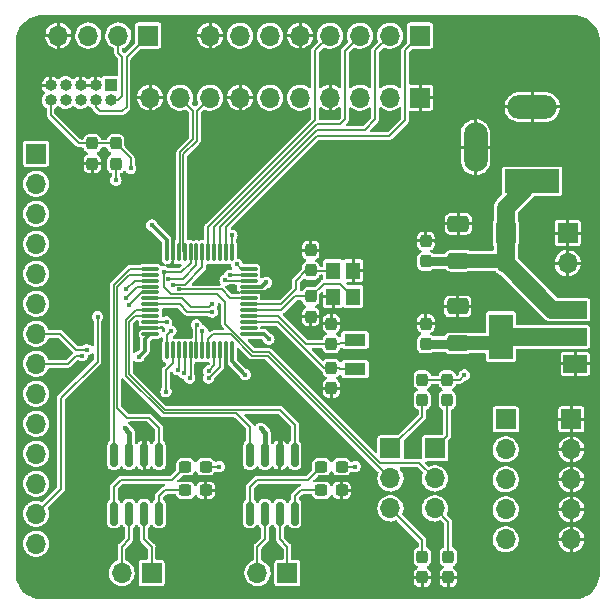
<source format=gtl>
%TF.GenerationSoftware,KiCad,Pcbnew,(5.99.0-12896-g1860893d63)*%
%TF.CreationDate,2021-11-27T00:19:13+08:00*%
%TF.ProjectId,GD32_SPINE,47443332-5f53-4504-994e-452e6b696361,rev?*%
%TF.SameCoordinates,Original*%
%TF.FileFunction,Copper,L1,Top*%
%TF.FilePolarity,Positive*%
%FSLAX46Y46*%
G04 Gerber Fmt 4.6, Leading zero omitted, Abs format (unit mm)*
G04 Created by KiCad (PCBNEW (5.99.0-12896-g1860893d63)) date 2021-11-27 00:19:13*
%MOMM*%
%LPD*%
G01*
G04 APERTURE LIST*
G04 Aperture macros list*
%AMRoundRect*
0 Rectangle with rounded corners*
0 $1 Rounding radius*
0 $2 $3 $4 $5 $6 $7 $8 $9 X,Y pos of 4 corners*
0 Add a 4 corners polygon primitive as box body*
4,1,4,$2,$3,$4,$5,$6,$7,$8,$9,$2,$3,0*
0 Add four circle primitives for the rounded corners*
1,1,$1+$1,$2,$3*
1,1,$1+$1,$4,$5*
1,1,$1+$1,$6,$7*
1,1,$1+$1,$8,$9*
0 Add four rect primitives between the rounded corners*
20,1,$1+$1,$2,$3,$4,$5,0*
20,1,$1+$1,$4,$5,$6,$7,0*
20,1,$1+$1,$6,$7,$8,$9,0*
20,1,$1+$1,$8,$9,$2,$3,0*%
G04 Aperture macros list end*
%TA.AperFunction,ComponentPad*%
%ADD10R,1.700000X1.700000*%
%TD*%
%TA.AperFunction,ComponentPad*%
%ADD11O,1.700000X1.700000*%
%TD*%
%TA.AperFunction,SMDPad,CuDef*%
%ADD12RoundRect,0.237500X-0.237500X0.300000X-0.237500X-0.300000X0.237500X-0.300000X0.237500X0.300000X0*%
%TD*%
%TA.AperFunction,SMDPad,CuDef*%
%ADD13RoundRect,0.237500X0.237500X-0.300000X0.237500X0.300000X-0.237500X0.300000X-0.237500X-0.300000X0*%
%TD*%
%TA.AperFunction,ComponentPad*%
%ADD14R,1.000000X1.000000*%
%TD*%
%TA.AperFunction,ComponentPad*%
%ADD15O,1.000000X1.000000*%
%TD*%
%TA.AperFunction,SMDPad,CuDef*%
%ADD16RoundRect,0.250000X0.650000X-0.412500X0.650000X0.412500X-0.650000X0.412500X-0.650000X-0.412500X0*%
%TD*%
%TA.AperFunction,SMDPad,CuDef*%
%ADD17RoundRect,0.150000X-0.150000X0.825000X-0.150000X-0.825000X0.150000X-0.825000X0.150000X0.825000X0*%
%TD*%
%TA.AperFunction,SMDPad,CuDef*%
%ADD18RoundRect,0.237500X0.300000X0.237500X-0.300000X0.237500X-0.300000X-0.237500X0.300000X-0.237500X0*%
%TD*%
%TA.AperFunction,SMDPad,CuDef*%
%ADD19R,1.200000X1.400000*%
%TD*%
%TA.AperFunction,SMDPad,CuDef*%
%ADD20R,2.000000X1.500000*%
%TD*%
%TA.AperFunction,SMDPad,CuDef*%
%ADD21R,2.000000X3.800000*%
%TD*%
%TA.AperFunction,SMDPad,CuDef*%
%ADD22RoundRect,0.075000X0.662500X0.075000X-0.662500X0.075000X-0.662500X-0.075000X0.662500X-0.075000X0*%
%TD*%
%TA.AperFunction,SMDPad,CuDef*%
%ADD23RoundRect,0.075000X0.075000X0.662500X-0.075000X0.662500X-0.075000X-0.662500X0.075000X-0.662500X0*%
%TD*%
%TA.AperFunction,SMDPad,CuDef*%
%ADD24R,1.800000X1.000000*%
%TD*%
%TA.AperFunction,ComponentPad*%
%ADD25R,4.600000X2.000000*%
%TD*%
%TA.AperFunction,ComponentPad*%
%ADD26O,4.200000X2.000000*%
%TD*%
%TA.AperFunction,ComponentPad*%
%ADD27O,2.000000X4.200000*%
%TD*%
%TA.AperFunction,ViaPad*%
%ADD28C,0.450000*%
%TD*%
%TA.AperFunction,ViaPad*%
%ADD29C,0.500000*%
%TD*%
%TA.AperFunction,Conductor*%
%ADD30C,0.146812*%
%TD*%
%TA.AperFunction,Conductor*%
%ADD31C,0.450000*%
%TD*%
%TA.AperFunction,Conductor*%
%ADD32C,0.300000*%
%TD*%
%TA.AperFunction,Conductor*%
%ADD33C,1.200000*%
%TD*%
%TA.AperFunction,Conductor*%
%ADD34C,0.800000*%
%TD*%
%TA.AperFunction,Conductor*%
%ADD35C,1.500000*%
%TD*%
G04 APERTURE END LIST*
D10*
%TO.P,J9,1,Pin_1*%
%TO.N,+3V3*%
X141750000Y-84500000D03*
D11*
%TO.P,J9,2,Pin_2*%
X141750000Y-87040000D03*
%TO.P,J9,3,Pin_3*%
X141750000Y-89580000D03*
%TO.P,J9,4,Pin_4*%
X141750000Y-92120000D03*
%TO.P,J9,5,Pin_5*%
X141750000Y-94660000D03*
%TD*%
D12*
%TO.P,R5,1*%
%TO.N,+3V3*%
X136800000Y-81137500D03*
%TO.P,R5,2*%
%TO.N,Net-(J5-Pad1)*%
X136800000Y-82862500D03*
%TD*%
D10*
%TO.P,J6,1,Pin_1*%
%TO.N,GND*%
X134500000Y-57250000D03*
D11*
%TO.P,J6,2,Pin_2*%
%TO.N,USART0_TX*%
X131960000Y-57250000D03*
%TO.P,J6,3,Pin_3*%
%TO.N,USART0_RX*%
X129420000Y-57250000D03*
%TO.P,J6,4,Pin_4*%
%TO.N,GND*%
X126880000Y-57250000D03*
%TO.P,J6,5,Pin_5*%
%TO.N,USART1_TX*%
X124340000Y-57250000D03*
%TO.P,J6,6,Pin_6*%
%TO.N,USART1_RX*%
X121800000Y-57250000D03*
%TO.P,J6,7,Pin_7*%
%TO.N,GND*%
X119260000Y-57250000D03*
%TO.P,J6,8,Pin_8*%
%TO.N,USART2_TX*%
X116720000Y-57250000D03*
%TO.P,J6,9,Pin_9*%
%TO.N,USART2_RX*%
X114180000Y-57250000D03*
%TO.P,J6,10,Pin_10*%
%TO.N,GND*%
X111640000Y-57250000D03*
%TD*%
D13*
%TO.P,C1,1*%
%TO.N,GND*%
X125250000Y-75812500D03*
%TO.P,C1,2*%
%TO.N,Net-(C1-Pad2)*%
X125250000Y-74087500D03*
%TD*%
D12*
%TO.P,R3,1*%
%TO.N,+3V3*%
X134700000Y-81137500D03*
%TO.P,R3,2*%
%TO.N,Net-(J4-Pad1)*%
X134700000Y-82862500D03*
%TD*%
D13*
%TO.P,R7,1*%
%TO.N,+3V3*%
X108750000Y-62862500D03*
%TO.P,R7,2*%
%TO.N,NRST*%
X108750000Y-61137500D03*
%TD*%
D10*
%TO.P,J5,1,Pin_1*%
%TO.N,Net-(J5-Pad1)*%
X135750000Y-86960000D03*
D11*
%TO.P,J5,2,Pin_2*%
%TO.N,PB2*%
X135750000Y-89500000D03*
%TO.P,J5,3,Pin_3*%
%TO.N,Net-(J5-Pad3)*%
X135750000Y-92040000D03*
%TD*%
D14*
%TO.P,J13,1,VTref*%
%TO.N,+3V3*%
X108300000Y-56200000D03*
D15*
%TO.P,J13,2,SWDIO/TMS*%
%TO.N,SWDIO*%
X108300000Y-57470000D03*
%TO.P,J13,3,GND*%
%TO.N,GND*%
X107030000Y-56200000D03*
%TO.P,J13,4,SWDCLK/TCK*%
%TO.N,SWCLK*%
X107030000Y-57470000D03*
%TO.P,J13,5,GND*%
%TO.N,GND*%
X105760000Y-56200000D03*
%TO.P,J13,6,SWO/TDO*%
%TO.N,unconnected-(J13-Pad6)*%
X105760000Y-57470000D03*
%TO.P,J13,7,KEY*%
%TO.N,unconnected-(J13-Pad7)*%
X104490000Y-56200000D03*
%TO.P,J13,8,NC/TDI*%
%TO.N,unconnected-(J13-Pad8)*%
X104490000Y-57470000D03*
%TO.P,J13,9,GNDDetect*%
%TO.N,GND*%
X103220000Y-56200000D03*
%TO.P,J13,10,~{RESET}*%
%TO.N,NRST*%
X103220000Y-57470000D03*
%TD*%
D13*
%TO.P,C6,1*%
%TO.N,+12V*%
X135000000Y-71112500D03*
%TO.P,C6,2*%
%TO.N,GND*%
X135000000Y-69387500D03*
%TD*%
D16*
%TO.P,C5,1*%
%TO.N,+12V*%
X137750000Y-71062500D03*
%TO.P,C5,2*%
%TO.N,GND*%
X137750000Y-67937500D03*
%TD*%
D10*
%TO.P,J14,1,Pin_1*%
%TO.N,CAN1_H*%
X111775000Y-97500000D03*
D11*
%TO.P,J14,2,Pin_2*%
%TO.N,CAN1_L*%
X109235000Y-97500000D03*
%TD*%
D13*
%TO.P,R4,1*%
%TO.N,GND*%
X134700000Y-97872500D03*
%TO.P,R4,2*%
%TO.N,Net-(J4-Pad3)*%
X134700000Y-96147500D03*
%TD*%
D12*
%TO.P,C9,1*%
%TO.N,NRST*%
X106750000Y-61137500D03*
%TO.P,C9,2*%
%TO.N,GND*%
X106750000Y-62862500D03*
%TD*%
D17*
%TO.P,U3,1,D*%
%TO.N,CAN0_TX*%
X123905000Y-87525000D03*
%TO.P,U3,2,GND*%
%TO.N,GND*%
X122635000Y-87525000D03*
%TO.P,U3,3,VCC*%
%TO.N,+3V3*%
X121365000Y-87525000D03*
%TO.P,U3,4,R*%
%TO.N,CAN0_RX*%
X120095000Y-87525000D03*
%TO.P,U3,5,EN*%
%TO.N,Net-(R8-Pad2)*%
X120095000Y-92475000D03*
%TO.P,U3,6,CANL*%
%TO.N,CAN0_L*%
X121365000Y-92475000D03*
%TO.P,U3,7,CANH*%
%TO.N,CAN0_H*%
X122635000Y-92475000D03*
%TO.P,U3,8,Rs*%
%TO.N,Net-(R9-Pad2)*%
X123905000Y-92475000D03*
%TD*%
D13*
%TO.P,C3,1*%
%TO.N,GND*%
X127000000Y-81862500D03*
%TO.P,C3,2*%
%TO.N,Net-(C3-Pad2)*%
X127000000Y-80137500D03*
%TD*%
D18*
%TO.P,R9,1*%
%TO.N,GND*%
X127862500Y-90500000D03*
%TO.P,R9,2*%
%TO.N,Net-(R9-Pad2)*%
X126137500Y-90500000D03*
%TD*%
D10*
%TO.P,J11,1,Pin_1*%
%TO.N,+12V*%
X141750000Y-68725000D03*
D11*
%TO.P,J11,2,Pin_2*%
X141750000Y-71265000D03*
%TD*%
D17*
%TO.P,U4,1,D*%
%TO.N,CAN1_TX*%
X112405000Y-87525000D03*
%TO.P,U4,2,GND*%
%TO.N,GND*%
X111135000Y-87525000D03*
%TO.P,U4,3,VCC*%
%TO.N,+3V3*%
X109865000Y-87525000D03*
%TO.P,U4,4,R*%
%TO.N,CAN1_RX*%
X108595000Y-87525000D03*
%TO.P,U4,5,EN*%
%TO.N,Net-(R1-Pad2)*%
X108595000Y-92475000D03*
%TO.P,U4,6,CANL*%
%TO.N,CAN1_L*%
X109865000Y-92475000D03*
%TO.P,U4,7,CANH*%
%TO.N,CAN1_H*%
X111135000Y-92475000D03*
%TO.P,U4,8,Rs*%
%TO.N,Net-(R2-Pad2)*%
X112405000Y-92475000D03*
%TD*%
D19*
%TO.P,Y1,1,1*%
%TO.N,Net-(C2-Pad2)*%
X127150000Y-71900000D03*
%TO.P,Y1,2,2*%
%TO.N,GND*%
X127150000Y-74100000D03*
%TO.P,Y1,3,3*%
%TO.N,Net-(C1-Pad2)*%
X128850000Y-74100000D03*
%TO.P,Y1,4,4*%
%TO.N,GND*%
X128850000Y-71900000D03*
%TD*%
D10*
%TO.P,J12,1,Pin_1*%
%TO.N,GND*%
X147000000Y-68725000D03*
D11*
%TO.P,J12,2,Pin_2*%
X147000000Y-71265000D03*
%TD*%
D10*
%TO.P,J3,1,Pin_1*%
%TO.N,SWCLK*%
X111500000Y-52000000D03*
D11*
%TO.P,J3,2,Pin_2*%
%TO.N,SWDIO*%
X108960000Y-52000000D03*
%TO.P,J3,3,Pin_3*%
%TO.N,NRST*%
X106420000Y-52000000D03*
%TO.P,J3,4,Pin_4*%
%TO.N,GND*%
X103880000Y-52000000D03*
%TD*%
D18*
%TO.P,R1,1*%
%TO.N,+3V3*%
X116362500Y-88500000D03*
%TO.P,R1,2*%
%TO.N,Net-(R1-Pad2)*%
X114637500Y-88500000D03*
%TD*%
D20*
%TO.P,U2,1,GND*%
%TO.N,GND*%
X147650000Y-79800000D03*
D21*
%TO.P,U2,2,VO*%
%TO.N,+3V3*%
X141350000Y-77500000D03*
D20*
X147650000Y-77500000D03*
%TO.P,U2,3,VI*%
%TO.N,+12V*%
X147650000Y-75200000D03*
%TD*%
D13*
%TO.P,C8,1*%
%TO.N,+3V3*%
X135000000Y-78112500D03*
%TO.P,C8,2*%
%TO.N,GND*%
X135000000Y-76387500D03*
%TD*%
D16*
%TO.P,C7,1*%
%TO.N,+3V3*%
X137700000Y-78062500D03*
%TO.P,C7,2*%
%TO.N,GND*%
X137700000Y-74937500D03*
%TD*%
D22*
%TO.P,U1,1,VBAT*%
%TO.N,+3V3*%
X119986500Y-77250000D03*
%TO.P,U1,2,PC13*%
%TO.N,unconnected-(U1-Pad2)*%
X119986500Y-76750000D03*
%TO.P,U1,3,PC14*%
%TO.N,Net-(C3-Pad2)*%
X119986500Y-76250000D03*
%TO.P,U1,4,PC15*%
%TO.N,Net-(C4-Pad2)*%
X119986500Y-75750000D03*
%TO.P,U1,5,PD0*%
%TO.N,Net-(C1-Pad2)*%
X119986500Y-75250000D03*
%TO.P,U1,6,PD1*%
%TO.N,Net-(C2-Pad2)*%
X119986500Y-74750000D03*
%TO.P,U1,7,NRST*%
%TO.N,NRST*%
X119986500Y-74250000D03*
%TO.P,U1,8,VSSA*%
%TO.N,GND*%
X119986500Y-73750000D03*
%TO.P,U1,9,VDDA*%
%TO.N,+3V3*%
X119986500Y-73250000D03*
%TO.P,U1,10,PA0*%
%TO.N,PA0*%
X119986500Y-72750000D03*
%TO.P,U1,11,PA1*%
%TO.N,PA1*%
X119986500Y-72250000D03*
%TO.P,U1,12,PA2*%
%TO.N,USART1_TX*%
X119986500Y-71750000D03*
D23*
%TO.P,U1,13,PA3*%
%TO.N,USART1_RX*%
X118574000Y-70337500D03*
%TO.P,U1,14,PA4*%
%TO.N,SPI0_NSS*%
X118074000Y-70337500D03*
%TO.P,U1,15,PA5*%
%TO.N,SPI0_SCK*%
X117574000Y-70337500D03*
%TO.P,U1,16,PA6*%
%TO.N,SPI0_MISO*%
X117074000Y-70337500D03*
%TO.P,U1,17,PA7*%
%TO.N,SPI0_MOSI*%
X116574000Y-70337500D03*
%TO.P,U1,18,PB0*%
%TO.N,PB0*%
X116074000Y-70337500D03*
%TO.P,U1,19,PB1*%
%TO.N,PB1*%
X115574000Y-70337500D03*
%TO.P,U1,20,PB2*%
%TO.N,PB2*%
X115074000Y-70337500D03*
%TO.P,U1,21,PB10*%
%TO.N,USART2_TX*%
X114574000Y-70337500D03*
%TO.P,U1,22,PB11*%
%TO.N,USART2_RX*%
X114074000Y-70337500D03*
%TO.P,U1,23,VSS*%
%TO.N,GND*%
X113574000Y-70337500D03*
%TO.P,U1,24,VDD*%
%TO.N,+3V3*%
X113074000Y-70337500D03*
D22*
%TO.P,U1,25,PB12*%
%TO.N,CAN1_RX*%
X111661500Y-71750000D03*
%TO.P,U1,26,PB13*%
%TO.N,CAN1_TX*%
X111661500Y-72250000D03*
%TO.P,U1,27,PB14*%
%TO.N,PB14*%
X111661500Y-72750000D03*
%TO.P,U1,28,PB15*%
%TO.N,PB15*%
X111661500Y-73250000D03*
%TO.P,U1,29,PA8*%
%TO.N,PA8*%
X111661500Y-73750000D03*
%TO.P,U1,30,PA9*%
%TO.N,USART0_TX*%
X111661500Y-74250000D03*
%TO.P,U1,31,PA10*%
%TO.N,USART0_RX*%
X111661500Y-74750000D03*
%TO.P,U1,32,PA11*%
%TO.N,CAN0_RX*%
X111661500Y-75250000D03*
%TO.P,U1,33,PA12*%
%TO.N,CAN0_TX*%
X111661500Y-75750000D03*
%TO.P,U1,34,PA13*%
%TO.N,SWDIO*%
X111661500Y-76250000D03*
%TO.P,U1,35,VSS*%
%TO.N,GND*%
X111661500Y-76750000D03*
%TO.P,U1,36,VDD*%
%TO.N,+3V3*%
X111661500Y-77250000D03*
D23*
%TO.P,U1,37,PA14*%
%TO.N,SWCLK*%
X113074000Y-78662500D03*
%TO.P,U1,38,PA15*%
%TO.N,PA15*%
X113574000Y-78662500D03*
%TO.P,U1,39,PB3*%
%TO.N,PB3*%
X114074000Y-78662500D03*
%TO.P,U1,40,PB4*%
%TO.N,PB4*%
X114574000Y-78662500D03*
%TO.P,U1,41,PB5*%
%TO.N,PB5*%
X115074000Y-78662500D03*
%TO.P,U1,42,PB6*%
%TO.N,I2C0_SCL*%
X115574000Y-78662500D03*
%TO.P,U1,43,PB7*%
%TO.N,I2C0_SDA*%
X116074000Y-78662500D03*
%TO.P,U1,44,BOOT0*%
%TO.N,BOOT0*%
X116574000Y-78662500D03*
%TO.P,U1,45,PB8*%
%TO.N,PB8*%
X117074000Y-78662500D03*
%TO.P,U1,46,PB9*%
%TO.N,PB9*%
X117574000Y-78662500D03*
%TO.P,U1,47,VSS*%
%TO.N,GND*%
X118074000Y-78662500D03*
%TO.P,U1,48,VDD*%
%TO.N,+3V3*%
X118574000Y-78662500D03*
%TD*%
D10*
%TO.P,J10,1,Pin_1*%
%TO.N,GND*%
X147320000Y-84500000D03*
D11*
%TO.P,J10,2,Pin_2*%
X147320000Y-87040000D03*
%TO.P,J10,3,Pin_3*%
X147320000Y-89580000D03*
%TO.P,J10,4,Pin_4*%
X147320000Y-92120000D03*
%TO.P,J10,5,Pin_5*%
X147320000Y-94660000D03*
%TD*%
D12*
%TO.P,C4,1*%
%TO.N,GND*%
X127000000Y-76387500D03*
%TO.P,C4,2*%
%TO.N,Net-(C4-Pad2)*%
X127000000Y-78112500D03*
%TD*%
D13*
%TO.P,R6,1*%
%TO.N,GND*%
X136900000Y-97872500D03*
%TO.P,R6,2*%
%TO.N,Net-(J5-Pad3)*%
X136900000Y-96147500D03*
%TD*%
D24*
%TO.P,Y2,1,1*%
%TO.N,Net-(C4-Pad2)*%
X129000000Y-77750000D03*
%TO.P,Y2,2,2*%
%TO.N,Net-(C3-Pad2)*%
X129000000Y-80250000D03*
%TD*%
D12*
%TO.P,C2,1*%
%TO.N,GND*%
X125250000Y-70162500D03*
%TO.P,C2,2*%
%TO.N,Net-(C2-Pad2)*%
X125250000Y-71887500D03*
%TD*%
D18*
%TO.P,R2,1*%
%TO.N,GND*%
X116362500Y-90500000D03*
%TO.P,R2,2*%
%TO.N,Net-(R2-Pad2)*%
X114637500Y-90500000D03*
%TD*%
D10*
%TO.P,J4,1,Pin_1*%
%TO.N,Net-(J4-Pad1)*%
X132000000Y-86960000D03*
D11*
%TO.P,J4,2,Pin_2*%
%TO.N,BOOT0*%
X132000000Y-89500000D03*
%TO.P,J4,3,Pin_3*%
%TO.N,Net-(J4-Pad3)*%
X132000000Y-92040000D03*
%TD*%
D25*
%TO.P,J1,1*%
%TO.N,+12V*%
X144000000Y-64350000D03*
D26*
%TO.P,J1,2*%
%TO.N,GND*%
X144000000Y-58050000D03*
D27*
%TO.P,J1,3*%
X139200000Y-61450000D03*
%TD*%
D10*
%TO.P,J8,1,Pin_1*%
%TO.N,PB0*%
X102000000Y-62000000D03*
D11*
%TO.P,J8,2,Pin_2*%
%TO.N,PB1*%
X102000000Y-64540000D03*
%TO.P,J8,3,Pin_3*%
%TO.N,PB2*%
X102000000Y-67080000D03*
%TO.P,J8,4,Pin_4*%
%TO.N,PB3*%
X102000000Y-69620000D03*
%TO.P,J8,5,Pin_5*%
%TO.N,PB4*%
X102000000Y-72160000D03*
%TO.P,J8,6,Pin_6*%
%TO.N,PB5*%
X102000000Y-74700000D03*
%TO.P,J8,7,Pin_7*%
%TO.N,PB8*%
X102000000Y-77240000D03*
%TO.P,J8,8,Pin_8*%
%TO.N,PB9*%
X102000000Y-79780000D03*
%TO.P,J8,9,Pin_9*%
%TO.N,PB14*%
X102000000Y-82320000D03*
%TO.P,J8,10,Pin_10*%
%TO.N,PB15*%
X102000000Y-84860000D03*
%TO.P,J8,11,Pin_11*%
%TO.N,PA0*%
X102000000Y-87400000D03*
%TO.P,J8,12,Pin_12*%
%TO.N,PA1*%
X102000000Y-89940000D03*
%TO.P,J8,13,Pin_13*%
%TO.N,PA8*%
X102000000Y-92480000D03*
%TO.P,J8,14,Pin_14*%
%TO.N,PA15*%
X102000000Y-95020000D03*
%TD*%
D18*
%TO.P,R8,1*%
%TO.N,+3V3*%
X127862500Y-88500000D03*
%TO.P,R8,2*%
%TO.N,Net-(R8-Pad2)*%
X126137500Y-88500000D03*
%TD*%
D10*
%TO.P,J2,1,Pin_1*%
%TO.N,SPI0_NSS*%
X134500000Y-52000000D03*
D11*
%TO.P,J2,2,Pin_2*%
%TO.N,SPI0_SCK*%
X131960000Y-52000000D03*
%TO.P,J2,3,Pin_3*%
%TO.N,SPI0_MISO*%
X129420000Y-52000000D03*
%TO.P,J2,4,Pin_4*%
%TO.N,SPI0_MOSI*%
X126880000Y-52000000D03*
%TO.P,J2,5,Pin_5*%
%TO.N,GND*%
X124340000Y-52000000D03*
%TO.P,J2,6,Pin_6*%
%TO.N,I2C0_SCL*%
X121800000Y-52000000D03*
%TO.P,J2,7,Pin_7*%
%TO.N,I2C0_SDA*%
X119260000Y-52000000D03*
%TO.P,J2,8,Pin_8*%
%TO.N,GND*%
X116720000Y-52000000D03*
%TD*%
D10*
%TO.P,J7,1,Pin_1*%
%TO.N,CAN0_H*%
X123275000Y-97500000D03*
D11*
%TO.P,J7,2,Pin_2*%
%TO.N,CAN0_L*%
X120735000Y-97500000D03*
%TD*%
D28*
%TO.N,GND*%
X125000000Y-73000000D03*
X110750000Y-85250000D03*
D29*
X147600000Y-79500000D03*
D28*
X120250000Y-94250000D03*
X114250000Y-59300000D03*
X120500000Y-60000000D03*
X123000000Y-60500000D03*
X120500000Y-58500000D03*
X131250000Y-62250000D03*
X110450000Y-77600000D03*
X114250000Y-60250000D03*
X109750000Y-90500000D03*
X118250000Y-97500000D03*
X135750000Y-94500000D03*
X114500000Y-77300000D03*
X119750000Y-95250000D03*
X121000000Y-80250000D03*
X125500000Y-96000000D03*
X120250000Y-67250000D03*
X126750000Y-54000000D03*
X116650000Y-72900000D03*
X125500000Y-99000000D03*
X104000000Y-75000000D03*
X124250000Y-95250000D03*
X124000000Y-68000000D03*
X115500000Y-86500000D03*
X122500000Y-90500000D03*
X108750000Y-94250000D03*
X116250000Y-99000000D03*
X105000000Y-99000000D03*
X116250000Y-94500000D03*
X135250000Y-60000000D03*
X116650000Y-71750000D03*
X120000000Y-82750000D03*
X117400000Y-76600000D03*
X125500000Y-94500000D03*
X118500000Y-62250000D03*
X123500000Y-94250000D03*
X130000000Y-65000000D03*
X125500000Y-97500000D03*
X111100000Y-80700000D03*
X127500000Y-96000000D03*
X135750000Y-84500000D03*
X107000000Y-97500000D03*
X134750000Y-54000000D03*
X111000000Y-90500000D03*
X113000000Y-68050000D03*
X131750000Y-59000000D03*
X118000000Y-86500000D03*
X122250000Y-85250000D03*
X118500000Y-60750000D03*
X113600000Y-75400000D03*
X127500000Y-94500000D03*
X108000000Y-69000000D03*
X130000000Y-85500000D03*
X111250000Y-59300000D03*
X126000000Y-65000000D03*
X116750000Y-86500000D03*
D29*
X148400000Y-80100000D03*
D28*
X106750000Y-82000000D03*
X107000000Y-99000000D03*
X116250000Y-97500000D03*
X114800000Y-76500000D03*
X121250000Y-90500000D03*
X124250000Y-83250000D03*
X118100000Y-71700000D03*
D29*
X148200000Y-79500000D03*
D28*
X132000000Y-68000000D03*
X114250000Y-97500000D03*
X118250000Y-99000000D03*
X121750000Y-61750000D03*
X120500000Y-63000000D03*
X118900000Y-81850000D03*
X105750000Y-83000000D03*
X107000000Y-96000000D03*
D29*
X147200000Y-80100000D03*
D28*
X118250000Y-96000000D03*
X106000000Y-73000000D03*
X102000000Y-59000000D03*
D29*
X147000000Y-79500000D03*
D28*
X124250000Y-59250000D03*
X112750000Y-95250000D03*
X118250000Y-94500000D03*
X105000000Y-96000000D03*
X108250000Y-95250000D03*
X132000000Y-54000000D03*
X122000000Y-74000000D03*
X114250000Y-99000000D03*
X112000000Y-94250000D03*
X116250000Y-96000000D03*
D29*
X147800000Y-80100000D03*
D28*
X127500000Y-97500000D03*
X106000000Y-69000000D03*
X124000000Y-63500000D03*
X116700000Y-76200000D03*
X135250000Y-62250000D03*
X111250000Y-60300000D03*
X129500000Y-54000000D03*
X106750000Y-64250000D03*
X122750000Y-64750000D03*
X129250000Y-59000000D03*
X107750000Y-81000000D03*
X127750000Y-62500000D03*
X121500000Y-66000000D03*
X114250000Y-86500000D03*
X105000000Y-97500000D03*
X107000000Y-94500000D03*
X112900000Y-75400000D03*
X118250000Y-82750000D03*
X127000000Y-85750000D03*
X114250000Y-94500000D03*
X124750000Y-80500000D03*
X105000000Y-94500000D03*
X114250000Y-96000000D03*
X138250000Y-97500000D03*
X127500000Y-99000000D03*
X127500000Y-83000000D03*
X128000000Y-68000000D03*
X134000000Y-65000000D03*
D29*
%TO.N,+3V3*%
X141500000Y-76500000D03*
X141000000Y-77000000D03*
D28*
X110700000Y-79200000D03*
X117500000Y-88500000D03*
D29*
X147500000Y-77250000D03*
X141000000Y-79000000D03*
X148100000Y-77250000D03*
X148300000Y-77800000D03*
D28*
X121000000Y-85250000D03*
X111800000Y-68050000D03*
D29*
X141000000Y-76000000D03*
X141500000Y-77500000D03*
D28*
X121700000Y-77700000D03*
D29*
X142000000Y-78000000D03*
D28*
X129000000Y-88500000D03*
D29*
X142000000Y-76000000D03*
X142000000Y-79000000D03*
X141500000Y-78500000D03*
X147100000Y-77800000D03*
X146900000Y-77250000D03*
D28*
X121500000Y-72900000D03*
X119700000Y-80700000D03*
X138250000Y-80750000D03*
X109500000Y-85250000D03*
X108750000Y-64250000D03*
D29*
X147700000Y-77800000D03*
X142000000Y-77000000D03*
X141000000Y-78000000D03*
D28*
%TO.N,NRST*%
X114100000Y-73500000D03*
X110000000Y-63250000D03*
%TO.N,I2C0_SCL*%
X115580000Y-76500000D03*
%TO.N,I2C0_SDA*%
X116080000Y-77000000D03*
%TO.N,SWCLK*%
X113400000Y-77000000D03*
%TO.N,SWDIO*%
X113050000Y-76250000D03*
%TO.N,PB2*%
X112800000Y-72000000D03*
%TO.N,USART0_TX*%
X116900000Y-74700000D03*
%TO.N,USART0_RX*%
X116900000Y-75400000D03*
%TO.N,USART1_TX*%
X119000000Y-71370000D03*
%TO.N,USART1_RX*%
X118574000Y-68904000D03*
%TO.N,PB0*%
X113600000Y-73100000D03*
%TO.N,PB1*%
X113200000Y-72600000D03*
%TO.N,PB3*%
X114000000Y-80300000D03*
%TO.N,PB4*%
X114500000Y-80600000D03*
%TO.N,PB5*%
X115000000Y-81000000D03*
%TO.N,PB8*%
X106300000Y-78600000D03*
X116600000Y-80400000D03*
%TO.N,PB9*%
X116600000Y-81000000D03*
X105900000Y-79100000D03*
%TO.N,PB14*%
X109600000Y-73500000D03*
%TO.N,PB15*%
X109600000Y-74200000D03*
%TO.N,PA0*%
X118000000Y-72700000D03*
%TO.N,PA1*%
X118400000Y-72300000D03*
%TO.N,PA8*%
X109900000Y-74800000D03*
X107200000Y-75800000D03*
%TO.N,PA15*%
X113000000Y-82150000D03*
%TD*%
D30*
%TO.N,Net-(C4-Pad2)*%
X127750000Y-78000000D02*
X129000000Y-78000000D01*
X127000000Y-78112500D02*
X127637500Y-78112500D01*
X127637500Y-78112500D02*
X127750000Y-78000000D01*
%TO.N,Net-(C3-Pad2)*%
X127637500Y-80137500D02*
X127750000Y-80250000D01*
X127000000Y-80137500D02*
X127637500Y-80137500D01*
X127750000Y-80250000D02*
X129000000Y-80250000D01*
%TO.N,Net-(C1-Pad2)*%
X125250000Y-74087500D02*
X126337500Y-73000000D01*
X126337500Y-73000000D02*
X127750000Y-73000000D01*
X127750000Y-73000000D02*
X128850000Y-74100000D01*
X125250000Y-74087500D02*
X123912500Y-74087500D01*
X123912500Y-74087500D02*
X122750000Y-75250000D01*
%TO.N,Net-(C3-Pad2)*%
X119986500Y-76250000D02*
X122500000Y-76250000D01*
X126387500Y-80137500D02*
X127000000Y-80137500D01*
X122500000Y-76250000D02*
X126387500Y-80137500D01*
%TO.N,Net-(C4-Pad2)*%
X119986500Y-75750000D02*
X122500000Y-75750000D01*
X122500000Y-75750000D02*
X124862500Y-78112500D01*
X124862500Y-78112500D02*
X127000000Y-78112500D01*
%TO.N,GND*%
X137877500Y-97872500D02*
X138250000Y-97500000D01*
X106750000Y-62862500D02*
X106750000Y-64250000D01*
D31*
X122635000Y-87525000D02*
X122635000Y-85635000D01*
D32*
X113574000Y-68624000D02*
X113574000Y-70337500D01*
D30*
X136900000Y-97872500D02*
X137877500Y-97872500D01*
D32*
X118074000Y-81024000D02*
X118074000Y-78662500D01*
X110850000Y-76750000D02*
X111661500Y-76750000D01*
X122000000Y-74000000D02*
X121750000Y-73750000D01*
X113000000Y-68050000D02*
X113574000Y-68624000D01*
X121750000Y-73750000D02*
X119986500Y-73750000D01*
X110450000Y-77150000D02*
X110850000Y-76750000D01*
X110450000Y-77600000D02*
X110450000Y-77150000D01*
D31*
X122635000Y-85635000D02*
X122250000Y-85250000D01*
D30*
X134700000Y-97872500D02*
X136900000Y-97872500D01*
D31*
X111135000Y-87525000D02*
X111135000Y-85635000D01*
X111135000Y-85635000D02*
X110750000Y-85250000D01*
D32*
X118900000Y-81850000D02*
X118074000Y-81024000D01*
D30*
%TO.N,Net-(C1-Pad2)*%
X119986500Y-75250000D02*
X122750000Y-75250000D01*
%TO.N,Net-(C2-Pad2)*%
X124000000Y-73500000D02*
X124000000Y-72750000D01*
X119986500Y-74750000D02*
X122750000Y-74750000D01*
X122750000Y-74750000D02*
X124000000Y-73500000D01*
X125175000Y-71887500D02*
X125187500Y-71900000D01*
X124000000Y-72750000D02*
X124862500Y-71887500D01*
X125187500Y-71900000D02*
X127150000Y-71900000D01*
X124862500Y-71887500D02*
X125175000Y-71887500D01*
%TO.N,+3V3*%
X108750000Y-62862500D02*
X108750000Y-64250000D01*
D31*
X121365000Y-87525000D02*
X121365000Y-85615000D01*
D32*
X121500000Y-72900000D02*
X121150000Y-73250000D01*
X111661500Y-77250000D02*
X111200000Y-77711500D01*
X113074000Y-69324000D02*
X113074000Y-70337500D01*
X121150000Y-73250000D02*
X119986500Y-73250000D01*
D30*
X137862500Y-81137500D02*
X138250000Y-80750000D01*
D33*
X137700000Y-78062500D02*
X140787500Y-78062500D01*
D31*
X121365000Y-85615000D02*
X121000000Y-85250000D01*
D34*
X137650000Y-78112500D02*
X137700000Y-78062500D01*
D32*
X119986500Y-77250000D02*
X121250000Y-77250000D01*
X111800000Y-68050000D02*
X113074000Y-69324000D01*
X111200000Y-78700000D02*
X110700000Y-79200000D01*
X118574000Y-79574000D02*
X119700000Y-80700000D01*
X121250000Y-77250000D02*
X121700000Y-77700000D01*
D30*
X116362500Y-88500000D02*
X117500000Y-88500000D01*
X127862500Y-88500000D02*
X129000000Y-88500000D01*
X136800000Y-81137500D02*
X137862500Y-81137500D01*
D35*
X141500000Y-77500000D02*
X147650000Y-77500000D01*
D32*
X111200000Y-77711500D02*
X111200000Y-78700000D01*
D34*
X135000000Y-78112500D02*
X137650000Y-78112500D01*
D31*
X109865000Y-87525000D02*
X109865000Y-85615000D01*
D32*
X118574000Y-78662500D02*
X118574000Y-79574000D01*
D33*
X140787500Y-78062500D02*
X141350000Y-77500000D01*
D30*
X134700000Y-81137500D02*
X136800000Y-81137500D01*
D31*
X109865000Y-85615000D02*
X109500000Y-85250000D01*
D30*
%TO.N,NRST*%
X110000000Y-63250000D02*
X110000000Y-62387500D01*
X117700000Y-73500000D02*
X118450000Y-74250000D01*
X118450000Y-74250000D02*
X119986500Y-74250000D01*
X114100000Y-73500000D02*
X117700000Y-73500000D01*
X103220000Y-57470000D02*
X103220000Y-58720000D01*
X105637500Y-61137500D02*
X106750000Y-61137500D01*
X106750000Y-61137500D02*
X108750000Y-61137500D01*
X110000000Y-62387500D02*
X108750000Y-61137500D01*
X103220000Y-58720000D02*
X105637500Y-61137500D01*
%TO.N,SPI0_NSS*%
X133250000Y-59125000D02*
X133250000Y-53250000D01*
X125750000Y-60500000D02*
X131875000Y-60500000D01*
X118074000Y-68176000D02*
X125750000Y-60500000D01*
X118074000Y-70337500D02*
X118074000Y-68176000D01*
X133250000Y-53250000D02*
X134500000Y-52000000D01*
X131875000Y-60500000D02*
X133250000Y-59125000D01*
%TO.N,SPI0_SCK*%
X130700000Y-59100000D02*
X130700000Y-53260000D01*
X129800000Y-60000000D02*
X130700000Y-59100000D01*
X125750000Y-60000000D02*
X129800000Y-60000000D01*
X130700000Y-53260000D02*
X131960000Y-52000000D01*
X117574000Y-70337500D02*
X117574000Y-68176000D01*
X117574000Y-68176000D02*
X125750000Y-60000000D01*
%TO.N,SPI0_MISO*%
X128150000Y-59100000D02*
X128150000Y-53270000D01*
X125750000Y-59500000D02*
X127750000Y-59500000D01*
X127750000Y-59500000D02*
X128150000Y-59100000D01*
X117074000Y-70337500D02*
X117074000Y-68176000D01*
X117074000Y-68176000D02*
X125750000Y-59500000D01*
X128150000Y-53270000D02*
X129420000Y-52000000D01*
%TO.N,SPI0_MOSI*%
X125620000Y-59130000D02*
X125620000Y-53260000D01*
X116574000Y-68176000D02*
X125620000Y-59130000D01*
X125620000Y-53260000D02*
X126880000Y-52000000D01*
X116574000Y-70337500D02*
X116574000Y-68176000D01*
%TO.N,I2C0_SCL*%
X115574000Y-76506000D02*
X115574000Y-78662500D01*
X115580000Y-76500000D02*
X115574000Y-76506000D01*
%TO.N,I2C0_SDA*%
X116074000Y-77006000D02*
X116074000Y-78662500D01*
X116080000Y-77000000D02*
X116074000Y-77006000D01*
%TO.N,SWCLK*%
X109650000Y-58050000D02*
X109300000Y-58400000D01*
X107400000Y-58400000D02*
X107030000Y-58030000D01*
X109650000Y-53850000D02*
X109650000Y-58050000D01*
X113074000Y-77326000D02*
X113074000Y-78662500D01*
X113400000Y-77000000D02*
X113074000Y-77326000D01*
X109300000Y-58400000D02*
X107400000Y-58400000D01*
X111500000Y-52000000D02*
X109650000Y-53850000D01*
X107030000Y-58030000D02*
X107030000Y-57470000D01*
%TO.N,SWDIO*%
X108955000Y-57470000D02*
X109275000Y-57150000D01*
X108300000Y-57470000D02*
X108955000Y-57470000D01*
X109275000Y-57150000D02*
X109275000Y-53825000D01*
X108960000Y-53510000D02*
X108960000Y-52000000D01*
X109275000Y-53825000D02*
X108960000Y-53510000D01*
X113050000Y-76250000D02*
X111661500Y-76250000D01*
%TO.N,Net-(J4-Pad1)*%
X132000000Y-86960000D02*
X134700000Y-84260000D01*
X134700000Y-84260000D02*
X134700000Y-82862500D01*
%TO.N,BOOT0*%
X120300000Y-79100000D02*
X121600000Y-79100000D01*
X116574000Y-77726000D02*
X117000000Y-77300000D01*
X117000000Y-77300000D02*
X118500000Y-77300000D01*
X118500000Y-77300000D02*
X120300000Y-79100000D01*
X121600000Y-79100000D02*
X132000000Y-89500000D01*
X116574000Y-78662500D02*
X116574000Y-77726000D01*
%TO.N,Net-(J4-Pad3)*%
X134700000Y-94740000D02*
X134700000Y-96147500D01*
X132000000Y-92040000D02*
X134700000Y-94740000D01*
%TO.N,Net-(J5-Pad1)*%
X136800000Y-85910000D02*
X136800000Y-82862500D01*
X135750000Y-86960000D02*
X136800000Y-85910000D01*
%TO.N,PB2*%
X115074000Y-71226000D02*
X115074000Y-70337500D01*
X112800000Y-72000000D02*
X112800000Y-73300000D01*
X112800000Y-73300000D02*
X113400000Y-73900000D01*
X120400000Y-78800000D02*
X121700000Y-78800000D01*
X118000000Y-74600000D02*
X118000000Y-76400000D01*
X117300000Y-73900000D02*
X118000000Y-74600000D01*
X113400000Y-73900000D02*
X117300000Y-73900000D01*
X112800000Y-72000000D02*
X114300000Y-72000000D01*
X131100000Y-88200000D02*
X134450000Y-88200000D01*
X114300000Y-72000000D02*
X115074000Y-71226000D01*
X118000000Y-76400000D02*
X120400000Y-78800000D01*
X134450000Y-88200000D02*
X135750000Y-89500000D01*
X121700000Y-78800000D02*
X131100000Y-88200000D01*
%TO.N,Net-(J5-Pad3)*%
X135750000Y-92040000D02*
X136900000Y-93190000D01*
X136900000Y-93190000D02*
X136900000Y-96147500D01*
%TO.N,USART0_TX*%
X115100000Y-75000000D02*
X114350000Y-74250000D01*
X116900000Y-74700000D02*
X116600000Y-75000000D01*
X116600000Y-75000000D02*
X115100000Y-75000000D01*
X114350000Y-74250000D02*
X111661500Y-74250000D01*
%TO.N,USART0_RX*%
X114150000Y-74750000D02*
X111661500Y-74750000D01*
X114800000Y-75400000D02*
X114150000Y-74750000D01*
X116900000Y-75400000D02*
X114800000Y-75400000D01*
%TO.N,USART2_TX*%
X114450000Y-70213500D02*
X114450000Y-62050000D01*
X114574000Y-70337500D02*
X114450000Y-70213500D01*
X115600000Y-60900000D02*
X115600000Y-58370000D01*
X115600000Y-58370000D02*
X116720000Y-57250000D01*
X114450000Y-62050000D02*
X115600000Y-60900000D01*
%TO.N,USART2_RX*%
X114200000Y-61900000D02*
X114200000Y-70211500D01*
X114180000Y-57250000D02*
X115300000Y-58370000D01*
X115300000Y-58370000D02*
X115300000Y-60800000D01*
X114200000Y-70211500D02*
X114074000Y-70337500D01*
X115300000Y-60800000D02*
X114200000Y-61900000D01*
%TO.N,USART1_TX*%
X119000000Y-71370000D02*
X119380000Y-71750000D01*
X119380000Y-71750000D02*
X119986500Y-71750000D01*
%TO.N,USART1_RX*%
X118574000Y-68904000D02*
X118574000Y-70337500D01*
%TO.N,CAN0_H*%
X122635000Y-92475000D02*
X122635000Y-94635000D01*
X122635000Y-94635000D02*
X123275000Y-95275000D01*
X123275000Y-95275000D02*
X123275000Y-97500000D01*
%TO.N,CAN0_L*%
X120735000Y-97500000D02*
X120735000Y-95265000D01*
X120735000Y-95265000D02*
X121365000Y-94635000D01*
X121365000Y-94635000D02*
X121365000Y-92475000D01*
%TO.N,CAN1_H*%
X111135000Y-94635000D02*
X111135000Y-92475000D01*
X111775000Y-95275000D02*
X111135000Y-94635000D01*
X111775000Y-97500000D02*
X111775000Y-95275000D01*
%TO.N,CAN1_L*%
X109865000Y-94635000D02*
X109865000Y-92475000D01*
X109235000Y-95265000D02*
X109865000Y-94635000D01*
X109235000Y-97500000D02*
X109235000Y-95265000D01*
%TO.N,PB0*%
X116074000Y-71626000D02*
X116074000Y-70337500D01*
X114600000Y-73100000D02*
X116074000Y-71626000D01*
X113600000Y-73100000D02*
X114600000Y-73100000D01*
%TO.N,PB1*%
X113200000Y-72600000D02*
X114400000Y-72600000D01*
X115574000Y-71426000D02*
X115574000Y-70337500D01*
X114400000Y-72600000D02*
X115574000Y-71426000D01*
%TO.N,PB3*%
X114000000Y-80300000D02*
X114074000Y-80226000D01*
X114074000Y-80226000D02*
X114074000Y-78662500D01*
%TO.N,PB4*%
X114574000Y-80526000D02*
X114574000Y-78662500D01*
X114500000Y-80600000D02*
X114574000Y-80526000D01*
%TO.N,PB5*%
X115074000Y-80926000D02*
X115074000Y-78662500D01*
X115000000Y-81000000D02*
X115074000Y-80926000D01*
%TO.N,PB8*%
X116600000Y-80400000D02*
X117074000Y-79926000D01*
X104040000Y-77240000D02*
X102000000Y-77240000D01*
X117074000Y-79926000D02*
X117074000Y-78662500D01*
X106300000Y-78600000D02*
X105400000Y-78600000D01*
X105400000Y-78600000D02*
X104040000Y-77240000D01*
%TO.N,PB9*%
X117574000Y-80026000D02*
X117574000Y-78662500D01*
X105900000Y-79100000D02*
X105400000Y-79100000D01*
X116600000Y-81000000D02*
X117574000Y-80026000D01*
X104720000Y-79780000D02*
X102000000Y-79780000D01*
X105400000Y-79100000D02*
X104720000Y-79780000D01*
%TO.N,PB14*%
X110350000Y-72750000D02*
X111661500Y-72750000D01*
X109600000Y-73500000D02*
X110350000Y-72750000D01*
%TO.N,PB15*%
X110550000Y-73250000D02*
X109600000Y-74200000D01*
X111661500Y-73250000D02*
X110550000Y-73250000D01*
%TO.N,PA0*%
X118050000Y-72750000D02*
X119986500Y-72750000D01*
X118000000Y-72700000D02*
X118050000Y-72750000D01*
%TO.N,PA1*%
X118450000Y-72250000D02*
X119986500Y-72250000D01*
X118400000Y-72300000D02*
X118450000Y-72250000D01*
%TO.N,PA8*%
X107200000Y-79600000D02*
X107200000Y-75800000D01*
X102000000Y-92480000D02*
X104100000Y-90380000D01*
X109900000Y-74800000D02*
X110950000Y-73750000D01*
X104100000Y-82700000D02*
X107200000Y-79600000D01*
X104100000Y-90380000D02*
X104100000Y-82700000D01*
X110950000Y-73750000D02*
X111661500Y-73750000D01*
%TO.N,PA15*%
X113000000Y-80300000D02*
X113574000Y-79726000D01*
X113000000Y-82150000D02*
X113000000Y-80300000D01*
X113574000Y-79726000D02*
X113574000Y-78662500D01*
%TO.N,Net-(R1-Pad2)*%
X108595000Y-92475000D02*
X108595000Y-90205000D01*
X113537500Y-89600000D02*
X114637500Y-88500000D01*
X109200000Y-89600000D02*
X113537500Y-89600000D01*
X108595000Y-90205000D02*
X109200000Y-89600000D01*
%TO.N,Net-(R2-Pad2)*%
X114637500Y-90500000D02*
X112900000Y-90500000D01*
X112405000Y-90995000D02*
X112405000Y-92475000D01*
X112900000Y-90500000D02*
X112405000Y-90995000D01*
%TO.N,CAN1_RX*%
X111661500Y-71750000D02*
X109930000Y-71750000D01*
X109930000Y-71750000D02*
X108595000Y-73085000D01*
X108595000Y-73085000D02*
X108595000Y-87525000D01*
%TO.N,CAN1_TX*%
X112405000Y-87525000D02*
X112405000Y-85205000D01*
X109700000Y-84350000D02*
X108850000Y-83500000D01*
X108850000Y-83500000D02*
X108850000Y-73250000D01*
X112405000Y-85205000D02*
X111550000Y-84350000D01*
X108850000Y-73250000D02*
X109850000Y-72250000D01*
X109850000Y-72250000D02*
X111661500Y-72250000D01*
X111550000Y-84350000D02*
X109700000Y-84350000D01*
%TO.N,CAN0_RX*%
X118950000Y-84000000D02*
X112800000Y-84000000D01*
X120095000Y-85145000D02*
X118950000Y-84000000D01*
X112800000Y-84000000D02*
X109600000Y-80800000D01*
X120095000Y-87525000D02*
X120095000Y-85145000D01*
X109600000Y-76100000D02*
X110450000Y-75250000D01*
X110450000Y-75250000D02*
X111661500Y-75250000D01*
X109600000Y-80800000D02*
X109600000Y-76100000D01*
%TO.N,CAN0_TX*%
X112900000Y-83700000D02*
X109850000Y-80650000D01*
X123905000Y-87525000D02*
X123905000Y-84955000D01*
X122650000Y-83700000D02*
X112900000Y-83700000D01*
X110350000Y-75750000D02*
X111661500Y-75750000D01*
X109850000Y-76250000D02*
X110350000Y-75750000D01*
X109850000Y-80650000D02*
X109850000Y-76250000D01*
X123905000Y-84955000D02*
X122650000Y-83700000D01*
D35*
%TO.N,+12V*%
X145685000Y-75200000D02*
X147650000Y-75200000D01*
D34*
X135000000Y-71112500D02*
X137700000Y-71112500D01*
D33*
X141547500Y-71062500D02*
X141750000Y-71265000D01*
X137750000Y-71062500D02*
X141547500Y-71062500D01*
D35*
X141750000Y-71265000D02*
X145685000Y-75200000D01*
D34*
X137700000Y-71112500D02*
X137750000Y-71062500D01*
D35*
X144000000Y-64350000D02*
X141750000Y-66600000D01*
X141750000Y-66600000D02*
X141750000Y-68725000D01*
X141750000Y-68725000D02*
X141750000Y-71265000D01*
D30*
%TO.N,Net-(R8-Pad2)*%
X120095000Y-90205000D02*
X120700000Y-89600000D01*
X120700000Y-89600000D02*
X125037500Y-89600000D01*
X120095000Y-92475000D02*
X120095000Y-90205000D01*
X125037500Y-89600000D02*
X126137500Y-88500000D01*
%TO.N,Net-(R9-Pad2)*%
X124400000Y-90500000D02*
X126137500Y-90500000D01*
X123905000Y-92475000D02*
X123905000Y-90995000D01*
X123905000Y-90995000D02*
X124400000Y-90500000D01*
%TD*%
%TA.AperFunction,Conductor*%
%TO.N,GND*%
G36*
X147487153Y-50256421D02*
G01*
X147500000Y-50258976D01*
X147512170Y-50256555D01*
X147524583Y-50256555D01*
X147524583Y-50256880D01*
X147535420Y-50256142D01*
X147687735Y-50265356D01*
X147763118Y-50269916D01*
X147778222Y-50271750D01*
X148030005Y-50317891D01*
X148044778Y-50321532D01*
X148289174Y-50397689D01*
X148303392Y-50403081D01*
X148536817Y-50508138D01*
X148550287Y-50515207D01*
X148769351Y-50647636D01*
X148781873Y-50656279D01*
X148983379Y-50814149D01*
X148994767Y-50824239D01*
X149175761Y-51005233D01*
X149185851Y-51016621D01*
X149343721Y-51218127D01*
X149352364Y-51230649D01*
X149484793Y-51449713D01*
X149491862Y-51463183D01*
X149557144Y-51608231D01*
X149596917Y-51696604D01*
X149602311Y-51710826D01*
X149652326Y-51871329D01*
X149678468Y-51955222D01*
X149682109Y-51969995D01*
X149728250Y-52221778D01*
X149730084Y-52236882D01*
X149734644Y-52312265D01*
X149743352Y-52456208D01*
X149743858Y-52464578D01*
X149743120Y-52475417D01*
X149743445Y-52475417D01*
X149743445Y-52487830D01*
X149741024Y-52500000D01*
X149743445Y-52512170D01*
X149743579Y-52512844D01*
X149746000Y-52537425D01*
X149746000Y-97462575D01*
X149743579Y-97487153D01*
X149741024Y-97500000D01*
X149743445Y-97512170D01*
X149743445Y-97524583D01*
X149743120Y-97524583D01*
X149743858Y-97535420D01*
X149735853Y-97667755D01*
X149730084Y-97763118D01*
X149728250Y-97778222D01*
X149682109Y-98030005D01*
X149678468Y-98044778D01*
X149602668Y-98288031D01*
X149602313Y-98289169D01*
X149596919Y-98303392D01*
X149491864Y-98536814D01*
X149484793Y-98550287D01*
X149352364Y-98769351D01*
X149343721Y-98781873D01*
X149185851Y-98983379D01*
X149175761Y-98994767D01*
X148994767Y-99175761D01*
X148983379Y-99185851D01*
X148781873Y-99343721D01*
X148769351Y-99352364D01*
X148550287Y-99484793D01*
X148536817Y-99491862D01*
X148303392Y-99596919D01*
X148289174Y-99602311D01*
X148115096Y-99656556D01*
X148044778Y-99678468D01*
X148030005Y-99682109D01*
X147778222Y-99728250D01*
X147763118Y-99730084D01*
X147687735Y-99734644D01*
X147535420Y-99743858D01*
X147524583Y-99743120D01*
X147524583Y-99743445D01*
X147512170Y-99743445D01*
X147500000Y-99741024D01*
X147487153Y-99743579D01*
X147462575Y-99746000D01*
X102537425Y-99746000D01*
X102512847Y-99743579D01*
X102500000Y-99741024D01*
X102487830Y-99743445D01*
X102475417Y-99743445D01*
X102475417Y-99743120D01*
X102464580Y-99743858D01*
X102312265Y-99734644D01*
X102236882Y-99730084D01*
X102221778Y-99728250D01*
X101969995Y-99682109D01*
X101955222Y-99678468D01*
X101884904Y-99656556D01*
X101710826Y-99602311D01*
X101696608Y-99596919D01*
X101463183Y-99491862D01*
X101449713Y-99484793D01*
X101230649Y-99352364D01*
X101218127Y-99343721D01*
X101016621Y-99185851D01*
X101005233Y-99175761D01*
X100824239Y-98994767D01*
X100814149Y-98983379D01*
X100656279Y-98781873D01*
X100647636Y-98769351D01*
X100515207Y-98550287D01*
X100508136Y-98536814D01*
X100403081Y-98303392D01*
X100397687Y-98289169D01*
X100397333Y-98288031D01*
X100321532Y-98044778D01*
X100317891Y-98030005D01*
X100271750Y-97778222D01*
X100269916Y-97763118D01*
X100264147Y-97667755D01*
X100256142Y-97535420D01*
X100256880Y-97524583D01*
X100256555Y-97524583D01*
X100256555Y-97512170D01*
X100258976Y-97500000D01*
X100256421Y-97487153D01*
X100254000Y-97462575D01*
X100254000Y-94990964D01*
X100891148Y-94990964D01*
X100904424Y-95193522D01*
X100905845Y-95199118D01*
X100905846Y-95199123D01*
X100940789Y-95336707D01*
X100954392Y-95390269D01*
X100956809Y-95395512D01*
X100994010Y-95476208D01*
X101039377Y-95574616D01*
X101042710Y-95579332D01*
X101136938Y-95712662D01*
X101156533Y-95740389D01*
X101160675Y-95744424D01*
X101175091Y-95758467D01*
X101301938Y-95882035D01*
X101470720Y-95994812D01*
X101476023Y-95997090D01*
X101476026Y-95997092D01*
X101564707Y-96035192D01*
X101657228Y-96074942D01*
X101730244Y-96091464D01*
X101849579Y-96118467D01*
X101849584Y-96118468D01*
X101855216Y-96119742D01*
X101860987Y-96119969D01*
X101860989Y-96119969D01*
X101920756Y-96122317D01*
X102058053Y-96127712D01*
X102158499Y-96113148D01*
X102253231Y-96099413D01*
X102253236Y-96099412D01*
X102258945Y-96098584D01*
X102264409Y-96096729D01*
X102264414Y-96096728D01*
X102445693Y-96035192D01*
X102445698Y-96035190D01*
X102451165Y-96033334D01*
X102628276Y-95934147D01*
X102690934Y-95882035D01*
X102779913Y-95808031D01*
X102784345Y-95804345D01*
X102857641Y-95716217D01*
X102910453Y-95652718D01*
X102910455Y-95652715D01*
X102914147Y-95648276D01*
X103013334Y-95471165D01*
X103015190Y-95465698D01*
X103015192Y-95465693D01*
X103076728Y-95284414D01*
X103076729Y-95284409D01*
X103078584Y-95278945D01*
X103079412Y-95273236D01*
X103079413Y-95273231D01*
X103107179Y-95081727D01*
X103107712Y-95078053D01*
X103109232Y-95020000D01*
X103092097Y-94833522D01*
X103091187Y-94823613D01*
X103091186Y-94823610D01*
X103090658Y-94817859D01*
X103085776Y-94800548D01*
X103037125Y-94628046D01*
X103037124Y-94628044D01*
X103035557Y-94622487D01*
X103024978Y-94601033D01*
X102948331Y-94445609D01*
X102945776Y-94440428D01*
X102824320Y-94277779D01*
X102675258Y-94139987D01*
X102670375Y-94136906D01*
X102670371Y-94136903D01*
X102508464Y-94034748D01*
X102503581Y-94031667D01*
X102315039Y-93956446D01*
X102309379Y-93955320D01*
X102309375Y-93955319D01*
X102121613Y-93917971D01*
X102121610Y-93917971D01*
X102115946Y-93916844D01*
X102110171Y-93916768D01*
X102110167Y-93916768D01*
X102008793Y-93915441D01*
X101912971Y-93914187D01*
X101907274Y-93915166D01*
X101907273Y-93915166D01*
X101718607Y-93947585D01*
X101712910Y-93948564D01*
X101522463Y-94018824D01*
X101348010Y-94122612D01*
X101343670Y-94126418D01*
X101343666Y-94126421D01*
X101323723Y-94143911D01*
X101195392Y-94256455D01*
X101191817Y-94260990D01*
X101191816Y-94260991D01*
X101181675Y-94273855D01*
X101069720Y-94415869D01*
X101067031Y-94420980D01*
X101067029Y-94420983D01*
X101025889Y-94499177D01*
X100975203Y-94595515D01*
X100915007Y-94789378D01*
X100891148Y-94990964D01*
X100254000Y-94990964D01*
X100254000Y-92450964D01*
X100891148Y-92450964D01*
X100904424Y-92653522D01*
X100905845Y-92659118D01*
X100905846Y-92659123D01*
X100929617Y-92752718D01*
X100954392Y-92850269D01*
X100956809Y-92855512D01*
X100994010Y-92936208D01*
X101039377Y-93034616D01*
X101052774Y-93053572D01*
X101136938Y-93172662D01*
X101156533Y-93200389D01*
X101160675Y-93204424D01*
X101175091Y-93218467D01*
X101301938Y-93342035D01*
X101470720Y-93454812D01*
X101476023Y-93457090D01*
X101476026Y-93457092D01*
X101564707Y-93495192D01*
X101657228Y-93534942D01*
X101713761Y-93547734D01*
X101849579Y-93578467D01*
X101849584Y-93578468D01*
X101855216Y-93579742D01*
X101860987Y-93579969D01*
X101860989Y-93579969D01*
X101920756Y-93582317D01*
X102058053Y-93587712D01*
X102158499Y-93573148D01*
X102253231Y-93559413D01*
X102253236Y-93559412D01*
X102258945Y-93558584D01*
X102264409Y-93556729D01*
X102264414Y-93556728D01*
X102445693Y-93495192D01*
X102445698Y-93495190D01*
X102451165Y-93493334D01*
X102628276Y-93394147D01*
X102690934Y-93342035D01*
X102703199Y-93331834D01*
X108040500Y-93331834D01*
X108055502Y-93426555D01*
X108113674Y-93540723D01*
X108204277Y-93631326D01*
X108318445Y-93689498D01*
X108413166Y-93704500D01*
X108776834Y-93704500D01*
X108871555Y-93689498D01*
X108985723Y-93631326D01*
X109076326Y-93540723D01*
X109117733Y-93459458D01*
X109166482Y-93407843D01*
X109235397Y-93390777D01*
X109302598Y-93413678D01*
X109342267Y-93459458D01*
X109383674Y-93540723D01*
X109474277Y-93631326D01*
X109483114Y-93635829D01*
X109485157Y-93637313D01*
X109528510Y-93693537D01*
X109537094Y-93739248D01*
X109537094Y-94446987D01*
X109517092Y-94515108D01*
X109500189Y-94536082D01*
X109017150Y-95019121D01*
X109009047Y-95026547D01*
X108979935Y-95050975D01*
X108962180Y-95081727D01*
X108960938Y-95083879D01*
X108955033Y-95093147D01*
X108933232Y-95124283D01*
X108930379Y-95134929D01*
X108928858Y-95138191D01*
X108927626Y-95141576D01*
X108922116Y-95151120D01*
X108920202Y-95161973D01*
X108920202Y-95161974D01*
X108915517Y-95188544D01*
X108913138Y-95199273D01*
X108906156Y-95225329D01*
X108906156Y-95225334D01*
X108903303Y-95235980D01*
X108904264Y-95246962D01*
X108906614Y-95273823D01*
X108907094Y-95284805D01*
X108907094Y-96355805D01*
X108887092Y-96423926D01*
X108833436Y-96470419D01*
X108824704Y-96474017D01*
X108757463Y-96498824D01*
X108583010Y-96602612D01*
X108578670Y-96606418D01*
X108578666Y-96606421D01*
X108479508Y-96693381D01*
X108430392Y-96736455D01*
X108304720Y-96895869D01*
X108302031Y-96900980D01*
X108302029Y-96900983D01*
X108254128Y-96992027D01*
X108210203Y-97075515D01*
X108150007Y-97269378D01*
X108126148Y-97470964D01*
X108139424Y-97673522D01*
X108140845Y-97679118D01*
X108140846Y-97679123D01*
X108166015Y-97778222D01*
X108189392Y-97870269D01*
X108191809Y-97875512D01*
X108229010Y-97956208D01*
X108274377Y-98054616D01*
X108391533Y-98220389D01*
X108536938Y-98362035D01*
X108705720Y-98474812D01*
X108711023Y-98477090D01*
X108711026Y-98477092D01*
X108842283Y-98533484D01*
X108892228Y-98554942D01*
X108965244Y-98571464D01*
X109084579Y-98598467D01*
X109084584Y-98598468D01*
X109090216Y-98599742D01*
X109095987Y-98599969D01*
X109095989Y-98599969D01*
X109155756Y-98602317D01*
X109293053Y-98607712D01*
X109400348Y-98592155D01*
X109488231Y-98579413D01*
X109488236Y-98579412D01*
X109493945Y-98578584D01*
X109499409Y-98576729D01*
X109499414Y-98576728D01*
X109680693Y-98515192D01*
X109680698Y-98515190D01*
X109686165Y-98513334D01*
X109863276Y-98414147D01*
X109877217Y-98402553D01*
X110014913Y-98288031D01*
X110019345Y-98284345D01*
X110070843Y-98222426D01*
X110145453Y-98132718D01*
X110145455Y-98132715D01*
X110149147Y-98128276D01*
X110218759Y-98003975D01*
X110245510Y-97956208D01*
X110245511Y-97956206D01*
X110248334Y-97951165D01*
X110250190Y-97945698D01*
X110250192Y-97945693D01*
X110311728Y-97764414D01*
X110311729Y-97764409D01*
X110313584Y-97758945D01*
X110314412Y-97753236D01*
X110314413Y-97753231D01*
X110342179Y-97561727D01*
X110342712Y-97558053D01*
X110344232Y-97500000D01*
X110325658Y-97297859D01*
X110324090Y-97292299D01*
X110272125Y-97108046D01*
X110272124Y-97108044D01*
X110270557Y-97102487D01*
X110262234Y-97085608D01*
X110183331Y-96925609D01*
X110180776Y-96920428D01*
X110155548Y-96886643D01*
X110062777Y-96762409D01*
X110059320Y-96757779D01*
X109910258Y-96619987D01*
X109905375Y-96616906D01*
X109905371Y-96616903D01*
X109743464Y-96514748D01*
X109738581Y-96511667D01*
X109733220Y-96509528D01*
X109642215Y-96473220D01*
X109586356Y-96429398D01*
X109562906Y-96356190D01*
X109562906Y-95453013D01*
X109582908Y-95384892D01*
X109599811Y-95363918D01*
X110082850Y-94880879D01*
X110090954Y-94873452D01*
X110111620Y-94856111D01*
X110120065Y-94849025D01*
X110139065Y-94816116D01*
X110144967Y-94806852D01*
X110160446Y-94784746D01*
X110160446Y-94784745D01*
X110166768Y-94775717D01*
X110169621Y-94765071D01*
X110171140Y-94761813D01*
X110172372Y-94758427D01*
X110177884Y-94748880D01*
X110184483Y-94711456D01*
X110186862Y-94700725D01*
X110193845Y-94674666D01*
X110193845Y-94674661D01*
X110196697Y-94664019D01*
X110193385Y-94626161D01*
X110192906Y-94615180D01*
X110192906Y-93739248D01*
X110212908Y-93671127D01*
X110244843Y-93637313D01*
X110246886Y-93635829D01*
X110255723Y-93631326D01*
X110346326Y-93540723D01*
X110387733Y-93459458D01*
X110436482Y-93407843D01*
X110505397Y-93390777D01*
X110572598Y-93413678D01*
X110612267Y-93459458D01*
X110653674Y-93540723D01*
X110744277Y-93631326D01*
X110753114Y-93635829D01*
X110755157Y-93637313D01*
X110798510Y-93693537D01*
X110807094Y-93739248D01*
X110807094Y-94615195D01*
X110806615Y-94626161D01*
X110803303Y-94664020D01*
X110806156Y-94674666D01*
X110806156Y-94674671D01*
X110813138Y-94700727D01*
X110815517Y-94711456D01*
X110820202Y-94738023D01*
X110822116Y-94748880D01*
X110827626Y-94758424D01*
X110828858Y-94761809D01*
X110830379Y-94765071D01*
X110833232Y-94775717D01*
X110839554Y-94784745D01*
X110839554Y-94784746D01*
X110855033Y-94806852D01*
X110860935Y-94816116D01*
X110879935Y-94849025D01*
X110888380Y-94856111D01*
X110909046Y-94873452D01*
X110917150Y-94880879D01*
X111410189Y-95373918D01*
X111444215Y-95436230D01*
X111447094Y-95463013D01*
X111447094Y-96269501D01*
X111427092Y-96337622D01*
X111373436Y-96384115D01*
X111321094Y-96395501D01*
X110899934Y-96395501D01*
X110864182Y-96402612D01*
X110837874Y-96407844D01*
X110837872Y-96407845D01*
X110825699Y-96410266D01*
X110815379Y-96417161D01*
X110815378Y-96417162D01*
X110797066Y-96429398D01*
X110741516Y-96466516D01*
X110685266Y-96550699D01*
X110670500Y-96624933D01*
X110670501Y-98375066D01*
X110685266Y-98449301D01*
X110692161Y-98459620D01*
X110692162Y-98459622D01*
X110730125Y-98516437D01*
X110741516Y-98533484D01*
X110825699Y-98589734D01*
X110899933Y-98604500D01*
X111774858Y-98604500D01*
X112650066Y-98604499D01*
X112685818Y-98597388D01*
X112712126Y-98592156D01*
X112712128Y-98592155D01*
X112724301Y-98589734D01*
X112734621Y-98582839D01*
X112734622Y-98582838D01*
X112798168Y-98540377D01*
X112808484Y-98533484D01*
X112864734Y-98449301D01*
X112879500Y-98375067D01*
X112879499Y-96624934D01*
X112864734Y-96550699D01*
X112838654Y-96511667D01*
X112815377Y-96476832D01*
X112808484Y-96466516D01*
X112724301Y-96410266D01*
X112650067Y-96395500D01*
X112228906Y-96395500D01*
X112160785Y-96375498D01*
X112114292Y-96321842D01*
X112102906Y-96269500D01*
X112102906Y-95294820D01*
X112103385Y-95283839D01*
X112105737Y-95256957D01*
X112105737Y-95256956D01*
X112106697Y-95245981D01*
X112103845Y-95235339D01*
X112103845Y-95235334D01*
X112096862Y-95209275D01*
X112094482Y-95198541D01*
X112089798Y-95171977D01*
X112087884Y-95161120D01*
X112082372Y-95151573D01*
X112081140Y-95148187D01*
X112079621Y-95144929D01*
X112076768Y-95134283D01*
X112054967Y-95103147D01*
X112049062Y-95093879D01*
X112046040Y-95088645D01*
X112030065Y-95060975D01*
X112000953Y-95036547D01*
X111992850Y-95029121D01*
X111499811Y-94536082D01*
X111465785Y-94473770D01*
X111462906Y-94446987D01*
X111462906Y-93739248D01*
X111482908Y-93671127D01*
X111514843Y-93637313D01*
X111516886Y-93635829D01*
X111525723Y-93631326D01*
X111616326Y-93540723D01*
X111657733Y-93459458D01*
X111706482Y-93407843D01*
X111775397Y-93390777D01*
X111842598Y-93413678D01*
X111882267Y-93459458D01*
X111923674Y-93540723D01*
X112014277Y-93631326D01*
X112128445Y-93689498D01*
X112223166Y-93704500D01*
X112586834Y-93704500D01*
X112681555Y-93689498D01*
X112795723Y-93631326D01*
X112886326Y-93540723D01*
X112944498Y-93426555D01*
X112959500Y-93331834D01*
X119540500Y-93331834D01*
X119555502Y-93426555D01*
X119613674Y-93540723D01*
X119704277Y-93631326D01*
X119818445Y-93689498D01*
X119913166Y-93704500D01*
X120276834Y-93704500D01*
X120371555Y-93689498D01*
X120485723Y-93631326D01*
X120576326Y-93540723D01*
X120617733Y-93459458D01*
X120666482Y-93407843D01*
X120735397Y-93390777D01*
X120802598Y-93413678D01*
X120842267Y-93459458D01*
X120883674Y-93540723D01*
X120974277Y-93631326D01*
X120983114Y-93635829D01*
X120985157Y-93637313D01*
X121028510Y-93693537D01*
X121037094Y-93739248D01*
X121037094Y-94446987D01*
X121017092Y-94515108D01*
X121000189Y-94536082D01*
X120517150Y-95019121D01*
X120509047Y-95026547D01*
X120479935Y-95050975D01*
X120462180Y-95081727D01*
X120460938Y-95083879D01*
X120455033Y-95093147D01*
X120433232Y-95124283D01*
X120430379Y-95134929D01*
X120428858Y-95138191D01*
X120427626Y-95141576D01*
X120422116Y-95151120D01*
X120420202Y-95161973D01*
X120420202Y-95161974D01*
X120415517Y-95188544D01*
X120413138Y-95199273D01*
X120406156Y-95225329D01*
X120406156Y-95225334D01*
X120403303Y-95235980D01*
X120404264Y-95246962D01*
X120406614Y-95273823D01*
X120407094Y-95284805D01*
X120407094Y-96355805D01*
X120387092Y-96423926D01*
X120333436Y-96470419D01*
X120324704Y-96474017D01*
X120257463Y-96498824D01*
X120083010Y-96602612D01*
X120078670Y-96606418D01*
X120078666Y-96606421D01*
X119979508Y-96693381D01*
X119930392Y-96736455D01*
X119804720Y-96895869D01*
X119802031Y-96900980D01*
X119802029Y-96900983D01*
X119754128Y-96992027D01*
X119710203Y-97075515D01*
X119650007Y-97269378D01*
X119626148Y-97470964D01*
X119639424Y-97673522D01*
X119640845Y-97679118D01*
X119640846Y-97679123D01*
X119666015Y-97778222D01*
X119689392Y-97870269D01*
X119691809Y-97875512D01*
X119729010Y-97956208D01*
X119774377Y-98054616D01*
X119891533Y-98220389D01*
X120036938Y-98362035D01*
X120205720Y-98474812D01*
X120211023Y-98477090D01*
X120211026Y-98477092D01*
X120342283Y-98533484D01*
X120392228Y-98554942D01*
X120465244Y-98571464D01*
X120584579Y-98598467D01*
X120584584Y-98598468D01*
X120590216Y-98599742D01*
X120595987Y-98599969D01*
X120595989Y-98599969D01*
X120655756Y-98602317D01*
X120793053Y-98607712D01*
X120900348Y-98592155D01*
X120988231Y-98579413D01*
X120988236Y-98579412D01*
X120993945Y-98578584D01*
X120999409Y-98576729D01*
X120999414Y-98576728D01*
X121180693Y-98515192D01*
X121180698Y-98515190D01*
X121186165Y-98513334D01*
X121363276Y-98414147D01*
X121377217Y-98402553D01*
X121514913Y-98288031D01*
X121519345Y-98284345D01*
X121570843Y-98222426D01*
X121645453Y-98132718D01*
X121645455Y-98132715D01*
X121649147Y-98128276D01*
X121718759Y-98003975D01*
X121745510Y-97956208D01*
X121745511Y-97956206D01*
X121748334Y-97951165D01*
X121750190Y-97945698D01*
X121750192Y-97945693D01*
X121811728Y-97764414D01*
X121811729Y-97764409D01*
X121813584Y-97758945D01*
X121814412Y-97753236D01*
X121814413Y-97753231D01*
X121842179Y-97561727D01*
X121842712Y-97558053D01*
X121844232Y-97500000D01*
X121825658Y-97297859D01*
X121824090Y-97292299D01*
X121772125Y-97108046D01*
X121772124Y-97108044D01*
X121770557Y-97102487D01*
X121762234Y-97085608D01*
X121683331Y-96925609D01*
X121680776Y-96920428D01*
X121655548Y-96886643D01*
X121562777Y-96762409D01*
X121559320Y-96757779D01*
X121410258Y-96619987D01*
X121405375Y-96616906D01*
X121405371Y-96616903D01*
X121243464Y-96514748D01*
X121238581Y-96511667D01*
X121233220Y-96509528D01*
X121142215Y-96473220D01*
X121086356Y-96429398D01*
X121062906Y-96356190D01*
X121062906Y-95453013D01*
X121082908Y-95384892D01*
X121099811Y-95363918D01*
X121582850Y-94880879D01*
X121590954Y-94873452D01*
X121611620Y-94856111D01*
X121620065Y-94849025D01*
X121639065Y-94816116D01*
X121644967Y-94806852D01*
X121660446Y-94784746D01*
X121660446Y-94784745D01*
X121666768Y-94775717D01*
X121669621Y-94765071D01*
X121671140Y-94761813D01*
X121672372Y-94758427D01*
X121677884Y-94748880D01*
X121684483Y-94711456D01*
X121686862Y-94700725D01*
X121693845Y-94674666D01*
X121693845Y-94674661D01*
X121696697Y-94664019D01*
X121693385Y-94626161D01*
X121692906Y-94615180D01*
X121692906Y-93739248D01*
X121712908Y-93671127D01*
X121744843Y-93637313D01*
X121746886Y-93635829D01*
X121755723Y-93631326D01*
X121846326Y-93540723D01*
X121887733Y-93459458D01*
X121936482Y-93407843D01*
X122005397Y-93390777D01*
X122072598Y-93413678D01*
X122112267Y-93459458D01*
X122153674Y-93540723D01*
X122244277Y-93631326D01*
X122253114Y-93635829D01*
X122255157Y-93637313D01*
X122298510Y-93693537D01*
X122307094Y-93739248D01*
X122307094Y-94615195D01*
X122306615Y-94626161D01*
X122303303Y-94664020D01*
X122306156Y-94674666D01*
X122306156Y-94674671D01*
X122313138Y-94700727D01*
X122315517Y-94711456D01*
X122320202Y-94738023D01*
X122322116Y-94748880D01*
X122327626Y-94758424D01*
X122328858Y-94761809D01*
X122330379Y-94765071D01*
X122333232Y-94775717D01*
X122339554Y-94784745D01*
X122339554Y-94784746D01*
X122355033Y-94806852D01*
X122360935Y-94816116D01*
X122379935Y-94849025D01*
X122388380Y-94856111D01*
X122409046Y-94873452D01*
X122417150Y-94880879D01*
X122910189Y-95373918D01*
X122944215Y-95436230D01*
X122947094Y-95463013D01*
X122947094Y-96269501D01*
X122927092Y-96337622D01*
X122873436Y-96384115D01*
X122821094Y-96395501D01*
X122399934Y-96395501D01*
X122364182Y-96402612D01*
X122337874Y-96407844D01*
X122337872Y-96407845D01*
X122325699Y-96410266D01*
X122315379Y-96417161D01*
X122315378Y-96417162D01*
X122297066Y-96429398D01*
X122241516Y-96466516D01*
X122185266Y-96550699D01*
X122170500Y-96624933D01*
X122170501Y-98375066D01*
X122185266Y-98449301D01*
X122192161Y-98459620D01*
X122192162Y-98459622D01*
X122230125Y-98516437D01*
X122241516Y-98533484D01*
X122325699Y-98589734D01*
X122399933Y-98604500D01*
X123274858Y-98604500D01*
X124150066Y-98604499D01*
X124185818Y-98597388D01*
X124212126Y-98592156D01*
X124212128Y-98592155D01*
X124224301Y-98589734D01*
X124234621Y-98582839D01*
X124234622Y-98582838D01*
X124298168Y-98540377D01*
X124308484Y-98533484D01*
X124364734Y-98449301D01*
X124379500Y-98375067D01*
X124379500Y-98215605D01*
X133971001Y-98215605D01*
X133971371Y-98222426D01*
X133976676Y-98271273D01*
X133980302Y-98286524D01*
X134023799Y-98402553D01*
X134032333Y-98418139D01*
X134106002Y-98516437D01*
X134118563Y-98528998D01*
X134216861Y-98602667D01*
X134232447Y-98611201D01*
X134348473Y-98654697D01*
X134363729Y-98658325D01*
X134412576Y-98663631D01*
X134419393Y-98664000D01*
X134554885Y-98664000D01*
X134570124Y-98659525D01*
X134571329Y-98658135D01*
X134573000Y-98650452D01*
X134573000Y-98645884D01*
X134827000Y-98645884D01*
X134831475Y-98661123D01*
X134832865Y-98662328D01*
X134840548Y-98663999D01*
X134980605Y-98663999D01*
X134987426Y-98663629D01*
X135036273Y-98658324D01*
X135051524Y-98654698D01*
X135167553Y-98611201D01*
X135183139Y-98602667D01*
X135281437Y-98528998D01*
X135293998Y-98516437D01*
X135367667Y-98418139D01*
X135376201Y-98402553D01*
X135419697Y-98286527D01*
X135423325Y-98271271D01*
X135428631Y-98222424D01*
X135429000Y-98215607D01*
X135429000Y-98215605D01*
X136171001Y-98215605D01*
X136171371Y-98222426D01*
X136176676Y-98271273D01*
X136180302Y-98286524D01*
X136223799Y-98402553D01*
X136232333Y-98418139D01*
X136306002Y-98516437D01*
X136318563Y-98528998D01*
X136416861Y-98602667D01*
X136432447Y-98611201D01*
X136548473Y-98654697D01*
X136563729Y-98658325D01*
X136612576Y-98663631D01*
X136619393Y-98664000D01*
X136754885Y-98664000D01*
X136770124Y-98659525D01*
X136771329Y-98658135D01*
X136773000Y-98650452D01*
X136773000Y-98645884D01*
X137027000Y-98645884D01*
X137031475Y-98661123D01*
X137032865Y-98662328D01*
X137040548Y-98663999D01*
X137180605Y-98663999D01*
X137187426Y-98663629D01*
X137236273Y-98658324D01*
X137251524Y-98654698D01*
X137367553Y-98611201D01*
X137383139Y-98602667D01*
X137481437Y-98528998D01*
X137493998Y-98516437D01*
X137567667Y-98418139D01*
X137576201Y-98402553D01*
X137619697Y-98286527D01*
X137623325Y-98271271D01*
X137628631Y-98222424D01*
X137629000Y-98215607D01*
X137629000Y-98017615D01*
X137624525Y-98002376D01*
X137623135Y-98001171D01*
X137615452Y-97999500D01*
X137045115Y-97999500D01*
X137029876Y-98003975D01*
X137028671Y-98005365D01*
X137027000Y-98013048D01*
X137027000Y-98645884D01*
X136773000Y-98645884D01*
X136773000Y-98017615D01*
X136768525Y-98002376D01*
X136767135Y-98001171D01*
X136759452Y-97999500D01*
X136189116Y-97999500D01*
X136173877Y-98003975D01*
X136172672Y-98005365D01*
X136171001Y-98013048D01*
X136171001Y-98215605D01*
X135429000Y-98215605D01*
X135429000Y-98017615D01*
X135424525Y-98002376D01*
X135423135Y-98001171D01*
X135415452Y-97999500D01*
X134845115Y-97999500D01*
X134829876Y-98003975D01*
X134828671Y-98005365D01*
X134827000Y-98013048D01*
X134827000Y-98645884D01*
X134573000Y-98645884D01*
X134573000Y-98017615D01*
X134568525Y-98002376D01*
X134567135Y-98001171D01*
X134559452Y-97999500D01*
X133989116Y-97999500D01*
X133973877Y-98003975D01*
X133972672Y-98005365D01*
X133971001Y-98013048D01*
X133971001Y-98215605D01*
X124379500Y-98215605D01*
X124379499Y-96624934D01*
X124364734Y-96550699D01*
X124338654Y-96511667D01*
X124315377Y-96476832D01*
X124308484Y-96466516D01*
X124224301Y-96410266D01*
X124150067Y-96395500D01*
X123728906Y-96395500D01*
X123660785Y-96375498D01*
X123614292Y-96321842D01*
X123602906Y-96269500D01*
X123602906Y-95294820D01*
X123603385Y-95283839D01*
X123605737Y-95256957D01*
X123605737Y-95256956D01*
X123606697Y-95245981D01*
X123603845Y-95235339D01*
X123603845Y-95235334D01*
X123596862Y-95209275D01*
X123594482Y-95198541D01*
X123589798Y-95171977D01*
X123587884Y-95161120D01*
X123582372Y-95151573D01*
X123581140Y-95148187D01*
X123579621Y-95144929D01*
X123576768Y-95134283D01*
X123554967Y-95103147D01*
X123549062Y-95093879D01*
X123546040Y-95088645D01*
X123530065Y-95060975D01*
X123500953Y-95036547D01*
X123492850Y-95029121D01*
X122999811Y-94536082D01*
X122965785Y-94473770D01*
X122962906Y-94446987D01*
X122962906Y-93739248D01*
X122982908Y-93671127D01*
X123014843Y-93637313D01*
X123016886Y-93635829D01*
X123025723Y-93631326D01*
X123116326Y-93540723D01*
X123157733Y-93459458D01*
X123206482Y-93407843D01*
X123275397Y-93390777D01*
X123342598Y-93413678D01*
X123382267Y-93459458D01*
X123423674Y-93540723D01*
X123514277Y-93631326D01*
X123628445Y-93689498D01*
X123723166Y-93704500D01*
X124086834Y-93704500D01*
X124181555Y-93689498D01*
X124295723Y-93631326D01*
X124386326Y-93540723D01*
X124444498Y-93426555D01*
X124459500Y-93331834D01*
X124459500Y-92010964D01*
X130891148Y-92010964D01*
X130904424Y-92213522D01*
X130905845Y-92219118D01*
X130905846Y-92219123D01*
X130926164Y-92299123D01*
X130954392Y-92410269D01*
X130956809Y-92415512D01*
X131011591Y-92534344D01*
X131039377Y-92594616D01*
X131042710Y-92599332D01*
X131151112Y-92752718D01*
X131156533Y-92760389D01*
X131301938Y-92902035D01*
X131306742Y-92905245D01*
X131345534Y-92931165D01*
X131470720Y-93014812D01*
X131476023Y-93017090D01*
X131476026Y-93017092D01*
X131631271Y-93083790D01*
X131657228Y-93094942D01*
X131716156Y-93108276D01*
X131849579Y-93138467D01*
X131849584Y-93138468D01*
X131855216Y-93139742D01*
X131860987Y-93139969D01*
X131860989Y-93139969D01*
X131920756Y-93142317D01*
X132058053Y-93147712D01*
X132158499Y-93133148D01*
X132253231Y-93119413D01*
X132253236Y-93119412D01*
X132258945Y-93118584D01*
X132264409Y-93116729D01*
X132264414Y-93116728D01*
X132450465Y-93053572D01*
X132521400Y-93050616D01*
X132580061Y-93083790D01*
X134335189Y-94838918D01*
X134369215Y-94901230D01*
X134372094Y-94928013D01*
X134372094Y-95268586D01*
X134352092Y-95336707D01*
X134298436Y-95383200D01*
X134290324Y-95386568D01*
X134232205Y-95408356D01*
X134232202Y-95408357D01*
X134223801Y-95411507D01*
X134111026Y-95496026D01*
X134026507Y-95608801D01*
X134023357Y-95617202D01*
X134023356Y-95617205D01*
X134001791Y-95674730D01*
X133977036Y-95740764D01*
X133970500Y-95800930D01*
X133970500Y-96494070D01*
X133977036Y-96554236D01*
X133979810Y-96561635D01*
X134003540Y-96624934D01*
X134026507Y-96686199D01*
X134111026Y-96798974D01*
X134223801Y-96883493D01*
X134232202Y-96886642D01*
X134232203Y-96886643D01*
X134240219Y-96889648D01*
X134244712Y-96891332D01*
X134247254Y-96892285D01*
X134304018Y-96934927D01*
X134328717Y-97001489D01*
X134313509Y-97070838D01*
X134263223Y-97120956D01*
X134247252Y-97128249D01*
X134232449Y-97133798D01*
X134216861Y-97142333D01*
X134118563Y-97216002D01*
X134106002Y-97228563D01*
X134032333Y-97326861D01*
X134023799Y-97342447D01*
X133980303Y-97458473D01*
X133976675Y-97473729D01*
X133971369Y-97522576D01*
X133971000Y-97529393D01*
X133971000Y-97727385D01*
X133975475Y-97742624D01*
X133976865Y-97743829D01*
X133984548Y-97745500D01*
X135410884Y-97745500D01*
X135426123Y-97741025D01*
X135427328Y-97739635D01*
X135428999Y-97731952D01*
X135428999Y-97529395D01*
X135428629Y-97522574D01*
X135423324Y-97473727D01*
X135419698Y-97458476D01*
X135376201Y-97342447D01*
X135367667Y-97326861D01*
X135293998Y-97228563D01*
X135281437Y-97216002D01*
X135183139Y-97142333D01*
X135167551Y-97133798D01*
X135152748Y-97128249D01*
X135095983Y-97085608D01*
X135071283Y-97019046D01*
X135086490Y-96949697D01*
X135136776Y-96899579D01*
X135152746Y-96892285D01*
X135155289Y-96891332D01*
X135159781Y-96889648D01*
X135167797Y-96886643D01*
X135167798Y-96886642D01*
X135176199Y-96883493D01*
X135288974Y-96798974D01*
X135373493Y-96686199D01*
X135396461Y-96624934D01*
X135420190Y-96561635D01*
X135422964Y-96554236D01*
X135429500Y-96494070D01*
X135429500Y-95800930D01*
X135422964Y-95740764D01*
X135398209Y-95674730D01*
X135376644Y-95617205D01*
X135376643Y-95617202D01*
X135373493Y-95608801D01*
X135288974Y-95496026D01*
X135176199Y-95411507D01*
X135167798Y-95408357D01*
X135167795Y-95408356D01*
X135109676Y-95386568D01*
X135052911Y-95343926D01*
X135028212Y-95277364D01*
X135027906Y-95268586D01*
X135027906Y-94759820D01*
X135028385Y-94748839D01*
X135030737Y-94721957D01*
X135030737Y-94721956D01*
X135031697Y-94710981D01*
X135028845Y-94700339D01*
X135028845Y-94700334D01*
X135021862Y-94674275D01*
X135019482Y-94663541D01*
X135017631Y-94653043D01*
X135012884Y-94626120D01*
X135007372Y-94616573D01*
X135006140Y-94613187D01*
X135004621Y-94609929D01*
X135001768Y-94599283D01*
X134979967Y-94568147D01*
X134974062Y-94558879D01*
X134960576Y-94535521D01*
X134955065Y-94525975D01*
X134925953Y-94501547D01*
X134917850Y-94494121D01*
X133043790Y-92620061D01*
X133009764Y-92557749D01*
X133013572Y-92490465D01*
X133076728Y-92304414D01*
X133076729Y-92304409D01*
X133078584Y-92298945D01*
X133079412Y-92293236D01*
X133079413Y-92293231D01*
X133104530Y-92120000D01*
X133107712Y-92098053D01*
X133109232Y-92040000D01*
X133106564Y-92010964D01*
X134641148Y-92010964D01*
X134654424Y-92213522D01*
X134655845Y-92219118D01*
X134655846Y-92219123D01*
X134676164Y-92299123D01*
X134704392Y-92410269D01*
X134706809Y-92415512D01*
X134761591Y-92534344D01*
X134789377Y-92594616D01*
X134792710Y-92599332D01*
X134901112Y-92752718D01*
X134906533Y-92760389D01*
X135051938Y-92902035D01*
X135056742Y-92905245D01*
X135095534Y-92931165D01*
X135220720Y-93014812D01*
X135226023Y-93017090D01*
X135226026Y-93017092D01*
X135381271Y-93083790D01*
X135407228Y-93094942D01*
X135466156Y-93108276D01*
X135599579Y-93138467D01*
X135599584Y-93138468D01*
X135605216Y-93139742D01*
X135610987Y-93139969D01*
X135610989Y-93139969D01*
X135670756Y-93142317D01*
X135808053Y-93147712D01*
X135908499Y-93133148D01*
X136003231Y-93119413D01*
X136003236Y-93119412D01*
X136008945Y-93118584D01*
X136014409Y-93116729D01*
X136014414Y-93116728D01*
X136200465Y-93053572D01*
X136271400Y-93050616D01*
X136330061Y-93083790D01*
X136535189Y-93288918D01*
X136569215Y-93351230D01*
X136572094Y-93378013D01*
X136572094Y-95268586D01*
X136552092Y-95336707D01*
X136498436Y-95383200D01*
X136490324Y-95386568D01*
X136432205Y-95408356D01*
X136432202Y-95408357D01*
X136423801Y-95411507D01*
X136311026Y-95496026D01*
X136226507Y-95608801D01*
X136223357Y-95617202D01*
X136223356Y-95617205D01*
X136201791Y-95674730D01*
X136177036Y-95740764D01*
X136170500Y-95800930D01*
X136170500Y-96494070D01*
X136177036Y-96554236D01*
X136179810Y-96561635D01*
X136203540Y-96624934D01*
X136226507Y-96686199D01*
X136311026Y-96798974D01*
X136423801Y-96883493D01*
X136432202Y-96886642D01*
X136432203Y-96886643D01*
X136440219Y-96889648D01*
X136444712Y-96891332D01*
X136447254Y-96892285D01*
X136504018Y-96934927D01*
X136528717Y-97001489D01*
X136513509Y-97070838D01*
X136463223Y-97120956D01*
X136447252Y-97128249D01*
X136432449Y-97133798D01*
X136416861Y-97142333D01*
X136318563Y-97216002D01*
X136306002Y-97228563D01*
X136232333Y-97326861D01*
X136223799Y-97342447D01*
X136180303Y-97458473D01*
X136176675Y-97473729D01*
X136171369Y-97522576D01*
X136171000Y-97529393D01*
X136171000Y-97727385D01*
X136175475Y-97742624D01*
X136176865Y-97743829D01*
X136184548Y-97745500D01*
X137610884Y-97745500D01*
X137626123Y-97741025D01*
X137627328Y-97739635D01*
X137628999Y-97731952D01*
X137628999Y-97529395D01*
X137628629Y-97522574D01*
X137623324Y-97473727D01*
X137619698Y-97458476D01*
X137576201Y-97342447D01*
X137567667Y-97326861D01*
X137493998Y-97228563D01*
X137481437Y-97216002D01*
X137383139Y-97142333D01*
X137367551Y-97133798D01*
X137352748Y-97128249D01*
X137295983Y-97085608D01*
X137271283Y-97019046D01*
X137286490Y-96949697D01*
X137336776Y-96899579D01*
X137352746Y-96892285D01*
X137355289Y-96891332D01*
X137359781Y-96889648D01*
X137367797Y-96886643D01*
X137367798Y-96886642D01*
X137376199Y-96883493D01*
X137488974Y-96798974D01*
X137573493Y-96686199D01*
X137596461Y-96624934D01*
X137620190Y-96561635D01*
X137622964Y-96554236D01*
X137629500Y-96494070D01*
X137629500Y-95800930D01*
X137622964Y-95740764D01*
X137598209Y-95674730D01*
X137576644Y-95617205D01*
X137576643Y-95617202D01*
X137573493Y-95608801D01*
X137488974Y-95496026D01*
X137376199Y-95411507D01*
X137367798Y-95408357D01*
X137367795Y-95408356D01*
X137309676Y-95386568D01*
X137252911Y-95343926D01*
X137228212Y-95277364D01*
X137227906Y-95268586D01*
X137227906Y-94630964D01*
X140641148Y-94630964D01*
X140646069Y-94706040D01*
X140653284Y-94816121D01*
X140654424Y-94833522D01*
X140655845Y-94839118D01*
X140655846Y-94839123D01*
X140701561Y-95019121D01*
X140704392Y-95030269D01*
X140706809Y-95035512D01*
X140743571Y-95115254D01*
X140789377Y-95214616D01*
X140811543Y-95245981D01*
X140894893Y-95363918D01*
X140906533Y-95380389D01*
X140910675Y-95384424D01*
X140912876Y-95386568D01*
X141051938Y-95522035D01*
X141220720Y-95634812D01*
X141226023Y-95637090D01*
X141226026Y-95637092D01*
X141314707Y-95675192D01*
X141407228Y-95714942D01*
X141480244Y-95731464D01*
X141599579Y-95758467D01*
X141599584Y-95758468D01*
X141605216Y-95759742D01*
X141610987Y-95759969D01*
X141610989Y-95759969D01*
X141670756Y-95762317D01*
X141808053Y-95767712D01*
X141912272Y-95752601D01*
X142003231Y-95739413D01*
X142003236Y-95739412D01*
X142008945Y-95738584D01*
X142014409Y-95736729D01*
X142014414Y-95736728D01*
X142195693Y-95675192D01*
X142195698Y-95675190D01*
X142201165Y-95673334D01*
X142207019Y-95670056D01*
X142329221Y-95601619D01*
X142378276Y-95574147D01*
X142384019Y-95569371D01*
X142529913Y-95448031D01*
X142534345Y-95444345D01*
X142623867Y-95336707D01*
X142660453Y-95292718D01*
X142660455Y-95292715D01*
X142664147Y-95288276D01*
X142763334Y-95111165D01*
X142765190Y-95105698D01*
X142765192Y-95105693D01*
X142826728Y-94924414D01*
X142826729Y-94924409D01*
X142828584Y-94918945D01*
X142829412Y-94913236D01*
X142829413Y-94913231D01*
X142845453Y-94802602D01*
X146222899Y-94802602D01*
X146224542Y-94827676D01*
X146226343Y-94839046D01*
X146273443Y-95024502D01*
X146277284Y-95035348D01*
X146357394Y-95209120D01*
X146363145Y-95219081D01*
X146473579Y-95375343D01*
X146481057Y-95384098D01*
X146618114Y-95517612D01*
X146627058Y-95524855D01*
X146786156Y-95631161D01*
X146796266Y-95636651D01*
X146972077Y-95712185D01*
X146983020Y-95715740D01*
X147169647Y-95757970D01*
X147176383Y-95758857D01*
X147190302Y-95755357D01*
X147190658Y-95754978D01*
X147193000Y-95745144D01*
X147193000Y-95739095D01*
X147447000Y-95739095D01*
X147450966Y-95752601D01*
X147464966Y-95754605D01*
X147573106Y-95738926D01*
X147584302Y-95736238D01*
X147765497Y-95674730D01*
X147775994Y-95670056D01*
X147942958Y-95576552D01*
X147952430Y-95570042D01*
X148099553Y-95447682D01*
X148107682Y-95439553D01*
X148230042Y-95292430D01*
X148236552Y-95282958D01*
X148330056Y-95115994D01*
X148334730Y-95105497D01*
X148396238Y-94924302D01*
X148398926Y-94913106D01*
X148414610Y-94804929D01*
X148412624Y-94790993D01*
X148399056Y-94787000D01*
X147465115Y-94787000D01*
X147449876Y-94791475D01*
X147448671Y-94792865D01*
X147447000Y-94800548D01*
X147447000Y-95739095D01*
X147193000Y-95739095D01*
X147193000Y-94805115D01*
X147188525Y-94789876D01*
X147187135Y-94788671D01*
X147179452Y-94787000D01*
X146239991Y-94787000D01*
X146224951Y-94791416D01*
X146222899Y-94802602D01*
X142845453Y-94802602D01*
X142857179Y-94721727D01*
X142857712Y-94718053D01*
X142859232Y-94660000D01*
X142847298Y-94530124D01*
X142845910Y-94515012D01*
X146225375Y-94515012D01*
X146227817Y-94529431D01*
X146240559Y-94533000D01*
X147174885Y-94533000D01*
X147190124Y-94528525D01*
X147191329Y-94527135D01*
X147193000Y-94519452D01*
X147193000Y-94514885D01*
X147447000Y-94514885D01*
X147451475Y-94530124D01*
X147452865Y-94531329D01*
X147460548Y-94533000D01*
X148398945Y-94533000D01*
X148413490Y-94528729D01*
X148415553Y-94516595D01*
X148410693Y-94463707D01*
X148408595Y-94452386D01*
X148356658Y-94268231D01*
X148352533Y-94257484D01*
X148267903Y-94085871D01*
X148261893Y-94076063D01*
X148147400Y-93922739D01*
X148139710Y-93914199D01*
X147999192Y-93784304D01*
X147990067Y-93777303D01*
X147828236Y-93675195D01*
X147817989Y-93669974D01*
X147640260Y-93599068D01*
X147629232Y-93595801D01*
X147464769Y-93563088D01*
X147451894Y-93564240D01*
X147447000Y-93579396D01*
X147447000Y-94514885D01*
X147193000Y-94514885D01*
X147193000Y-93579678D01*
X147189194Y-93566716D01*
X147174278Y-93564780D01*
X147038737Y-93588070D01*
X147027617Y-93591050D01*
X146848095Y-93657279D01*
X146837717Y-93662229D01*
X146673273Y-93760063D01*
X146663961Y-93766829D01*
X146520097Y-93892994D01*
X146512180Y-93901337D01*
X146393718Y-94051605D01*
X146387450Y-94061256D01*
X146298360Y-94230589D01*
X146293951Y-94241232D01*
X146237210Y-94423967D01*
X146234820Y-94435211D01*
X146225375Y-94515012D01*
X142845910Y-94515012D01*
X142841187Y-94463613D01*
X142841186Y-94463610D01*
X142840658Y-94457859D01*
X142834271Y-94435211D01*
X142787125Y-94268046D01*
X142787124Y-94268044D01*
X142785557Y-94262487D01*
X142782583Y-94256455D01*
X142698331Y-94085609D01*
X142695776Y-94080428D01*
X142574320Y-93917779D01*
X142425258Y-93779987D01*
X142420375Y-93776906D01*
X142420371Y-93776903D01*
X142274708Y-93684997D01*
X142253581Y-93671667D01*
X142065039Y-93596446D01*
X142059379Y-93595320D01*
X142059375Y-93595319D01*
X141871613Y-93557971D01*
X141871610Y-93557971D01*
X141865946Y-93556844D01*
X141860171Y-93556768D01*
X141860167Y-93556768D01*
X141758793Y-93555441D01*
X141662971Y-93554187D01*
X141657274Y-93555166D01*
X141657273Y-93555166D01*
X141469189Y-93587485D01*
X141462910Y-93588564D01*
X141272463Y-93658824D01*
X141098010Y-93762612D01*
X141093670Y-93766418D01*
X141093666Y-93766421D01*
X141073723Y-93783911D01*
X140945392Y-93896455D01*
X140941817Y-93900990D01*
X140941816Y-93900991D01*
X140929319Y-93916844D01*
X140819720Y-94055869D01*
X140817031Y-94060980D01*
X140817029Y-94060983D01*
X140777086Y-94136903D01*
X140725203Y-94235515D01*
X140665007Y-94429378D01*
X140641148Y-94630964D01*
X137227906Y-94630964D01*
X137227906Y-93209820D01*
X137228385Y-93198839D01*
X137230737Y-93171957D01*
X137230737Y-93171956D01*
X137231697Y-93160981D01*
X137228845Y-93150339D01*
X137228845Y-93150334D01*
X137221862Y-93124275D01*
X137219482Y-93113541D01*
X137216504Y-93096651D01*
X137212884Y-93076120D01*
X137207372Y-93066573D01*
X137206140Y-93063187D01*
X137204621Y-93059929D01*
X137201768Y-93049283D01*
X137187826Y-93029371D01*
X137179967Y-93018148D01*
X137174062Y-93008879D01*
X137160576Y-92985521D01*
X137155065Y-92975975D01*
X137125953Y-92951547D01*
X137117850Y-92944121D01*
X136793790Y-92620061D01*
X136759764Y-92557749D01*
X136763572Y-92490465D01*
X136826728Y-92304414D01*
X136826729Y-92304409D01*
X136828584Y-92298945D01*
X136829412Y-92293236D01*
X136829413Y-92293231D01*
X136854530Y-92120000D01*
X136857712Y-92098053D01*
X136857898Y-92090964D01*
X140641148Y-92090964D01*
X140654424Y-92293522D01*
X140655845Y-92299118D01*
X140655846Y-92299123D01*
X140701784Y-92480000D01*
X140704392Y-92490269D01*
X140706809Y-92495512D01*
X140743912Y-92575994D01*
X140789377Y-92674616D01*
X140792710Y-92679332D01*
X140852847Y-92764424D01*
X140906533Y-92840389D01*
X141051938Y-92982035D01*
X141056742Y-92985245D01*
X141100992Y-93014812D01*
X141220720Y-93094812D01*
X141226023Y-93097090D01*
X141226026Y-93097092D01*
X141343320Y-93147485D01*
X141407228Y-93174942D01*
X141480244Y-93191464D01*
X141599579Y-93218467D01*
X141599584Y-93218468D01*
X141605216Y-93219742D01*
X141610987Y-93219969D01*
X141610989Y-93219969D01*
X141670756Y-93222317D01*
X141808053Y-93227712D01*
X141912272Y-93212601D01*
X142003231Y-93199413D01*
X142003236Y-93199412D01*
X142008945Y-93198584D01*
X142014409Y-93196729D01*
X142014414Y-93196728D01*
X142195693Y-93135192D01*
X142195698Y-93135190D01*
X142201165Y-93133334D01*
X142207019Y-93130056D01*
X142344015Y-93053334D01*
X142378276Y-93034147D01*
X142384019Y-93029371D01*
X142529913Y-92908031D01*
X142534345Y-92904345D01*
X142654073Y-92760389D01*
X142660453Y-92752718D01*
X142660455Y-92752715D01*
X142664147Y-92748276D01*
X142763334Y-92571165D01*
X142765190Y-92565698D01*
X142765192Y-92565693D01*
X142826728Y-92384414D01*
X142826729Y-92384409D01*
X142828584Y-92378945D01*
X142829412Y-92373236D01*
X142829413Y-92373231D01*
X142845453Y-92262602D01*
X146222899Y-92262602D01*
X146224542Y-92287676D01*
X146226343Y-92299046D01*
X146273443Y-92484502D01*
X146277284Y-92495348D01*
X146357394Y-92669120D01*
X146363145Y-92679081D01*
X146473579Y-92835343D01*
X146481057Y-92844098D01*
X146618114Y-92977612D01*
X146627058Y-92984855D01*
X146786156Y-93091161D01*
X146796266Y-93096651D01*
X146972077Y-93172185D01*
X146983020Y-93175740D01*
X147169647Y-93217970D01*
X147176383Y-93218857D01*
X147190302Y-93215357D01*
X147190658Y-93214978D01*
X147193000Y-93205144D01*
X147193000Y-93199095D01*
X147447000Y-93199095D01*
X147450966Y-93212601D01*
X147464966Y-93214605D01*
X147573106Y-93198926D01*
X147584302Y-93196238D01*
X147765497Y-93134730D01*
X147775994Y-93130056D01*
X147942958Y-93036552D01*
X147952430Y-93030042D01*
X148099553Y-92907682D01*
X148107682Y-92899553D01*
X148230042Y-92752430D01*
X148236552Y-92742958D01*
X148330056Y-92575994D01*
X148334730Y-92565497D01*
X148396238Y-92384302D01*
X148398926Y-92373106D01*
X148414610Y-92264929D01*
X148412624Y-92250993D01*
X148399056Y-92247000D01*
X147465115Y-92247000D01*
X147449876Y-92251475D01*
X147448671Y-92252865D01*
X147447000Y-92260548D01*
X147447000Y-93199095D01*
X147193000Y-93199095D01*
X147193000Y-92265115D01*
X147188525Y-92249876D01*
X147187135Y-92248671D01*
X147179452Y-92247000D01*
X146239991Y-92247000D01*
X146224951Y-92251416D01*
X146222899Y-92262602D01*
X142845453Y-92262602D01*
X142857179Y-92181727D01*
X142857712Y-92178053D01*
X142859232Y-92120000D01*
X142847298Y-91990124D01*
X142845910Y-91975012D01*
X146225375Y-91975012D01*
X146227817Y-91989431D01*
X146240559Y-91993000D01*
X147174885Y-91993000D01*
X147190124Y-91988525D01*
X147191329Y-91987135D01*
X147193000Y-91979452D01*
X147193000Y-91974885D01*
X147447000Y-91974885D01*
X147451475Y-91990124D01*
X147452865Y-91991329D01*
X147460548Y-91993000D01*
X148398945Y-91993000D01*
X148413490Y-91988729D01*
X148415553Y-91976595D01*
X148410693Y-91923707D01*
X148408595Y-91912386D01*
X148356658Y-91728231D01*
X148352533Y-91717484D01*
X148267903Y-91545871D01*
X148261893Y-91536063D01*
X148147400Y-91382739D01*
X148139710Y-91374199D01*
X147999192Y-91244304D01*
X147990067Y-91237303D01*
X147828236Y-91135195D01*
X147817989Y-91129974D01*
X147640260Y-91059068D01*
X147629232Y-91055801D01*
X147464769Y-91023088D01*
X147451894Y-91024240D01*
X147447000Y-91039396D01*
X147447000Y-91974885D01*
X147193000Y-91974885D01*
X147193000Y-91039678D01*
X147189194Y-91026716D01*
X147174278Y-91024780D01*
X147038737Y-91048070D01*
X147027617Y-91051050D01*
X146848095Y-91117279D01*
X146837717Y-91122229D01*
X146673273Y-91220063D01*
X146663961Y-91226829D01*
X146520097Y-91352994D01*
X146512180Y-91361337D01*
X146393718Y-91511605D01*
X146387450Y-91521256D01*
X146298360Y-91690589D01*
X146293951Y-91701232D01*
X146237210Y-91883967D01*
X146234820Y-91895211D01*
X146225375Y-91975012D01*
X142845910Y-91975012D01*
X142841187Y-91923613D01*
X142841186Y-91923610D01*
X142840658Y-91917859D01*
X142838822Y-91911348D01*
X142787125Y-91728046D01*
X142787124Y-91728044D01*
X142785557Y-91722487D01*
X142782583Y-91716455D01*
X142698331Y-91545609D01*
X142695776Y-91540428D01*
X142574320Y-91377779D01*
X142469616Y-91280991D01*
X142429503Y-91243911D01*
X142425258Y-91239987D01*
X142420375Y-91236906D01*
X142420371Y-91236903D01*
X142266244Y-91139657D01*
X142253581Y-91131667D01*
X142065039Y-91056446D01*
X142059379Y-91055320D01*
X142059375Y-91055319D01*
X141871613Y-91017971D01*
X141871610Y-91017971D01*
X141865946Y-91016844D01*
X141860171Y-91016768D01*
X141860167Y-91016768D01*
X141758793Y-91015441D01*
X141662971Y-91014187D01*
X141657274Y-91015166D01*
X141657273Y-91015166D01*
X141469189Y-91047485D01*
X141462910Y-91048564D01*
X141272463Y-91118824D01*
X141098010Y-91222612D01*
X141093670Y-91226418D01*
X141093666Y-91226421D01*
X140993604Y-91314174D01*
X140945392Y-91356455D01*
X140941817Y-91360990D01*
X140941816Y-91360991D01*
X140929319Y-91376844D01*
X140819720Y-91515869D01*
X140817031Y-91520980D01*
X140817029Y-91520983D01*
X140769985Y-91610399D01*
X140725203Y-91695515D01*
X140665007Y-91889378D01*
X140641148Y-92090964D01*
X136857898Y-92090964D01*
X136859232Y-92040000D01*
X136840658Y-91837859D01*
X136839090Y-91832299D01*
X136787125Y-91648046D01*
X136787124Y-91648044D01*
X136785557Y-91642487D01*
X136776007Y-91623120D01*
X136698331Y-91465609D01*
X136695776Y-91460428D01*
X136574320Y-91297779D01*
X136425258Y-91159987D01*
X136420375Y-91156906D01*
X136420371Y-91156903D01*
X136258464Y-91054748D01*
X136253581Y-91051667D01*
X136065039Y-90976446D01*
X136059379Y-90975320D01*
X136059375Y-90975319D01*
X135871613Y-90937971D01*
X135871610Y-90937971D01*
X135865946Y-90936844D01*
X135860171Y-90936768D01*
X135860167Y-90936768D01*
X135758793Y-90935441D01*
X135662971Y-90934187D01*
X135657274Y-90935166D01*
X135657273Y-90935166D01*
X135468607Y-90967585D01*
X135462910Y-90968564D01*
X135272463Y-91038824D01*
X135267502Y-91041776D01*
X135267501Y-91041776D01*
X135256922Y-91048070D01*
X135098010Y-91142612D01*
X135093670Y-91146418D01*
X135093666Y-91146421D01*
X134968188Y-91256463D01*
X134945392Y-91276455D01*
X134819720Y-91435869D01*
X134817031Y-91440980D01*
X134817029Y-91440983D01*
X134804073Y-91465609D01*
X134725203Y-91615515D01*
X134665007Y-91809378D01*
X134641148Y-92010964D01*
X133106564Y-92010964D01*
X133090658Y-91837859D01*
X133089090Y-91832299D01*
X133037125Y-91648046D01*
X133037124Y-91648044D01*
X133035557Y-91642487D01*
X133026007Y-91623120D01*
X132948331Y-91465609D01*
X132945776Y-91460428D01*
X132824320Y-91297779D01*
X132675258Y-91159987D01*
X132670375Y-91156906D01*
X132670371Y-91156903D01*
X132508464Y-91054748D01*
X132503581Y-91051667D01*
X132315039Y-90976446D01*
X132309379Y-90975320D01*
X132309375Y-90975319D01*
X132121613Y-90937971D01*
X132121610Y-90937971D01*
X132115946Y-90936844D01*
X132110171Y-90936768D01*
X132110167Y-90936768D01*
X132008793Y-90935441D01*
X131912971Y-90934187D01*
X131907274Y-90935166D01*
X131907273Y-90935166D01*
X131718607Y-90967585D01*
X131712910Y-90968564D01*
X131522463Y-91038824D01*
X131517502Y-91041776D01*
X131517501Y-91041776D01*
X131506922Y-91048070D01*
X131348010Y-91142612D01*
X131343670Y-91146418D01*
X131343666Y-91146421D01*
X131218188Y-91256463D01*
X131195392Y-91276455D01*
X131069720Y-91435869D01*
X131067031Y-91440980D01*
X131067029Y-91440983D01*
X131054073Y-91465609D01*
X130975203Y-91615515D01*
X130915007Y-91809378D01*
X130891148Y-92010964D01*
X124459500Y-92010964D01*
X124459500Y-91618166D01*
X124444498Y-91523445D01*
X124386326Y-91409277D01*
X124295723Y-91318674D01*
X124286886Y-91314171D01*
X124284843Y-91312687D01*
X124241490Y-91256463D01*
X124232906Y-91210752D01*
X124232906Y-91183013D01*
X124252908Y-91114892D01*
X124269811Y-91093918D01*
X124498918Y-90864811D01*
X124561230Y-90830785D01*
X124588013Y-90827906D01*
X125258586Y-90827906D01*
X125326707Y-90847908D01*
X125373200Y-90901564D01*
X125376568Y-90909676D01*
X125398356Y-90967795D01*
X125401507Y-90976199D01*
X125486026Y-91088974D01*
X125598801Y-91173493D01*
X125607202Y-91176643D01*
X125607205Y-91176644D01*
X125685613Y-91206037D01*
X125730764Y-91222964D01*
X125790930Y-91229500D01*
X126484070Y-91229500D01*
X126544236Y-91222964D01*
X126589387Y-91206037D01*
X126667795Y-91176644D01*
X126667798Y-91176643D01*
X126676199Y-91173493D01*
X126788974Y-91088974D01*
X126873493Y-90976199D01*
X126882285Y-90952746D01*
X126924927Y-90895982D01*
X126991489Y-90871283D01*
X127060838Y-90886491D01*
X127110956Y-90936777D01*
X127118249Y-90952748D01*
X127123798Y-90967551D01*
X127132333Y-90983139D01*
X127206002Y-91081437D01*
X127218563Y-91093998D01*
X127316861Y-91167667D01*
X127332447Y-91176201D01*
X127448473Y-91219697D01*
X127463729Y-91223325D01*
X127512576Y-91228631D01*
X127519393Y-91229000D01*
X127717385Y-91229000D01*
X127732624Y-91224525D01*
X127733829Y-91223135D01*
X127735500Y-91215452D01*
X127735500Y-91210884D01*
X127989500Y-91210884D01*
X127993975Y-91226123D01*
X127995365Y-91227328D01*
X128003048Y-91228999D01*
X128205605Y-91228999D01*
X128212426Y-91228629D01*
X128261273Y-91223324D01*
X128276524Y-91219698D01*
X128392553Y-91176201D01*
X128408139Y-91167667D01*
X128506437Y-91093998D01*
X128518998Y-91081437D01*
X128592667Y-90983139D01*
X128601201Y-90967553D01*
X128644697Y-90851527D01*
X128648325Y-90836271D01*
X128653631Y-90787424D01*
X128654000Y-90780607D01*
X128654000Y-90645115D01*
X128649525Y-90629876D01*
X128648135Y-90628671D01*
X128640452Y-90627000D01*
X128007615Y-90627000D01*
X127992376Y-90631475D01*
X127991171Y-90632865D01*
X127989500Y-90640548D01*
X127989500Y-91210884D01*
X127735500Y-91210884D01*
X127735500Y-90354885D01*
X127989500Y-90354885D01*
X127993975Y-90370124D01*
X127995365Y-90371329D01*
X128003048Y-90373000D01*
X128635884Y-90373000D01*
X128651123Y-90368525D01*
X128652328Y-90367135D01*
X128653999Y-90359452D01*
X128653999Y-90219395D01*
X128653629Y-90212574D01*
X128648324Y-90163727D01*
X128644698Y-90148476D01*
X128601201Y-90032447D01*
X128592667Y-90016861D01*
X128518998Y-89918563D01*
X128506437Y-89906002D01*
X128408139Y-89832333D01*
X128392553Y-89823799D01*
X128276527Y-89780303D01*
X128261271Y-89776675D01*
X128212424Y-89771369D01*
X128205607Y-89771000D01*
X128007615Y-89771000D01*
X127992376Y-89775475D01*
X127991171Y-89776865D01*
X127989500Y-89784548D01*
X127989500Y-90354885D01*
X127735500Y-90354885D01*
X127735500Y-89789116D01*
X127731025Y-89773877D01*
X127729635Y-89772672D01*
X127721952Y-89771001D01*
X127519395Y-89771001D01*
X127512574Y-89771371D01*
X127463727Y-89776676D01*
X127448476Y-89780302D01*
X127332447Y-89823799D01*
X127316861Y-89832333D01*
X127218563Y-89906002D01*
X127206002Y-89918563D01*
X127132333Y-90016861D01*
X127123798Y-90032449D01*
X127118249Y-90047252D01*
X127075608Y-90104017D01*
X127009046Y-90128717D01*
X126939697Y-90113510D01*
X126889579Y-90063224D01*
X126882285Y-90047254D01*
X126876643Y-90032203D01*
X126876642Y-90032202D01*
X126873493Y-90023801D01*
X126788974Y-89911026D01*
X126676199Y-89826507D01*
X126667798Y-89823357D01*
X126667795Y-89823356D01*
X126564274Y-89784548D01*
X126544236Y-89777036D01*
X126484070Y-89770500D01*
X125790930Y-89770500D01*
X125730764Y-89777036D01*
X125698541Y-89789116D01*
X125624913Y-89816718D01*
X125554106Y-89821901D01*
X125491737Y-89787980D01*
X125457607Y-89725725D01*
X125462554Y-89654901D01*
X125491588Y-89609641D01*
X125834824Y-89266405D01*
X125897136Y-89232379D01*
X125923919Y-89229500D01*
X126484070Y-89229500D01*
X126544236Y-89222964D01*
X126636886Y-89188231D01*
X126667795Y-89176644D01*
X126667798Y-89176643D01*
X126676199Y-89173493D01*
X126788974Y-89088974D01*
X126873493Y-88976199D01*
X126882018Y-88953459D01*
X126924660Y-88896694D01*
X126991222Y-88871995D01*
X127060571Y-88887203D01*
X127110689Y-88937489D01*
X127117982Y-88953459D01*
X127126507Y-88976199D01*
X127211026Y-89088974D01*
X127323801Y-89173493D01*
X127332202Y-89176643D01*
X127332205Y-89176644D01*
X127363114Y-89188231D01*
X127455764Y-89222964D01*
X127515930Y-89229500D01*
X128209070Y-89229500D01*
X128269236Y-89222964D01*
X128361886Y-89188231D01*
X128392795Y-89176644D01*
X128392798Y-89176643D01*
X128401199Y-89173493D01*
X128513974Y-89088974D01*
X128598493Y-88976199D01*
X128600145Y-88971792D01*
X128648884Y-88923162D01*
X128718275Y-88908149D01*
X128778961Y-88928929D01*
X128791447Y-88937240D01*
X128922549Y-88978199D01*
X129059876Y-88980716D01*
X129069109Y-88978199D01*
X129155127Y-88954748D01*
X129192391Y-88944589D01*
X129309439Y-88872721D01*
X129315463Y-88866066D01*
X129395584Y-88777550D01*
X129395585Y-88777549D01*
X129401612Y-88770890D01*
X129407965Y-88757779D01*
X129457585Y-88655362D01*
X129457585Y-88655361D01*
X129461499Y-88647283D01*
X129484286Y-88511836D01*
X129484431Y-88500000D01*
X129482339Y-88485388D01*
X129466232Y-88372923D01*
X129466232Y-88372921D01*
X129464959Y-88364036D01*
X129408110Y-88239003D01*
X129318453Y-88134951D01*
X129203196Y-88060244D01*
X129071603Y-88020890D01*
X129062627Y-88020835D01*
X129062626Y-88020835D01*
X129005080Y-88020484D01*
X128934255Y-88020051D01*
X128802192Y-88057795D01*
X128776923Y-88073739D01*
X128708640Y-88093172D01*
X128640688Y-88072603D01*
X128600481Y-88029105D01*
X128598493Y-88023801D01*
X128513974Y-87911026D01*
X128401199Y-87826507D01*
X128392798Y-87823357D01*
X128392795Y-87823356D01*
X128314387Y-87793963D01*
X128269236Y-87777036D01*
X128209070Y-87770500D01*
X127515930Y-87770500D01*
X127455764Y-87777036D01*
X127410613Y-87793963D01*
X127332205Y-87823356D01*
X127332202Y-87823357D01*
X127323801Y-87826507D01*
X127211026Y-87911026D01*
X127126507Y-88023801D01*
X127123357Y-88032202D01*
X127123356Y-88032205D01*
X127117982Y-88046541D01*
X127075340Y-88103306D01*
X127008778Y-88128005D01*
X126939429Y-88112797D01*
X126889311Y-88062511D01*
X126882018Y-88046541D01*
X126876644Y-88032205D01*
X126876643Y-88032202D01*
X126873493Y-88023801D01*
X126788974Y-87911026D01*
X126676199Y-87826507D01*
X126667798Y-87823357D01*
X126667795Y-87823356D01*
X126589387Y-87793963D01*
X126544236Y-87777036D01*
X126484070Y-87770500D01*
X125790930Y-87770500D01*
X125730764Y-87777036D01*
X125685613Y-87793963D01*
X125607205Y-87823356D01*
X125607202Y-87823357D01*
X125598801Y-87826507D01*
X125486026Y-87911026D01*
X125401507Y-88023801D01*
X125398357Y-88032202D01*
X125398356Y-88032205D01*
X125386129Y-88064821D01*
X125352036Y-88155764D01*
X125345500Y-88215930D01*
X125345500Y-88776081D01*
X125325498Y-88844202D01*
X125308595Y-88865176D01*
X124938582Y-89235189D01*
X124876270Y-89269215D01*
X124849487Y-89272094D01*
X120719805Y-89272094D01*
X120708823Y-89271614D01*
X120681965Y-89269264D01*
X120681964Y-89269264D01*
X120670980Y-89268303D01*
X120660334Y-89271156D01*
X120660329Y-89271156D01*
X120634273Y-89278138D01*
X120623544Y-89280517D01*
X120596974Y-89285202D01*
X120596973Y-89285202D01*
X120586120Y-89287116D01*
X120576574Y-89292627D01*
X120573201Y-89293855D01*
X120569937Y-89295377D01*
X120559283Y-89298232D01*
X120550251Y-89304556D01*
X120550252Y-89304556D01*
X120528156Y-89320028D01*
X120518885Y-89325934D01*
X120495524Y-89339421D01*
X120495520Y-89339424D01*
X120485975Y-89344935D01*
X120463014Y-89372299D01*
X120461548Y-89374046D01*
X120454121Y-89382150D01*
X119877150Y-89959121D01*
X119869047Y-89966547D01*
X119839935Y-89990975D01*
X119824990Y-90016861D01*
X119820938Y-90023879D01*
X119815033Y-90033147D01*
X119793232Y-90064283D01*
X119790379Y-90074929D01*
X119788858Y-90078191D01*
X119787626Y-90081576D01*
X119782116Y-90091120D01*
X119780202Y-90101973D01*
X119780202Y-90101974D01*
X119775517Y-90128544D01*
X119773138Y-90139273D01*
X119766156Y-90165329D01*
X119766156Y-90165334D01*
X119763303Y-90175980D01*
X119764264Y-90186962D01*
X119766614Y-90213823D01*
X119767094Y-90224805D01*
X119767094Y-91210752D01*
X119747092Y-91278873D01*
X119715157Y-91312687D01*
X119713114Y-91314171D01*
X119704277Y-91318674D01*
X119613674Y-91409277D01*
X119555502Y-91523445D01*
X119540500Y-91618166D01*
X119540500Y-93331834D01*
X112959500Y-93331834D01*
X112959500Y-91618166D01*
X112944498Y-91523445D01*
X112886326Y-91409277D01*
X112795723Y-91318674D01*
X112786886Y-91314171D01*
X112784843Y-91312687D01*
X112741490Y-91256463D01*
X112732906Y-91210752D01*
X112732906Y-91183013D01*
X112752908Y-91114892D01*
X112769811Y-91093918D01*
X112998918Y-90864811D01*
X113061230Y-90830785D01*
X113088013Y-90827906D01*
X113758586Y-90827906D01*
X113826707Y-90847908D01*
X113873200Y-90901564D01*
X113876568Y-90909676D01*
X113898356Y-90967795D01*
X113901507Y-90976199D01*
X113986026Y-91088974D01*
X114098801Y-91173493D01*
X114107202Y-91176643D01*
X114107205Y-91176644D01*
X114185613Y-91206037D01*
X114230764Y-91222964D01*
X114290930Y-91229500D01*
X114984070Y-91229500D01*
X115044236Y-91222964D01*
X115089387Y-91206037D01*
X115167795Y-91176644D01*
X115167798Y-91176643D01*
X115176199Y-91173493D01*
X115288974Y-91088974D01*
X115373493Y-90976199D01*
X115382285Y-90952746D01*
X115424927Y-90895982D01*
X115491489Y-90871283D01*
X115560838Y-90886491D01*
X115610956Y-90936777D01*
X115618249Y-90952748D01*
X115623798Y-90967551D01*
X115632333Y-90983139D01*
X115706002Y-91081437D01*
X115718563Y-91093998D01*
X115816861Y-91167667D01*
X115832447Y-91176201D01*
X115948473Y-91219697D01*
X115963729Y-91223325D01*
X116012576Y-91228631D01*
X116019393Y-91229000D01*
X116217385Y-91229000D01*
X116232624Y-91224525D01*
X116233829Y-91223135D01*
X116235500Y-91215452D01*
X116235500Y-91210884D01*
X116489500Y-91210884D01*
X116493975Y-91226123D01*
X116495365Y-91227328D01*
X116503048Y-91228999D01*
X116705605Y-91228999D01*
X116712426Y-91228629D01*
X116761273Y-91223324D01*
X116776524Y-91219698D01*
X116892553Y-91176201D01*
X116908139Y-91167667D01*
X117006437Y-91093998D01*
X117018998Y-91081437D01*
X117092667Y-90983139D01*
X117101201Y-90967553D01*
X117144697Y-90851527D01*
X117148325Y-90836271D01*
X117153631Y-90787424D01*
X117154000Y-90780607D01*
X117154000Y-90645115D01*
X117149525Y-90629876D01*
X117148135Y-90628671D01*
X117140452Y-90627000D01*
X116507615Y-90627000D01*
X116492376Y-90631475D01*
X116491171Y-90632865D01*
X116489500Y-90640548D01*
X116489500Y-91210884D01*
X116235500Y-91210884D01*
X116235500Y-90354885D01*
X116489500Y-90354885D01*
X116493975Y-90370124D01*
X116495365Y-90371329D01*
X116503048Y-90373000D01*
X117135884Y-90373000D01*
X117151123Y-90368525D01*
X117152328Y-90367135D01*
X117153999Y-90359452D01*
X117153999Y-90219395D01*
X117153629Y-90212574D01*
X117148324Y-90163727D01*
X117144698Y-90148476D01*
X117101201Y-90032447D01*
X117092667Y-90016861D01*
X117018998Y-89918563D01*
X117006437Y-89906002D01*
X116908139Y-89832333D01*
X116892553Y-89823799D01*
X116776527Y-89780303D01*
X116761271Y-89776675D01*
X116712424Y-89771369D01*
X116705607Y-89771000D01*
X116507615Y-89771000D01*
X116492376Y-89775475D01*
X116491171Y-89776865D01*
X116489500Y-89784548D01*
X116489500Y-90354885D01*
X116235500Y-90354885D01*
X116235500Y-89789116D01*
X116231025Y-89773877D01*
X116229635Y-89772672D01*
X116221952Y-89771001D01*
X116019395Y-89771001D01*
X116012574Y-89771371D01*
X115963727Y-89776676D01*
X115948476Y-89780302D01*
X115832447Y-89823799D01*
X115816861Y-89832333D01*
X115718563Y-89906002D01*
X115706002Y-89918563D01*
X115632333Y-90016861D01*
X115623798Y-90032449D01*
X115618249Y-90047252D01*
X115575608Y-90104017D01*
X115509046Y-90128717D01*
X115439697Y-90113510D01*
X115389579Y-90063224D01*
X115382285Y-90047254D01*
X115376643Y-90032203D01*
X115376642Y-90032202D01*
X115373493Y-90023801D01*
X115288974Y-89911026D01*
X115176199Y-89826507D01*
X115167798Y-89823357D01*
X115167795Y-89823356D01*
X115064274Y-89784548D01*
X115044236Y-89777036D01*
X114984070Y-89770500D01*
X114290930Y-89770500D01*
X114230764Y-89777036D01*
X114198541Y-89789116D01*
X114124913Y-89816718D01*
X114054106Y-89821901D01*
X113991737Y-89787980D01*
X113957607Y-89725725D01*
X113962554Y-89654901D01*
X113991588Y-89609641D01*
X114334824Y-89266405D01*
X114397136Y-89232379D01*
X114423919Y-89229500D01*
X114984070Y-89229500D01*
X115044236Y-89222964D01*
X115136886Y-89188231D01*
X115167795Y-89176644D01*
X115167798Y-89176643D01*
X115176199Y-89173493D01*
X115288974Y-89088974D01*
X115373493Y-88976199D01*
X115382018Y-88953459D01*
X115424660Y-88896694D01*
X115491222Y-88871995D01*
X115560571Y-88887203D01*
X115610689Y-88937489D01*
X115617982Y-88953459D01*
X115626507Y-88976199D01*
X115711026Y-89088974D01*
X115823801Y-89173493D01*
X115832202Y-89176643D01*
X115832205Y-89176644D01*
X115863114Y-89188231D01*
X115955764Y-89222964D01*
X116015930Y-89229500D01*
X116709070Y-89229500D01*
X116769236Y-89222964D01*
X116861886Y-89188231D01*
X116892795Y-89176644D01*
X116892798Y-89176643D01*
X116901199Y-89173493D01*
X117013974Y-89088974D01*
X117098493Y-88976199D01*
X117100145Y-88971792D01*
X117148884Y-88923162D01*
X117218275Y-88908149D01*
X117278961Y-88928929D01*
X117291447Y-88937240D01*
X117422549Y-88978199D01*
X117559876Y-88980716D01*
X117569109Y-88978199D01*
X117655127Y-88954748D01*
X117692391Y-88944589D01*
X117809439Y-88872721D01*
X117815463Y-88866066D01*
X117895584Y-88777550D01*
X117895585Y-88777549D01*
X117901612Y-88770890D01*
X117907965Y-88757779D01*
X117957585Y-88655362D01*
X117957585Y-88655361D01*
X117961499Y-88647283D01*
X117984286Y-88511836D01*
X117984431Y-88500000D01*
X117982339Y-88485388D01*
X117966232Y-88372923D01*
X117966232Y-88372921D01*
X117964959Y-88364036D01*
X117908110Y-88239003D01*
X117818453Y-88134951D01*
X117703196Y-88060244D01*
X117571603Y-88020890D01*
X117562627Y-88020835D01*
X117562626Y-88020835D01*
X117505080Y-88020484D01*
X117434255Y-88020051D01*
X117302192Y-88057795D01*
X117276923Y-88073739D01*
X117208640Y-88093172D01*
X117140688Y-88072603D01*
X117100481Y-88029105D01*
X117098493Y-88023801D01*
X117013974Y-87911026D01*
X116901199Y-87826507D01*
X116892798Y-87823357D01*
X116892795Y-87823356D01*
X116814387Y-87793963D01*
X116769236Y-87777036D01*
X116709070Y-87770500D01*
X116015930Y-87770500D01*
X115955764Y-87777036D01*
X115910613Y-87793963D01*
X115832205Y-87823356D01*
X115832202Y-87823357D01*
X115823801Y-87826507D01*
X115711026Y-87911026D01*
X115626507Y-88023801D01*
X115623357Y-88032202D01*
X115623356Y-88032205D01*
X115617982Y-88046541D01*
X115575340Y-88103306D01*
X115508778Y-88128005D01*
X115439429Y-88112797D01*
X115389311Y-88062511D01*
X115382018Y-88046541D01*
X115376644Y-88032205D01*
X115376643Y-88032202D01*
X115373493Y-88023801D01*
X115288974Y-87911026D01*
X115176199Y-87826507D01*
X115167798Y-87823357D01*
X115167795Y-87823356D01*
X115089387Y-87793963D01*
X115044236Y-87777036D01*
X114984070Y-87770500D01*
X114290930Y-87770500D01*
X114230764Y-87777036D01*
X114185613Y-87793963D01*
X114107205Y-87823356D01*
X114107202Y-87823357D01*
X114098801Y-87826507D01*
X113986026Y-87911026D01*
X113901507Y-88023801D01*
X113898357Y-88032202D01*
X113898356Y-88032205D01*
X113886129Y-88064821D01*
X113852036Y-88155764D01*
X113845500Y-88215930D01*
X113845500Y-88776081D01*
X113825498Y-88844202D01*
X113808595Y-88865176D01*
X113438582Y-89235189D01*
X113376270Y-89269215D01*
X113349487Y-89272094D01*
X109219805Y-89272094D01*
X109208823Y-89271614D01*
X109181965Y-89269264D01*
X109181964Y-89269264D01*
X109170980Y-89268303D01*
X109160334Y-89271156D01*
X109160329Y-89271156D01*
X109134273Y-89278138D01*
X109123544Y-89280517D01*
X109096974Y-89285202D01*
X109096973Y-89285202D01*
X109086120Y-89287116D01*
X109076574Y-89292627D01*
X109073201Y-89293855D01*
X109069937Y-89295377D01*
X109059283Y-89298232D01*
X109050251Y-89304556D01*
X109050252Y-89304556D01*
X109028156Y-89320028D01*
X109018885Y-89325934D01*
X108995524Y-89339421D01*
X108995520Y-89339424D01*
X108985975Y-89344935D01*
X108963014Y-89372299D01*
X108961548Y-89374046D01*
X108954121Y-89382150D01*
X108377150Y-89959121D01*
X108369047Y-89966547D01*
X108339935Y-89990975D01*
X108324990Y-90016861D01*
X108320938Y-90023879D01*
X108315033Y-90033147D01*
X108293232Y-90064283D01*
X108290379Y-90074929D01*
X108288858Y-90078191D01*
X108287626Y-90081576D01*
X108282116Y-90091120D01*
X108280202Y-90101973D01*
X108280202Y-90101974D01*
X108275517Y-90128544D01*
X108273138Y-90139273D01*
X108266156Y-90165329D01*
X108266156Y-90165334D01*
X108263303Y-90175980D01*
X108264264Y-90186962D01*
X108266614Y-90213823D01*
X108267094Y-90224805D01*
X108267094Y-91210752D01*
X108247092Y-91278873D01*
X108215157Y-91312687D01*
X108213114Y-91314171D01*
X108204277Y-91318674D01*
X108113674Y-91409277D01*
X108055502Y-91523445D01*
X108040500Y-91618166D01*
X108040500Y-93331834D01*
X102703199Y-93331834D01*
X102779913Y-93268031D01*
X102784345Y-93264345D01*
X102857641Y-93176217D01*
X102910453Y-93112718D01*
X102910455Y-93112715D01*
X102914147Y-93108276D01*
X103001919Y-92951548D01*
X103010510Y-92936208D01*
X103010511Y-92936206D01*
X103013334Y-92931165D01*
X103015190Y-92925698D01*
X103015192Y-92925693D01*
X103076728Y-92744414D01*
X103076729Y-92744409D01*
X103078584Y-92738945D01*
X103079412Y-92733236D01*
X103079413Y-92733231D01*
X103107179Y-92541727D01*
X103107712Y-92538053D01*
X103109232Y-92480000D01*
X103092097Y-92293522D01*
X103091187Y-92283613D01*
X103091186Y-92283610D01*
X103090658Y-92277859D01*
X103085776Y-92260548D01*
X103037125Y-92088046D01*
X103037124Y-92088044D01*
X103035557Y-92082487D01*
X103022256Y-92055515D01*
X103017919Y-92046719D01*
X103005731Y-91976777D01*
X103033291Y-91911348D01*
X103041831Y-91901898D01*
X104317850Y-90625879D01*
X104325954Y-90618452D01*
X104346621Y-90601110D01*
X104355065Y-90594025D01*
X104374067Y-90561112D01*
X104379972Y-90551844D01*
X104380142Y-90551602D01*
X104401767Y-90520717D01*
X104404619Y-90510073D01*
X104406137Y-90506818D01*
X104407370Y-90503430D01*
X104412884Y-90493880D01*
X104414798Y-90483026D01*
X104414799Y-90483023D01*
X104419485Y-90456444D01*
X104421860Y-90445731D01*
X104431696Y-90409020D01*
X104428385Y-90371173D01*
X104427906Y-90360192D01*
X104427906Y-88381834D01*
X108040500Y-88381834D01*
X108055502Y-88476555D01*
X108113674Y-88590723D01*
X108204277Y-88681326D01*
X108318445Y-88739498D01*
X108413166Y-88754500D01*
X108776834Y-88754500D01*
X108871555Y-88739498D01*
X108985723Y-88681326D01*
X109076326Y-88590723D01*
X109117733Y-88509458D01*
X109166482Y-88457843D01*
X109235397Y-88440777D01*
X109302598Y-88463678D01*
X109342267Y-88509458D01*
X109383674Y-88590723D01*
X109474277Y-88681326D01*
X109588445Y-88739498D01*
X109683166Y-88754500D01*
X110046834Y-88754500D01*
X110141555Y-88739498D01*
X110255723Y-88681326D01*
X110346326Y-88590723D01*
X110359529Y-88564811D01*
X110388015Y-88508906D01*
X110436763Y-88457292D01*
X110505678Y-88440226D01*
X110572879Y-88463127D01*
X110612548Y-88508908D01*
X110649581Y-88581590D01*
X110661094Y-88597436D01*
X110737564Y-88673906D01*
X110753407Y-88685417D01*
X110849768Y-88734515D01*
X110868392Y-88740567D01*
X110948315Y-88753225D01*
X110958158Y-88754000D01*
X110989885Y-88754000D01*
X111005124Y-88749525D01*
X111006329Y-88748135D01*
X111008000Y-88740452D01*
X111008000Y-86314116D01*
X111003525Y-86298877D01*
X111002135Y-86297672D01*
X110994452Y-86296001D01*
X110958160Y-86296001D01*
X110948313Y-86296776D01*
X110868393Y-86309433D01*
X110849767Y-86315485D01*
X110753407Y-86364583D01*
X110737564Y-86376094D01*
X110661094Y-86452564D01*
X110649581Y-86468410D01*
X110612548Y-86541092D01*
X110563800Y-86592708D01*
X110494885Y-86609774D01*
X110427684Y-86586874D01*
X110388015Y-86541094D01*
X110358234Y-86482647D01*
X110344500Y-86425443D01*
X110344500Y-85682825D01*
X110345754Y-85671600D01*
X110345170Y-85671553D01*
X110345890Y-85662607D01*
X110347871Y-85653851D01*
X110344742Y-85603416D01*
X110344500Y-85595615D01*
X110344500Y-85580569D01*
X110343799Y-85575669D01*
X110343143Y-85571092D01*
X110342113Y-85561037D01*
X110339922Y-85525726D01*
X110339366Y-85516764D01*
X110336318Y-85508320D01*
X110335106Y-85502469D01*
X110332908Y-85493656D01*
X110331232Y-85487923D01*
X110329959Y-85479036D01*
X110311598Y-85438654D01*
X110307800Y-85429325D01*
X110292728Y-85387573D01*
X110287433Y-85380325D01*
X110284646Y-85375083D01*
X110280046Y-85367211D01*
X110276826Y-85362176D01*
X110273110Y-85354003D01*
X110244161Y-85320405D01*
X110237879Y-85312494D01*
X110233346Y-85306290D01*
X110233344Y-85306288D01*
X110230473Y-85302358D01*
X110220317Y-85292202D01*
X110213959Y-85285355D01*
X110189310Y-85256748D01*
X110189309Y-85256747D01*
X110183453Y-85249951D01*
X110175926Y-85245072D01*
X110169156Y-85239166D01*
X110169215Y-85239099D01*
X110158734Y-85230619D01*
X109855317Y-84927202D01*
X109848958Y-84920354D01*
X109846976Y-84918053D01*
X109822177Y-84889273D01*
X109819489Y-84886153D01*
X109790176Y-84821490D01*
X109800476Y-84751245D01*
X109847118Y-84697719D01*
X109914943Y-84677906D01*
X111361987Y-84677906D01*
X111430108Y-84697908D01*
X111451082Y-84714811D01*
X112040189Y-85303918D01*
X112074215Y-85366230D01*
X112077094Y-85393013D01*
X112077094Y-86260752D01*
X112057092Y-86328873D01*
X112025157Y-86362687D01*
X112023114Y-86364171D01*
X112014277Y-86368674D01*
X111923674Y-86459277D01*
X111919173Y-86468110D01*
X111919172Y-86468112D01*
X111881985Y-86541094D01*
X111833237Y-86592708D01*
X111764322Y-86609774D01*
X111697121Y-86586873D01*
X111657452Y-86541092D01*
X111620419Y-86468410D01*
X111608906Y-86452564D01*
X111532436Y-86376094D01*
X111516593Y-86364583D01*
X111420232Y-86315485D01*
X111401608Y-86309433D01*
X111321685Y-86296775D01*
X111311842Y-86296000D01*
X111280115Y-86296000D01*
X111264876Y-86300475D01*
X111263671Y-86301865D01*
X111262000Y-86309548D01*
X111262000Y-88735884D01*
X111266475Y-88751123D01*
X111267865Y-88752328D01*
X111275548Y-88753999D01*
X111311840Y-88753999D01*
X111321687Y-88753224D01*
X111401607Y-88740567D01*
X111420233Y-88734515D01*
X111516593Y-88685417D01*
X111532436Y-88673906D01*
X111608906Y-88597436D01*
X111620419Y-88581590D01*
X111657452Y-88508908D01*
X111706200Y-88457292D01*
X111775115Y-88440226D01*
X111842316Y-88463126D01*
X111881985Y-88508906D01*
X111910471Y-88564811D01*
X111923674Y-88590723D01*
X112014277Y-88681326D01*
X112128445Y-88739498D01*
X112223166Y-88754500D01*
X112586834Y-88754500D01*
X112681555Y-88739498D01*
X112795723Y-88681326D01*
X112886326Y-88590723D01*
X112944498Y-88476555D01*
X112959500Y-88381834D01*
X112959500Y-86668166D01*
X112944498Y-86573445D01*
X112886326Y-86459277D01*
X112795723Y-86368674D01*
X112786886Y-86364171D01*
X112784843Y-86362687D01*
X112741490Y-86306463D01*
X112732906Y-86260752D01*
X112732906Y-85224820D01*
X112733385Y-85213839D01*
X112735737Y-85186957D01*
X112735737Y-85186956D01*
X112736697Y-85175981D01*
X112733845Y-85165339D01*
X112733845Y-85165334D01*
X112726862Y-85139275D01*
X112724482Y-85128541D01*
X112722790Y-85118945D01*
X112717884Y-85091120D01*
X112712372Y-85081573D01*
X112711140Y-85078187D01*
X112709621Y-85074929D01*
X112706768Y-85064283D01*
X112684967Y-85033147D01*
X112679062Y-85023879D01*
X112660065Y-84990975D01*
X112630953Y-84966547D01*
X112622850Y-84959121D01*
X111795879Y-84132150D01*
X111788452Y-84124046D01*
X111771111Y-84103380D01*
X111764025Y-84094935D01*
X111731116Y-84075935D01*
X111721852Y-84070033D01*
X111699746Y-84054554D01*
X111699745Y-84054554D01*
X111690717Y-84048232D01*
X111680071Y-84045379D01*
X111676809Y-84043858D01*
X111673424Y-84042626D01*
X111663880Y-84037116D01*
X111653027Y-84035202D01*
X111653026Y-84035202D01*
X111626456Y-84030517D01*
X111615727Y-84028138D01*
X111589671Y-84021156D01*
X111589666Y-84021156D01*
X111579020Y-84018303D01*
X111568036Y-84019264D01*
X111568035Y-84019264D01*
X111541177Y-84021614D01*
X111530195Y-84022094D01*
X109888013Y-84022094D01*
X109819892Y-84002092D01*
X109798918Y-83985189D01*
X109214811Y-83401082D01*
X109180785Y-83338770D01*
X109177906Y-83311987D01*
X109177906Y-81145825D01*
X109197908Y-81077704D01*
X109251564Y-81031211D01*
X109321838Y-81021107D01*
X109386418Y-81050601D01*
X109393001Y-81056730D01*
X112554121Y-84217850D01*
X112561547Y-84225953D01*
X112585975Y-84255065D01*
X112595520Y-84260576D01*
X112618887Y-84274067D01*
X112628155Y-84279971D01*
X112659283Y-84301767D01*
X112669927Y-84304619D01*
X112673182Y-84306137D01*
X112676570Y-84307370D01*
X112686120Y-84312884D01*
X112696974Y-84314798D01*
X112696977Y-84314799D01*
X112717611Y-84318437D01*
X112723560Y-84319486D01*
X112734269Y-84321860D01*
X112770980Y-84331696D01*
X112781955Y-84330736D01*
X112781956Y-84330736D01*
X112808827Y-84328385D01*
X112819808Y-84327906D01*
X118761987Y-84327906D01*
X118830108Y-84347908D01*
X118851082Y-84364811D01*
X119730189Y-85243918D01*
X119764215Y-85306230D01*
X119767094Y-85333013D01*
X119767094Y-86260752D01*
X119747092Y-86328873D01*
X119715157Y-86362687D01*
X119713114Y-86364171D01*
X119704277Y-86368674D01*
X119613674Y-86459277D01*
X119555502Y-86573445D01*
X119540500Y-86668166D01*
X119540500Y-88381834D01*
X119555502Y-88476555D01*
X119613674Y-88590723D01*
X119704277Y-88681326D01*
X119818445Y-88739498D01*
X119913166Y-88754500D01*
X120276834Y-88754500D01*
X120371555Y-88739498D01*
X120485723Y-88681326D01*
X120576326Y-88590723D01*
X120617733Y-88509458D01*
X120666482Y-88457843D01*
X120735397Y-88440777D01*
X120802598Y-88463678D01*
X120842267Y-88509458D01*
X120883674Y-88590723D01*
X120974277Y-88681326D01*
X121088445Y-88739498D01*
X121183166Y-88754500D01*
X121546834Y-88754500D01*
X121641555Y-88739498D01*
X121755723Y-88681326D01*
X121846326Y-88590723D01*
X121859529Y-88564811D01*
X121888015Y-88508906D01*
X121936763Y-88457292D01*
X122005678Y-88440226D01*
X122072879Y-88463127D01*
X122112548Y-88508908D01*
X122149581Y-88581590D01*
X122161094Y-88597436D01*
X122237564Y-88673906D01*
X122253407Y-88685417D01*
X122349768Y-88734515D01*
X122368392Y-88740567D01*
X122448315Y-88753225D01*
X122458158Y-88754000D01*
X122489885Y-88754000D01*
X122505124Y-88749525D01*
X122506329Y-88748135D01*
X122508000Y-88740452D01*
X122508000Y-86314116D01*
X122503525Y-86298877D01*
X122502135Y-86297672D01*
X122494452Y-86296001D01*
X122458160Y-86296001D01*
X122448313Y-86296776D01*
X122368393Y-86309433D01*
X122349767Y-86315485D01*
X122253407Y-86364583D01*
X122237564Y-86376094D01*
X122161094Y-86452564D01*
X122149581Y-86468410D01*
X122112548Y-86541092D01*
X122063800Y-86592708D01*
X121994885Y-86609774D01*
X121927684Y-86586874D01*
X121888015Y-86541094D01*
X121858234Y-86482647D01*
X121844500Y-86425443D01*
X121844500Y-85682825D01*
X121845754Y-85671600D01*
X121845170Y-85671553D01*
X121845890Y-85662607D01*
X121847871Y-85653851D01*
X121844742Y-85603416D01*
X121844500Y-85595615D01*
X121844500Y-85580569D01*
X121843799Y-85575669D01*
X121843143Y-85571092D01*
X121842113Y-85561037D01*
X121839922Y-85525726D01*
X121839366Y-85516764D01*
X121836318Y-85508320D01*
X121835106Y-85502469D01*
X121832908Y-85493656D01*
X121831232Y-85487923D01*
X121829959Y-85479036D01*
X121811598Y-85438654D01*
X121807800Y-85429325D01*
X121792728Y-85387573D01*
X121787433Y-85380325D01*
X121784646Y-85375083D01*
X121780046Y-85367211D01*
X121776826Y-85362176D01*
X121773110Y-85354003D01*
X121744161Y-85320405D01*
X121737879Y-85312494D01*
X121733346Y-85306290D01*
X121733344Y-85306288D01*
X121730473Y-85302358D01*
X121720317Y-85292202D01*
X121713959Y-85285355D01*
X121689310Y-85256748D01*
X121689309Y-85256747D01*
X121683453Y-85249951D01*
X121675926Y-85245072D01*
X121669156Y-85239166D01*
X121669215Y-85239099D01*
X121658734Y-85230619D01*
X121355317Y-84927202D01*
X121348959Y-84920355D01*
X121348077Y-84919331D01*
X121318453Y-84884951D01*
X121278124Y-84858811D01*
X121271090Y-84853904D01*
X121239820Y-84830468D01*
X121232635Y-84825083D01*
X121224226Y-84821931D01*
X121217586Y-84818295D01*
X121210729Y-84815126D01*
X121203196Y-84810244D01*
X121157141Y-84796471D01*
X121149036Y-84793744D01*
X121104025Y-84776870D01*
X121095072Y-84776205D01*
X121087666Y-84774576D01*
X121080196Y-84773460D01*
X121071603Y-84770890D01*
X121062631Y-84770835D01*
X121062630Y-84770835D01*
X121023542Y-84770596D01*
X121014976Y-84770252D01*
X120984652Y-84767999D01*
X120967052Y-84766691D01*
X120958273Y-84768565D01*
X120950718Y-84769080D01*
X120943231Y-84770106D01*
X120934255Y-84770051D01*
X120925625Y-84772518D01*
X120925622Y-84772518D01*
X120888051Y-84783256D01*
X120879729Y-84785331D01*
X120847038Y-84792309D01*
X120832727Y-84795364D01*
X120824832Y-84799624D01*
X120817742Y-84802232D01*
X120810819Y-84805329D01*
X120802192Y-84807795D01*
X120761537Y-84833446D01*
X120754151Y-84837762D01*
X120711849Y-84860587D01*
X120705461Y-84866898D01*
X120699390Y-84871390D01*
X120693628Y-84876294D01*
X120686031Y-84881087D01*
X120656659Y-84914344D01*
X120654219Y-84917107D01*
X120648328Y-84923337D01*
X120614136Y-84957114D01*
X120609779Y-84964957D01*
X120605206Y-84970982D01*
X120601050Y-84977309D01*
X120595109Y-84984036D01*
X120593248Y-84988000D01*
X120540894Y-85032458D01*
X120470523Y-85041859D01*
X120406240Y-85011723D01*
X120386487Y-84989599D01*
X120374969Y-84973150D01*
X120369062Y-84963879D01*
X120369030Y-84963823D01*
X120350065Y-84930975D01*
X120320953Y-84906547D01*
X120312850Y-84899121D01*
X119656730Y-84243001D01*
X119622704Y-84180689D01*
X119627769Y-84109874D01*
X119670316Y-84053038D01*
X119736836Y-84028227D01*
X119745825Y-84027906D01*
X122461987Y-84027906D01*
X122530108Y-84047908D01*
X122551082Y-84064811D01*
X123540189Y-85053919D01*
X123574215Y-85116231D01*
X123577094Y-85143014D01*
X123577094Y-86260752D01*
X123557092Y-86328873D01*
X123525157Y-86362687D01*
X123523114Y-86364171D01*
X123514277Y-86368674D01*
X123423674Y-86459277D01*
X123419173Y-86468110D01*
X123419172Y-86468112D01*
X123381985Y-86541094D01*
X123333237Y-86592708D01*
X123264322Y-86609774D01*
X123197121Y-86586873D01*
X123157452Y-86541092D01*
X123120419Y-86468410D01*
X123108906Y-86452564D01*
X123032436Y-86376094D01*
X123016593Y-86364583D01*
X122920232Y-86315485D01*
X122901608Y-86309433D01*
X122821685Y-86296775D01*
X122811842Y-86296000D01*
X122780115Y-86296000D01*
X122764876Y-86300475D01*
X122763671Y-86301865D01*
X122762000Y-86309548D01*
X122762000Y-88735884D01*
X122766475Y-88751123D01*
X122767865Y-88752328D01*
X122775548Y-88753999D01*
X122811840Y-88753999D01*
X122821687Y-88753224D01*
X122901607Y-88740567D01*
X122920233Y-88734515D01*
X123016593Y-88685417D01*
X123032436Y-88673906D01*
X123108906Y-88597436D01*
X123120419Y-88581590D01*
X123157452Y-88508908D01*
X123206200Y-88457292D01*
X123275115Y-88440226D01*
X123342316Y-88463126D01*
X123381985Y-88508906D01*
X123410471Y-88564811D01*
X123423674Y-88590723D01*
X123514277Y-88681326D01*
X123628445Y-88739498D01*
X123723166Y-88754500D01*
X124086834Y-88754500D01*
X124181555Y-88739498D01*
X124295723Y-88681326D01*
X124386326Y-88590723D01*
X124444498Y-88476555D01*
X124459500Y-88381834D01*
X124459500Y-86668166D01*
X124444498Y-86573445D01*
X124386326Y-86459277D01*
X124295723Y-86368674D01*
X124286886Y-86364171D01*
X124284843Y-86362687D01*
X124241490Y-86306463D01*
X124232906Y-86260752D01*
X124232906Y-84974805D01*
X124233386Y-84963823D01*
X124235736Y-84936962D01*
X124236697Y-84925980D01*
X124233844Y-84915334D01*
X124233844Y-84915329D01*
X124226862Y-84889273D01*
X124224483Y-84878544D01*
X124219798Y-84851974D01*
X124219798Y-84851973D01*
X124217884Y-84841120D01*
X124212373Y-84831574D01*
X124211145Y-84828201D01*
X124209623Y-84824936D01*
X124206768Y-84814283D01*
X124184960Y-84783137D01*
X124179069Y-84773891D01*
X124160065Y-84740975D01*
X124130953Y-84716547D01*
X124122862Y-84709132D01*
X122895879Y-83482150D01*
X122888452Y-83474046D01*
X122871111Y-83453380D01*
X122864025Y-83444935D01*
X122831116Y-83425935D01*
X122821852Y-83420033D01*
X122799746Y-83404554D01*
X122799745Y-83404554D01*
X122790717Y-83398232D01*
X122780071Y-83395379D01*
X122776809Y-83393858D01*
X122773424Y-83392626D01*
X122763880Y-83387116D01*
X122753027Y-83385202D01*
X122753026Y-83385202D01*
X122726456Y-83380517D01*
X122715727Y-83378138D01*
X122689671Y-83371156D01*
X122689666Y-83371156D01*
X122679020Y-83368303D01*
X122668036Y-83369264D01*
X122668035Y-83369264D01*
X122641177Y-83371614D01*
X122630195Y-83372094D01*
X113088013Y-83372094D01*
X113019892Y-83352092D01*
X112998918Y-83335189D01*
X110214811Y-80551082D01*
X110180785Y-80488770D01*
X110177906Y-80461987D01*
X110177906Y-79662992D01*
X110197908Y-79594871D01*
X110251564Y-79548378D01*
X110321838Y-79538274D01*
X110375636Y-79563348D01*
X110377111Y-79561132D01*
X110462596Y-79618035D01*
X110491447Y-79637240D01*
X110583137Y-79665886D01*
X110610716Y-79674502D01*
X110622549Y-79678199D01*
X110759876Y-79680716D01*
X110769109Y-79678199D01*
X110856041Y-79654499D01*
X110892391Y-79644589D01*
X110996687Y-79580551D01*
X111001791Y-79577417D01*
X111009439Y-79572721D01*
X111039132Y-79539917D01*
X111095584Y-79477550D01*
X111095585Y-79477549D01*
X111101612Y-79470890D01*
X111112114Y-79449215D01*
X111157584Y-79355364D01*
X111157584Y-79355363D01*
X111161499Y-79347283D01*
X111162988Y-79338431D01*
X111165718Y-79329878D01*
X111168473Y-79330757D01*
X111197407Y-79274643D01*
X111508535Y-78963515D01*
X111508538Y-78963511D01*
X111531326Y-78940723D01*
X111541455Y-78920844D01*
X111551784Y-78903989D01*
X111556932Y-78896903D01*
X111564905Y-78885929D01*
X111571801Y-78864704D01*
X111579367Y-78846438D01*
X111584997Y-78835388D01*
X111589498Y-78826555D01*
X111592989Y-78804513D01*
X111597605Y-78785287D01*
X111601435Y-78773500D01*
X111601435Y-78773498D01*
X111604500Y-78764066D01*
X111604500Y-77931241D01*
X111624502Y-77863120D01*
X111641404Y-77842146D01*
X111792144Y-77691405D01*
X111854456Y-77657380D01*
X111881240Y-77654500D01*
X112362608Y-77654500D01*
X112375142Y-77652850D01*
X112401042Y-77649440D01*
X112401043Y-77649440D01*
X112410596Y-77648182D01*
X112419328Y-77644110D01*
X112419329Y-77644110D01*
X112505916Y-77603734D01*
X112505917Y-77603733D01*
X112515909Y-77599074D01*
X112530999Y-77583984D01*
X112593311Y-77549958D01*
X112664126Y-77555023D01*
X112720962Y-77597570D01*
X112745773Y-77664090D01*
X112746094Y-77673079D01*
X112746094Y-77741470D01*
X112725161Y-77807856D01*
X112724926Y-77808091D01*
X112720268Y-77818080D01*
X112706651Y-77847283D01*
X112675818Y-77913404D01*
X112669500Y-77961392D01*
X112669500Y-79363608D01*
X112675818Y-79411596D01*
X112679890Y-79420328D01*
X112679890Y-79420329D01*
X112719066Y-79504342D01*
X112724926Y-79516909D01*
X112807091Y-79599074D01*
X112817083Y-79603733D01*
X112817084Y-79603734D01*
X112903671Y-79644110D01*
X112903672Y-79644110D01*
X112912404Y-79648182D01*
X112921957Y-79649440D01*
X112922713Y-79649660D01*
X112982516Y-79687925D01*
X113012137Y-79752447D01*
X113002172Y-79822741D01*
X112976550Y-79859721D01*
X112782150Y-80054121D01*
X112774047Y-80061547D01*
X112744935Y-80085975D01*
X112725938Y-80118879D01*
X112720033Y-80128147D01*
X112698232Y-80159283D01*
X112695379Y-80169929D01*
X112693858Y-80173191D01*
X112692626Y-80176576D01*
X112687116Y-80186120D01*
X112685202Y-80196973D01*
X112685202Y-80196974D01*
X112680517Y-80223544D01*
X112678138Y-80234273D01*
X112671156Y-80260329D01*
X112671156Y-80260334D01*
X112668303Y-80270980D01*
X112669264Y-80281962D01*
X112671614Y-80308823D01*
X112672094Y-80319805D01*
X112672094Y-81749193D01*
X112652092Y-81817314D01*
X112640535Y-81832601D01*
X112604420Y-81873493D01*
X112595109Y-81884036D01*
X112591295Y-81892159D01*
X112591294Y-81892161D01*
X112588939Y-81897177D01*
X112536736Y-82008366D01*
X112528608Y-82060571D01*
X112516986Y-82135209D01*
X112516986Y-82135213D01*
X112515605Y-82144082D01*
X112516769Y-82152984D01*
X112516769Y-82152987D01*
X112518554Y-82166633D01*
X112533414Y-82280273D01*
X112588732Y-82405992D01*
X112594510Y-82412865D01*
X112594510Y-82412866D01*
X112667016Y-82499123D01*
X112677111Y-82511132D01*
X112684588Y-82516109D01*
X112778986Y-82578945D01*
X112791447Y-82587240D01*
X112922549Y-82628199D01*
X113059876Y-82630716D01*
X113069109Y-82628199D01*
X113183727Y-82596951D01*
X113192391Y-82594589D01*
X113309439Y-82522721D01*
X113364810Y-82461548D01*
X113395584Y-82427550D01*
X113395585Y-82427549D01*
X113401612Y-82420890D01*
X113420587Y-82381727D01*
X113457585Y-82305362D01*
X113457585Y-82305361D01*
X113461499Y-82297283D01*
X113484286Y-82161836D01*
X113484431Y-82150000D01*
X113483584Y-82144082D01*
X113466232Y-82022923D01*
X113466232Y-82022921D01*
X113464959Y-82014036D01*
X113408110Y-81889003D01*
X113358453Y-81831373D01*
X113329139Y-81766710D01*
X113327906Y-81749125D01*
X113327906Y-80562428D01*
X113347908Y-80494307D01*
X113401564Y-80447814D01*
X113471838Y-80437710D01*
X113536418Y-80467204D01*
X113569235Y-80511682D01*
X113588732Y-80555992D01*
X113594510Y-80562865D01*
X113594510Y-80562866D01*
X113668470Y-80650852D01*
X113677111Y-80661132D01*
X113791447Y-80737240D01*
X113870174Y-80761836D01*
X113912521Y-80775066D01*
X113922549Y-80778199D01*
X113975009Y-80779160D01*
X114042751Y-80800407D01*
X114077551Y-80841912D01*
X114080374Y-80840155D01*
X114085115Y-80847772D01*
X114088732Y-80855992D01*
X114094510Y-80862865D01*
X114094510Y-80862866D01*
X114159093Y-80939697D01*
X114177111Y-80961132D01*
X114291447Y-81037240D01*
X114422549Y-81078199D01*
X114431523Y-81078364D01*
X114440386Y-81079799D01*
X114440139Y-81081325D01*
X114498387Y-81099590D01*
X114543669Y-81153578D01*
X114588732Y-81255992D01*
X114594510Y-81262865D01*
X114594510Y-81262866D01*
X114644029Y-81321776D01*
X114677111Y-81361132D01*
X114684588Y-81366109D01*
X114769472Y-81422612D01*
X114791447Y-81437240D01*
X114922549Y-81478199D01*
X115059876Y-81480716D01*
X115069109Y-81478199D01*
X115183727Y-81446951D01*
X115192391Y-81444589D01*
X115309439Y-81372721D01*
X115321636Y-81359246D01*
X115395584Y-81277550D01*
X115395585Y-81277549D01*
X115401612Y-81270890D01*
X115407574Y-81258586D01*
X115457585Y-81155362D01*
X115457585Y-81155361D01*
X115461499Y-81147283D01*
X115484286Y-81011836D01*
X115484431Y-81000000D01*
X115483584Y-80994082D01*
X115466232Y-80872923D01*
X115466232Y-80872921D01*
X115464959Y-80864036D01*
X115458260Y-80849301D01*
X115420673Y-80766633D01*
X115413205Y-80750209D01*
X115401906Y-80698058D01*
X115401906Y-79780500D01*
X115421908Y-79712379D01*
X115475564Y-79665886D01*
X115527906Y-79654500D01*
X115687608Y-79654500D01*
X115735596Y-79648182D01*
X115770752Y-79631789D01*
X115840942Y-79621128D01*
X115877246Y-79631788D01*
X115912404Y-79648182D01*
X115960392Y-79654500D01*
X116187608Y-79654500D01*
X116235596Y-79648182D01*
X116270752Y-79631789D01*
X116340942Y-79621128D01*
X116377246Y-79631788D01*
X116412404Y-79648182D01*
X116460392Y-79654500D01*
X116577581Y-79654500D01*
X116645702Y-79674502D01*
X116692195Y-79728158D01*
X116702299Y-79798432D01*
X116672805Y-79863012D01*
X116666676Y-79869595D01*
X116652947Y-79883324D01*
X116590635Y-79917350D01*
X116563083Y-79920227D01*
X116550778Y-79920152D01*
X116534255Y-79920051D01*
X116402192Y-79957795D01*
X116286031Y-80031087D01*
X116280088Y-80037816D01*
X116262247Y-80058017D01*
X116195109Y-80134036D01*
X116191295Y-80142159D01*
X116191294Y-80142161D01*
X116167235Y-80193405D01*
X116136736Y-80258366D01*
X116133062Y-80281962D01*
X116116986Y-80385209D01*
X116116986Y-80385213D01*
X116115605Y-80394082D01*
X116116769Y-80402984D01*
X116116769Y-80402987D01*
X116122548Y-80447177D01*
X116133414Y-80530273D01*
X116186471Y-80650854D01*
X116195599Y-80721260D01*
X116185197Y-80755147D01*
X116136736Y-80858366D01*
X116127027Y-80920724D01*
X116116986Y-80985209D01*
X116116986Y-80985213D01*
X116115605Y-80994082D01*
X116116769Y-81002984D01*
X116116769Y-81002987D01*
X116121869Y-81041983D01*
X116133414Y-81130273D01*
X116188732Y-81255992D01*
X116194510Y-81262865D01*
X116194510Y-81262866D01*
X116244029Y-81321776D01*
X116277111Y-81361132D01*
X116284588Y-81366109D01*
X116369472Y-81422612D01*
X116391447Y-81437240D01*
X116522549Y-81478199D01*
X116659876Y-81480716D01*
X116669109Y-81478199D01*
X116783727Y-81446951D01*
X116792391Y-81444589D01*
X116909439Y-81372721D01*
X116921636Y-81359246D01*
X116995584Y-81277550D01*
X116995585Y-81277549D01*
X117001612Y-81270890D01*
X117007574Y-81258586D01*
X117057585Y-81155362D01*
X117057585Y-81155361D01*
X117061499Y-81147283D01*
X117076733Y-81056730D01*
X117084157Y-81012604D01*
X117119316Y-80944413D01*
X117791850Y-80271879D01*
X117799954Y-80264452D01*
X117808034Y-80257672D01*
X117829065Y-80240025D01*
X117848065Y-80207116D01*
X117853967Y-80197852D01*
X117869446Y-80175746D01*
X117869446Y-80175745D01*
X117875768Y-80166717D01*
X117878621Y-80156071D01*
X117880142Y-80152809D01*
X117881374Y-80149424D01*
X117886884Y-80139880D01*
X117893483Y-80102456D01*
X117895862Y-80091727D01*
X117902844Y-80065671D01*
X117902844Y-80065666D01*
X117905697Y-80055020D01*
X117902386Y-80017177D01*
X117901906Y-80006195D01*
X117901906Y-79742067D01*
X117921908Y-79673946D01*
X117944265Y-79647833D01*
X117959917Y-79633941D01*
X117974631Y-79610742D01*
X118039035Y-79580865D01*
X118109368Y-79590549D01*
X118163300Y-79636722D01*
X118182159Y-79685761D01*
X118184502Y-79700555D01*
X118194633Y-79720438D01*
X118202199Y-79738704D01*
X118209095Y-79759929D01*
X118214925Y-79767953D01*
X118222216Y-79777989D01*
X118232545Y-79794844D01*
X118242674Y-79814723D01*
X118265452Y-79837501D01*
X118265465Y-79837515D01*
X118743076Y-80315125D01*
X119202263Y-80774312D01*
X119232967Y-80826856D01*
X119233414Y-80830273D01*
X119288732Y-80955992D01*
X119294510Y-80962865D01*
X119294510Y-80962866D01*
X119351960Y-81031211D01*
X119377111Y-81061132D01*
X119384588Y-81066109D01*
X119480981Y-81130273D01*
X119491447Y-81137240D01*
X119622549Y-81178199D01*
X119759876Y-81180716D01*
X119769109Y-81178199D01*
X119883727Y-81146951D01*
X119892391Y-81144589D01*
X119997403Y-81080111D01*
X120001791Y-81077417D01*
X120009439Y-81072721D01*
X120020195Y-81060838D01*
X120095584Y-80977550D01*
X120095585Y-80977549D01*
X120101612Y-80970890D01*
X120116396Y-80940377D01*
X120157585Y-80855362D01*
X120157585Y-80855361D01*
X120161499Y-80847283D01*
X120184286Y-80711836D01*
X120184431Y-80700000D01*
X120181023Y-80676199D01*
X120166232Y-80572923D01*
X120166232Y-80572921D01*
X120164959Y-80564036D01*
X120155957Y-80544236D01*
X120145559Y-80521368D01*
X120108110Y-80439003D01*
X120018453Y-80334951D01*
X119903196Y-80260244D01*
X119894599Y-80257673D01*
X119894597Y-80257672D01*
X119832532Y-80239111D01*
X119779538Y-80207489D01*
X119015404Y-79443354D01*
X118981379Y-79381042D01*
X118978500Y-79354259D01*
X118978500Y-78546419D01*
X118998502Y-78478298D01*
X119052158Y-78431805D01*
X119122432Y-78421701D01*
X119187012Y-78451195D01*
X119193595Y-78457324D01*
X120054121Y-79317850D01*
X120061547Y-79325953D01*
X120085975Y-79355065D01*
X120095520Y-79360576D01*
X120118887Y-79374067D01*
X120128155Y-79379971D01*
X120159283Y-79401767D01*
X120169927Y-79404619D01*
X120173182Y-79406137D01*
X120176570Y-79407370D01*
X120186120Y-79412884D01*
X120196974Y-79414798D01*
X120196977Y-79414799D01*
X120217611Y-79418437D01*
X120223560Y-79419486D01*
X120234269Y-79421860D01*
X120270980Y-79431696D01*
X120281955Y-79430736D01*
X120281956Y-79430736D01*
X120308827Y-79428385D01*
X120319808Y-79427906D01*
X121411987Y-79427906D01*
X121480108Y-79447908D01*
X121501082Y-79464811D01*
X130956662Y-88920392D01*
X130990688Y-88982704D01*
X130985623Y-89053519D01*
X130979074Y-89068157D01*
X130975203Y-89075515D01*
X130915007Y-89269378D01*
X130891148Y-89470964D01*
X130904424Y-89673522D01*
X130905845Y-89679118D01*
X130905846Y-89679123D01*
X130942108Y-89821901D01*
X130954392Y-89870269D01*
X130956809Y-89875512D01*
X130994010Y-89956208D01*
X131039377Y-90054616D01*
X131046209Y-90064283D01*
X131151893Y-90213823D01*
X131156533Y-90220389D01*
X131160675Y-90224424D01*
X131197306Y-90260108D01*
X131301938Y-90362035D01*
X131306742Y-90365245D01*
X131345534Y-90391165D01*
X131470720Y-90474812D01*
X131476023Y-90477090D01*
X131476026Y-90477092D01*
X131648427Y-90551161D01*
X131657228Y-90554942D01*
X131716156Y-90568276D01*
X131849579Y-90598467D01*
X131849584Y-90598468D01*
X131855216Y-90599742D01*
X131860987Y-90599969D01*
X131860989Y-90599969D01*
X131920756Y-90602317D01*
X132058053Y-90607712D01*
X132158499Y-90593148D01*
X132253231Y-90579413D01*
X132253236Y-90579412D01*
X132258945Y-90578584D01*
X132264409Y-90576729D01*
X132264414Y-90576728D01*
X132445693Y-90515192D01*
X132445698Y-90515190D01*
X132451165Y-90513334D01*
X132476168Y-90499332D01*
X132571914Y-90445711D01*
X132628276Y-90414147D01*
X132649846Y-90396208D01*
X132779913Y-90288031D01*
X132784345Y-90284345D01*
X132838435Y-90219309D01*
X132910453Y-90132718D01*
X132910455Y-90132715D01*
X132914147Y-90128276D01*
X132985693Y-90000521D01*
X133010510Y-89956208D01*
X133010511Y-89956206D01*
X133013334Y-89951165D01*
X133015190Y-89945698D01*
X133015192Y-89945693D01*
X133076728Y-89764414D01*
X133076729Y-89764409D01*
X133078584Y-89758945D01*
X133079412Y-89753236D01*
X133079413Y-89753231D01*
X133104530Y-89580000D01*
X133107712Y-89558053D01*
X133109232Y-89500000D01*
X133092695Y-89320028D01*
X133091187Y-89303613D01*
X133091186Y-89303610D01*
X133090658Y-89297859D01*
X133085096Y-89278138D01*
X133037125Y-89108046D01*
X133037124Y-89108044D01*
X133035557Y-89102487D01*
X133028894Y-89088974D01*
X132948331Y-88925609D01*
X132945776Y-88920428D01*
X132824320Y-88757779D01*
X132812041Y-88746428D01*
X132775598Y-88685501D01*
X132777879Y-88614541D01*
X132818162Y-88556079D01*
X132883657Y-88528677D01*
X132897572Y-88527906D01*
X134261987Y-88527906D01*
X134330108Y-88547908D01*
X134351082Y-88564811D01*
X134706663Y-88920392D01*
X134740689Y-88982704D01*
X134735624Y-89053519D01*
X134729077Y-89068152D01*
X134725203Y-89075515D01*
X134665007Y-89269378D01*
X134641148Y-89470964D01*
X134654424Y-89673522D01*
X134655845Y-89679118D01*
X134655846Y-89679123D01*
X134692108Y-89821901D01*
X134704392Y-89870269D01*
X134706809Y-89875512D01*
X134744010Y-89956208D01*
X134789377Y-90054616D01*
X134796209Y-90064283D01*
X134901893Y-90213823D01*
X134906533Y-90220389D01*
X134910675Y-90224424D01*
X134947306Y-90260108D01*
X135051938Y-90362035D01*
X135056742Y-90365245D01*
X135095534Y-90391165D01*
X135220720Y-90474812D01*
X135226023Y-90477090D01*
X135226026Y-90477092D01*
X135398427Y-90551161D01*
X135407228Y-90554942D01*
X135466156Y-90568276D01*
X135599579Y-90598467D01*
X135599584Y-90598468D01*
X135605216Y-90599742D01*
X135610987Y-90599969D01*
X135610989Y-90599969D01*
X135670756Y-90602317D01*
X135808053Y-90607712D01*
X135908499Y-90593148D01*
X136003231Y-90579413D01*
X136003236Y-90579412D01*
X136008945Y-90578584D01*
X136014409Y-90576729D01*
X136014414Y-90576728D01*
X136195693Y-90515192D01*
X136195698Y-90515190D01*
X136201165Y-90513334D01*
X136226168Y-90499332D01*
X136321914Y-90445711D01*
X136378276Y-90414147D01*
X136399846Y-90396208D01*
X136529913Y-90288031D01*
X136534345Y-90284345D01*
X136588435Y-90219309D01*
X136660453Y-90132718D01*
X136660455Y-90132715D01*
X136664147Y-90128276D01*
X136735693Y-90000521D01*
X136760510Y-89956208D01*
X136760511Y-89956206D01*
X136763334Y-89951165D01*
X136765190Y-89945698D01*
X136765192Y-89945693D01*
X136826728Y-89764414D01*
X136826729Y-89764409D01*
X136828584Y-89758945D01*
X136829412Y-89753236D01*
X136829413Y-89753231D01*
X136854530Y-89580000D01*
X136857712Y-89558053D01*
X136857898Y-89550964D01*
X140641148Y-89550964D01*
X140654424Y-89753522D01*
X140655845Y-89759118D01*
X140655846Y-89759123D01*
X140701784Y-89940000D01*
X140704392Y-89950269D01*
X140706809Y-89955512D01*
X140742277Y-90032449D01*
X140789377Y-90134616D01*
X140811083Y-90165329D01*
X140890890Y-90278254D01*
X140906533Y-90300389D01*
X141051938Y-90442035D01*
X141056742Y-90445245D01*
X141096188Y-90471602D01*
X141220720Y-90554812D01*
X141226023Y-90557090D01*
X141226026Y-90557092D01*
X141399158Y-90631475D01*
X141407228Y-90634942D01*
X141480244Y-90651464D01*
X141599579Y-90678467D01*
X141599584Y-90678468D01*
X141605216Y-90679742D01*
X141610987Y-90679969D01*
X141610989Y-90679969D01*
X141670756Y-90682317D01*
X141808053Y-90687712D01*
X141912272Y-90672601D01*
X142003231Y-90659413D01*
X142003236Y-90659412D01*
X142008945Y-90658584D01*
X142014409Y-90656729D01*
X142014414Y-90656728D01*
X142195693Y-90595192D01*
X142195698Y-90595190D01*
X142201165Y-90593334D01*
X142207019Y-90590056D01*
X142344015Y-90513334D01*
X142378276Y-90494147D01*
X142384019Y-90489371D01*
X142508677Y-90385693D01*
X142534345Y-90364345D01*
X142605947Y-90278254D01*
X142660453Y-90212718D01*
X142660455Y-90212715D01*
X142664147Y-90208276D01*
X142763334Y-90031165D01*
X142765190Y-90025698D01*
X142765192Y-90025693D01*
X142826728Y-89844414D01*
X142826729Y-89844409D01*
X142828584Y-89838945D01*
X142829412Y-89833236D01*
X142829413Y-89833231D01*
X142845453Y-89722602D01*
X146222899Y-89722602D01*
X146224542Y-89747676D01*
X146226343Y-89759046D01*
X146273443Y-89944502D01*
X146277284Y-89955348D01*
X146357394Y-90129120D01*
X146363145Y-90139081D01*
X146473579Y-90295343D01*
X146481057Y-90304098D01*
X146618114Y-90437612D01*
X146627058Y-90444855D01*
X146786156Y-90551161D01*
X146796266Y-90556651D01*
X146972077Y-90632185D01*
X146983020Y-90635740D01*
X147169647Y-90677970D01*
X147176383Y-90678857D01*
X147190302Y-90675357D01*
X147190658Y-90674978D01*
X147193000Y-90665144D01*
X147193000Y-90659095D01*
X147447000Y-90659095D01*
X147450966Y-90672601D01*
X147464966Y-90674605D01*
X147573106Y-90658926D01*
X147584302Y-90656238D01*
X147765497Y-90594730D01*
X147775994Y-90590056D01*
X147942958Y-90496552D01*
X147952430Y-90490042D01*
X148099553Y-90367682D01*
X148107682Y-90359553D01*
X148230042Y-90212430D01*
X148236552Y-90202958D01*
X148330056Y-90035994D01*
X148334730Y-90025497D01*
X148396238Y-89844302D01*
X148398926Y-89833106D01*
X148414610Y-89724929D01*
X148412624Y-89710993D01*
X148399056Y-89707000D01*
X147465115Y-89707000D01*
X147449876Y-89711475D01*
X147448671Y-89712865D01*
X147447000Y-89720548D01*
X147447000Y-90659095D01*
X147193000Y-90659095D01*
X147193000Y-89725115D01*
X147188525Y-89709876D01*
X147187135Y-89708671D01*
X147179452Y-89707000D01*
X146239991Y-89707000D01*
X146224951Y-89711416D01*
X146222899Y-89722602D01*
X142845453Y-89722602D01*
X142857179Y-89641727D01*
X142857712Y-89638053D01*
X142859232Y-89580000D01*
X142847298Y-89450124D01*
X142845910Y-89435012D01*
X146225375Y-89435012D01*
X146227817Y-89449431D01*
X146240559Y-89453000D01*
X147174885Y-89453000D01*
X147190124Y-89448525D01*
X147191329Y-89447135D01*
X147193000Y-89439452D01*
X147193000Y-89434885D01*
X147447000Y-89434885D01*
X147451475Y-89450124D01*
X147452865Y-89451329D01*
X147460548Y-89453000D01*
X148398945Y-89453000D01*
X148413490Y-89448729D01*
X148415553Y-89436595D01*
X148410693Y-89383707D01*
X148408595Y-89372386D01*
X148356658Y-89188231D01*
X148352533Y-89177484D01*
X148267903Y-89005871D01*
X148261893Y-88996063D01*
X148147400Y-88842739D01*
X148139710Y-88834199D01*
X147999192Y-88704304D01*
X147990067Y-88697303D01*
X147828236Y-88595195D01*
X147817989Y-88589974D01*
X147640260Y-88519068D01*
X147629232Y-88515801D01*
X147464769Y-88483088D01*
X147451894Y-88484240D01*
X147447000Y-88499396D01*
X147447000Y-89434885D01*
X147193000Y-89434885D01*
X147193000Y-88499678D01*
X147189194Y-88486716D01*
X147174278Y-88484780D01*
X147038737Y-88508070D01*
X147027617Y-88511050D01*
X146848095Y-88577279D01*
X146837717Y-88582229D01*
X146673273Y-88680063D01*
X146663961Y-88686829D01*
X146520097Y-88812994D01*
X146512180Y-88821337D01*
X146393718Y-88971605D01*
X146387450Y-88981256D01*
X146298360Y-89150589D01*
X146293951Y-89161232D01*
X146237210Y-89343967D01*
X146234820Y-89355211D01*
X146225375Y-89435012D01*
X142845910Y-89435012D01*
X142841187Y-89383613D01*
X142841186Y-89383610D01*
X142840658Y-89377859D01*
X142834271Y-89355211D01*
X142787125Y-89188046D01*
X142787124Y-89188044D01*
X142785557Y-89182487D01*
X142782583Y-89176455D01*
X142698331Y-89005609D01*
X142695776Y-89000428D01*
X142675525Y-88973308D01*
X142618314Y-88896694D01*
X142574320Y-88837779D01*
X142425258Y-88699987D01*
X142420375Y-88696906D01*
X142420371Y-88696903D01*
X142262724Y-88597436D01*
X142253581Y-88591667D01*
X142065039Y-88516446D01*
X142059379Y-88515320D01*
X142059375Y-88515319D01*
X141871613Y-88477971D01*
X141871610Y-88477971D01*
X141865946Y-88476844D01*
X141860171Y-88476768D01*
X141860167Y-88476768D01*
X141758793Y-88475441D01*
X141662971Y-88474187D01*
X141657274Y-88475166D01*
X141657273Y-88475166D01*
X141472169Y-88506973D01*
X141462910Y-88508564D01*
X141272463Y-88578824D01*
X141098010Y-88682612D01*
X141093670Y-88686418D01*
X141093666Y-88686421D01*
X140989754Y-88777550D01*
X140945392Y-88816455D01*
X140941817Y-88820990D01*
X140941816Y-88820991D01*
X140929319Y-88836844D01*
X140819720Y-88975869D01*
X140817031Y-88980980D01*
X140817029Y-88980983D01*
X140778866Y-89053519D01*
X140725203Y-89155515D01*
X140665007Y-89349378D01*
X140641148Y-89550964D01*
X136857898Y-89550964D01*
X136859232Y-89500000D01*
X136842695Y-89320028D01*
X136841187Y-89303613D01*
X136841186Y-89303610D01*
X136840658Y-89297859D01*
X136835096Y-89278138D01*
X136787125Y-89108046D01*
X136787124Y-89108044D01*
X136785557Y-89102487D01*
X136778894Y-89088974D01*
X136698331Y-88925609D01*
X136695776Y-88920428D01*
X136574320Y-88757779D01*
X136425258Y-88619987D01*
X136420375Y-88616906D01*
X136420371Y-88616903D01*
X136258464Y-88514748D01*
X136253581Y-88511667D01*
X136065039Y-88436446D01*
X136059379Y-88435320D01*
X136059375Y-88435319D01*
X135871613Y-88397971D01*
X135871610Y-88397971D01*
X135865946Y-88396844D01*
X135860171Y-88396768D01*
X135860167Y-88396768D01*
X135758793Y-88395441D01*
X135662971Y-88394187D01*
X135657274Y-88395166D01*
X135657273Y-88395166D01*
X135468607Y-88427585D01*
X135462910Y-88428564D01*
X135304369Y-88487053D01*
X135233538Y-88491865D01*
X135171665Y-88457936D01*
X134993324Y-88279595D01*
X134959298Y-88217283D01*
X134964363Y-88146468D01*
X135006910Y-88089632D01*
X135073430Y-88064821D01*
X135082419Y-88064500D01*
X136574374Y-88064499D01*
X136625066Y-88064499D01*
X136660818Y-88057388D01*
X136687126Y-88052156D01*
X136687128Y-88052155D01*
X136699301Y-88049734D01*
X136709621Y-88042839D01*
X136709622Y-88042838D01*
X136773168Y-88000377D01*
X136783484Y-87993484D01*
X136839734Y-87909301D01*
X136854500Y-87835067D01*
X136854499Y-87010964D01*
X140641148Y-87010964D01*
X140654424Y-87213522D01*
X140655845Y-87219118D01*
X140655846Y-87219123D01*
X140701784Y-87400000D01*
X140704392Y-87410269D01*
X140706809Y-87415512D01*
X140743912Y-87495994D01*
X140789377Y-87594616D01*
X140792710Y-87599332D01*
X140898276Y-87748705D01*
X140906533Y-87760389D01*
X141051938Y-87902035D01*
X141056742Y-87905245D01*
X141078256Y-87919620D01*
X141220720Y-88014812D01*
X141226023Y-88017090D01*
X141226026Y-88017092D01*
X141400811Y-88092185D01*
X141407228Y-88094942D01*
X141444192Y-88103306D01*
X141599579Y-88138467D01*
X141599584Y-88138468D01*
X141605216Y-88139742D01*
X141610987Y-88139969D01*
X141610989Y-88139969D01*
X141670756Y-88142317D01*
X141808053Y-88147712D01*
X141912272Y-88132601D01*
X142003231Y-88119413D01*
X142003236Y-88119412D01*
X142008945Y-88118584D01*
X142014409Y-88116729D01*
X142014414Y-88116728D01*
X142195693Y-88055192D01*
X142195698Y-88055190D01*
X142201165Y-88053334D01*
X142207019Y-88050056D01*
X142335230Y-87978254D01*
X142378276Y-87954147D01*
X142384019Y-87949371D01*
X142529913Y-87828031D01*
X142534345Y-87824345D01*
X142664147Y-87668276D01*
X142763334Y-87491165D01*
X142765190Y-87485698D01*
X142765192Y-87485693D01*
X142826728Y-87304414D01*
X142826729Y-87304409D01*
X142828584Y-87298945D01*
X142829412Y-87293236D01*
X142829413Y-87293231D01*
X142845453Y-87182602D01*
X146222899Y-87182602D01*
X146224542Y-87207676D01*
X146226343Y-87219046D01*
X146273443Y-87404502D01*
X146277284Y-87415348D01*
X146357394Y-87589120D01*
X146363145Y-87599081D01*
X146473579Y-87755343D01*
X146481057Y-87764098D01*
X146618114Y-87897612D01*
X146627058Y-87904855D01*
X146786156Y-88011161D01*
X146796266Y-88016651D01*
X146972077Y-88092185D01*
X146983020Y-88095740D01*
X147169647Y-88137970D01*
X147176383Y-88138857D01*
X147190302Y-88135357D01*
X147190658Y-88134978D01*
X147193000Y-88125144D01*
X147193000Y-88119095D01*
X147447000Y-88119095D01*
X147450966Y-88132601D01*
X147464966Y-88134605D01*
X147573106Y-88118926D01*
X147584302Y-88116238D01*
X147765497Y-88054730D01*
X147775994Y-88050056D01*
X147942958Y-87956552D01*
X147952430Y-87950042D01*
X148099553Y-87827682D01*
X148107682Y-87819553D01*
X148230042Y-87672430D01*
X148236552Y-87662958D01*
X148330056Y-87495994D01*
X148334730Y-87485497D01*
X148396238Y-87304302D01*
X148398926Y-87293106D01*
X148414610Y-87184929D01*
X148412624Y-87170993D01*
X148399056Y-87167000D01*
X147465115Y-87167000D01*
X147449876Y-87171475D01*
X147448671Y-87172865D01*
X147447000Y-87180548D01*
X147447000Y-88119095D01*
X147193000Y-88119095D01*
X147193000Y-87185115D01*
X147188525Y-87169876D01*
X147187135Y-87168671D01*
X147179452Y-87167000D01*
X146239991Y-87167000D01*
X146224951Y-87171416D01*
X146222899Y-87182602D01*
X142845453Y-87182602D01*
X142857179Y-87101727D01*
X142857712Y-87098053D01*
X142859232Y-87040000D01*
X142847298Y-86910124D01*
X142845910Y-86895012D01*
X146225375Y-86895012D01*
X146227817Y-86909431D01*
X146240559Y-86913000D01*
X147174885Y-86913000D01*
X147190124Y-86908525D01*
X147191329Y-86907135D01*
X147193000Y-86899452D01*
X147193000Y-86894885D01*
X147447000Y-86894885D01*
X147451475Y-86910124D01*
X147452865Y-86911329D01*
X147460548Y-86913000D01*
X148398945Y-86913000D01*
X148413490Y-86908729D01*
X148415553Y-86896595D01*
X148410693Y-86843707D01*
X148408595Y-86832386D01*
X148356658Y-86648231D01*
X148352533Y-86637484D01*
X148267903Y-86465871D01*
X148261893Y-86456063D01*
X148147400Y-86302739D01*
X148139710Y-86294199D01*
X147999192Y-86164304D01*
X147990067Y-86157303D01*
X147828236Y-86055195D01*
X147817989Y-86049974D01*
X147640260Y-85979068D01*
X147629232Y-85975801D01*
X147464769Y-85943088D01*
X147451894Y-85944240D01*
X147447000Y-85959396D01*
X147447000Y-86894885D01*
X147193000Y-86894885D01*
X147193000Y-85959678D01*
X147189194Y-85946716D01*
X147174278Y-85944780D01*
X147038737Y-85968070D01*
X147027617Y-85971050D01*
X146848095Y-86037279D01*
X146837717Y-86042229D01*
X146673273Y-86140063D01*
X146663961Y-86146829D01*
X146520097Y-86272994D01*
X146512180Y-86281337D01*
X146393718Y-86431605D01*
X146387450Y-86441256D01*
X146298360Y-86610589D01*
X146293951Y-86621232D01*
X146237210Y-86803967D01*
X146234820Y-86815211D01*
X146225375Y-86895012D01*
X142845910Y-86895012D01*
X142841187Y-86843613D01*
X142841186Y-86843610D01*
X142840658Y-86837859D01*
X142834271Y-86815211D01*
X142787125Y-86648046D01*
X142787124Y-86648044D01*
X142785557Y-86642487D01*
X142782583Y-86636455D01*
X142698331Y-86465609D01*
X142695776Y-86460428D01*
X142574320Y-86297779D01*
X142425258Y-86159987D01*
X142420375Y-86156906D01*
X142420371Y-86156903D01*
X142266389Y-86059748D01*
X142253581Y-86051667D01*
X142065039Y-85976446D01*
X142059379Y-85975320D01*
X142059375Y-85975319D01*
X141871613Y-85937971D01*
X141871610Y-85937971D01*
X141865946Y-85936844D01*
X141860171Y-85936768D01*
X141860167Y-85936768D01*
X141758793Y-85935441D01*
X141662971Y-85934187D01*
X141657274Y-85935166D01*
X141657273Y-85935166D01*
X141469189Y-85967485D01*
X141462910Y-85968564D01*
X141272463Y-86038824D01*
X141098010Y-86142612D01*
X141093670Y-86146418D01*
X141093666Y-86146421D01*
X141073723Y-86163911D01*
X140945392Y-86276455D01*
X140941817Y-86280990D01*
X140941816Y-86280991D01*
X140929373Y-86296775D01*
X140819720Y-86435869D01*
X140817031Y-86440980D01*
X140817029Y-86440983D01*
X140777086Y-86516903D01*
X140725203Y-86615515D01*
X140665007Y-86809378D01*
X140641148Y-87010964D01*
X136854499Y-87010964D01*
X136854499Y-86371420D01*
X136874501Y-86303299D01*
X136891404Y-86282325D01*
X137017850Y-86155879D01*
X137025954Y-86148452D01*
X137027888Y-86146829D01*
X137055065Y-86124025D01*
X137060576Y-86114480D01*
X137060579Y-86114476D01*
X137074066Y-86091115D01*
X137079972Y-86081844D01*
X137095444Y-86059748D01*
X137101768Y-86050717D01*
X137104623Y-86040063D01*
X137106145Y-86036799D01*
X137107373Y-86033426D01*
X137112884Y-86023880D01*
X137119483Y-85986456D01*
X137121862Y-85975727D01*
X137128844Y-85949671D01*
X137128844Y-85949666D01*
X137131697Y-85939020D01*
X137128386Y-85901177D01*
X137127906Y-85890195D01*
X137127906Y-83741414D01*
X137147908Y-83673293D01*
X137201564Y-83626800D01*
X137206061Y-83624933D01*
X140645500Y-83624933D01*
X140645501Y-85375066D01*
X140647989Y-85387573D01*
X140657806Y-85436931D01*
X140660266Y-85449301D01*
X140667161Y-85459620D01*
X140667162Y-85459622D01*
X140688006Y-85490816D01*
X140716516Y-85533484D01*
X140726832Y-85540377D01*
X140779650Y-85575669D01*
X140800699Y-85589734D01*
X140874933Y-85604500D01*
X141749858Y-85604500D01*
X142625066Y-85604499D01*
X142669733Y-85595615D01*
X142687126Y-85592156D01*
X142687128Y-85592155D01*
X142699301Y-85589734D01*
X142709621Y-85582839D01*
X142709622Y-85582838D01*
X142773168Y-85540377D01*
X142783484Y-85533484D01*
X142839734Y-85449301D01*
X142854500Y-85375067D01*
X142854500Y-85368828D01*
X146216001Y-85368828D01*
X146217209Y-85381088D01*
X146228315Y-85436931D01*
X146237633Y-85459427D01*
X146279983Y-85522808D01*
X146297192Y-85540017D01*
X146360575Y-85582368D01*
X146383066Y-85591684D01*
X146438915Y-85602793D01*
X146451170Y-85604000D01*
X147174885Y-85604000D01*
X147190124Y-85599525D01*
X147191329Y-85598135D01*
X147193000Y-85590452D01*
X147193000Y-85585884D01*
X147447000Y-85585884D01*
X147451475Y-85601123D01*
X147452865Y-85602328D01*
X147460548Y-85603999D01*
X148188828Y-85603999D01*
X148201088Y-85602791D01*
X148256931Y-85591685D01*
X148279427Y-85582367D01*
X148342808Y-85540017D01*
X148360017Y-85522808D01*
X148402368Y-85459425D01*
X148411684Y-85436934D01*
X148422793Y-85381085D01*
X148424000Y-85368830D01*
X148424000Y-84645115D01*
X148419525Y-84629876D01*
X148418135Y-84628671D01*
X148410452Y-84627000D01*
X147465115Y-84627000D01*
X147449876Y-84631475D01*
X147448671Y-84632865D01*
X147447000Y-84640548D01*
X147447000Y-85585884D01*
X147193000Y-85585884D01*
X147193000Y-84645115D01*
X147188525Y-84629876D01*
X147187135Y-84628671D01*
X147179452Y-84627000D01*
X146234116Y-84627000D01*
X146218877Y-84631475D01*
X146217672Y-84632865D01*
X146216001Y-84640548D01*
X146216001Y-85368828D01*
X142854500Y-85368828D01*
X142854499Y-84354885D01*
X146216000Y-84354885D01*
X146220475Y-84370124D01*
X146221865Y-84371329D01*
X146229548Y-84373000D01*
X147174885Y-84373000D01*
X147190124Y-84368525D01*
X147191329Y-84367135D01*
X147193000Y-84359452D01*
X147193000Y-84354885D01*
X147447000Y-84354885D01*
X147451475Y-84370124D01*
X147452865Y-84371329D01*
X147460548Y-84373000D01*
X148405884Y-84373000D01*
X148421123Y-84368525D01*
X148422328Y-84367135D01*
X148423999Y-84359452D01*
X148423999Y-83631172D01*
X148422791Y-83618912D01*
X148411685Y-83563069D01*
X148402367Y-83540573D01*
X148360017Y-83477192D01*
X148342808Y-83459983D01*
X148279425Y-83417632D01*
X148256934Y-83408316D01*
X148201085Y-83397207D01*
X148188830Y-83396000D01*
X147465115Y-83396000D01*
X147449876Y-83400475D01*
X147448671Y-83401865D01*
X147447000Y-83409548D01*
X147447000Y-84354885D01*
X147193000Y-84354885D01*
X147193000Y-83414116D01*
X147188525Y-83398877D01*
X147187135Y-83397672D01*
X147179452Y-83396001D01*
X146451172Y-83396001D01*
X146438912Y-83397209D01*
X146383069Y-83408315D01*
X146360573Y-83417633D01*
X146297192Y-83459983D01*
X146279983Y-83477192D01*
X146237632Y-83540575D01*
X146228316Y-83563066D01*
X146217207Y-83618915D01*
X146216000Y-83631170D01*
X146216000Y-84354885D01*
X142854499Y-84354885D01*
X142854499Y-83624934D01*
X142847388Y-83589182D01*
X142842156Y-83562874D01*
X142842155Y-83562872D01*
X142839734Y-83550699D01*
X142818791Y-83519355D01*
X142790377Y-83476832D01*
X142783484Y-83466516D01*
X142699301Y-83410266D01*
X142625067Y-83395500D01*
X141750142Y-83395500D01*
X140874934Y-83395501D01*
X140839182Y-83402612D01*
X140812874Y-83407844D01*
X140812872Y-83407845D01*
X140800699Y-83410266D01*
X140790379Y-83417161D01*
X140790378Y-83417162D01*
X140748814Y-83444935D01*
X140716516Y-83466516D01*
X140660266Y-83550699D01*
X140645500Y-83624933D01*
X137206061Y-83624933D01*
X137209676Y-83623432D01*
X137267795Y-83601644D01*
X137267798Y-83601643D01*
X137276199Y-83598493D01*
X137388974Y-83513974D01*
X137473493Y-83401199D01*
X137481247Y-83380517D01*
X137520190Y-83276635D01*
X137522964Y-83269236D01*
X137529500Y-83209070D01*
X137529500Y-82515930D01*
X137522964Y-82455764D01*
X137473493Y-82323801D01*
X137388974Y-82211026D01*
X137276199Y-82126507D01*
X137267798Y-82123357D01*
X137267795Y-82123356D01*
X137253459Y-82117982D01*
X137196694Y-82075340D01*
X137171995Y-82008778D01*
X137187203Y-81939429D01*
X137237489Y-81889311D01*
X137253459Y-81882018D01*
X137267795Y-81876644D01*
X137267798Y-81876643D01*
X137276199Y-81873493D01*
X137388974Y-81788974D01*
X137473493Y-81676199D01*
X137519811Y-81552648D01*
X137521862Y-81547176D01*
X137564504Y-81490412D01*
X137631065Y-81465712D01*
X137639844Y-81465406D01*
X137842695Y-81465406D01*
X137853677Y-81465886D01*
X137880535Y-81468236D01*
X137880536Y-81468236D01*
X137891520Y-81469197D01*
X137902166Y-81466344D01*
X137902171Y-81466344D01*
X137928227Y-81459362D01*
X137938956Y-81456983D01*
X137965526Y-81452298D01*
X137965527Y-81452298D01*
X137976380Y-81450384D01*
X137985924Y-81444874D01*
X137989309Y-81443642D01*
X137992571Y-81442121D01*
X138003217Y-81439268D01*
X138013219Y-81432265D01*
X138034352Y-81417467D01*
X138043616Y-81411565D01*
X138076525Y-81392565D01*
X138100953Y-81363453D01*
X138108379Y-81355350D01*
X138196531Y-81267198D01*
X138258843Y-81233172D01*
X138287934Y-81230314D01*
X138300898Y-81230552D01*
X138300902Y-81230552D01*
X138309876Y-81230716D01*
X138318539Y-81228354D01*
X138318541Y-81228354D01*
X138433727Y-81196951D01*
X138442391Y-81194589D01*
X138543895Y-81132265D01*
X138551791Y-81127417D01*
X138559439Y-81122721D01*
X138598290Y-81079799D01*
X138645584Y-81027550D01*
X138645585Y-81027549D01*
X138651612Y-81020890D01*
X138657351Y-81009046D01*
X138707585Y-80905362D01*
X138707585Y-80905361D01*
X138711499Y-80897283D01*
X138728815Y-80794355D01*
X138733479Y-80766633D01*
X138734286Y-80761836D01*
X138734431Y-80750000D01*
X138733584Y-80744082D01*
X138716232Y-80622923D01*
X138716232Y-80622921D01*
X138714959Y-80614036D01*
X138694404Y-80568828D01*
X146396001Y-80568828D01*
X146397209Y-80581088D01*
X146408315Y-80636931D01*
X146417633Y-80659427D01*
X146459983Y-80722808D01*
X146477192Y-80740017D01*
X146540575Y-80782368D01*
X146563066Y-80791684D01*
X146618915Y-80802793D01*
X146631170Y-80804000D01*
X147504885Y-80804000D01*
X147520124Y-80799525D01*
X147521329Y-80798135D01*
X147523000Y-80790452D01*
X147523000Y-80785884D01*
X147777000Y-80785884D01*
X147781475Y-80801123D01*
X147782865Y-80802328D01*
X147790548Y-80803999D01*
X148668828Y-80803999D01*
X148681088Y-80802791D01*
X148736931Y-80791685D01*
X148759427Y-80782367D01*
X148822808Y-80740017D01*
X148840017Y-80722808D01*
X148882368Y-80659425D01*
X148891684Y-80636934D01*
X148902793Y-80581085D01*
X148904000Y-80568830D01*
X148904000Y-79945115D01*
X148899525Y-79929876D01*
X148898135Y-79928671D01*
X148890452Y-79927000D01*
X147795115Y-79927000D01*
X147779876Y-79931475D01*
X147778671Y-79932865D01*
X147777000Y-79940548D01*
X147777000Y-80785884D01*
X147523000Y-80785884D01*
X147523000Y-79945115D01*
X147518525Y-79929876D01*
X147517135Y-79928671D01*
X147509452Y-79927000D01*
X146414116Y-79927000D01*
X146398877Y-79931475D01*
X146397672Y-79932865D01*
X146396001Y-79940548D01*
X146396001Y-80568828D01*
X138694404Y-80568828D01*
X138658110Y-80489003D01*
X138568453Y-80384951D01*
X138453196Y-80310244D01*
X138321603Y-80270890D01*
X138312627Y-80270835D01*
X138312626Y-80270835D01*
X138255080Y-80270484D01*
X138184255Y-80270051D01*
X138052192Y-80307795D01*
X138044605Y-80312582D01*
X138044603Y-80312583D01*
X138033157Y-80319805D01*
X137936031Y-80381087D01*
X137930088Y-80387816D01*
X137886023Y-80437710D01*
X137845109Y-80484036D01*
X137841295Y-80492159D01*
X137841294Y-80492161D01*
X137823401Y-80530273D01*
X137786736Y-80608366D01*
X137785356Y-80617230D01*
X137785355Y-80617233D01*
X137772005Y-80702978D01*
X137741761Y-80767211D01*
X137681592Y-80804896D01*
X137647505Y-80809594D01*
X137639844Y-80809594D01*
X137571723Y-80789592D01*
X137525230Y-80735936D01*
X137521862Y-80727824D01*
X137476644Y-80607205D01*
X137476643Y-80607202D01*
X137473493Y-80598801D01*
X137388974Y-80486026D01*
X137276199Y-80401507D01*
X137267798Y-80398357D01*
X137267795Y-80398356D01*
X137174693Y-80363454D01*
X137144236Y-80352036D01*
X137084070Y-80345500D01*
X136515930Y-80345500D01*
X136455764Y-80352036D01*
X136425307Y-80363454D01*
X136332205Y-80398356D01*
X136332202Y-80398357D01*
X136323801Y-80401507D01*
X136211026Y-80486026D01*
X136126507Y-80598801D01*
X136123357Y-80607202D01*
X136123356Y-80607205D01*
X136078138Y-80727824D01*
X136035496Y-80784588D01*
X135968935Y-80809288D01*
X135960156Y-80809594D01*
X135539844Y-80809594D01*
X135471723Y-80789592D01*
X135425230Y-80735936D01*
X135421862Y-80727824D01*
X135376644Y-80607205D01*
X135376643Y-80607202D01*
X135373493Y-80598801D01*
X135288974Y-80486026D01*
X135176199Y-80401507D01*
X135167798Y-80398357D01*
X135167795Y-80398356D01*
X135074693Y-80363454D01*
X135044236Y-80352036D01*
X134984070Y-80345500D01*
X134415930Y-80345500D01*
X134355764Y-80352036D01*
X134325307Y-80363454D01*
X134232205Y-80398356D01*
X134232202Y-80398357D01*
X134223801Y-80401507D01*
X134111026Y-80486026D01*
X134026507Y-80598801D01*
X134023357Y-80607202D01*
X134023356Y-80607205D01*
X134012211Y-80636934D01*
X133977036Y-80730764D01*
X133970500Y-80790930D01*
X133970500Y-81484070D01*
X133977036Y-81544236D01*
X134026507Y-81676199D01*
X134111026Y-81788974D01*
X134223801Y-81873493D01*
X134232202Y-81876643D01*
X134232205Y-81876644D01*
X134246541Y-81882018D01*
X134303306Y-81924660D01*
X134328005Y-81991222D01*
X134312797Y-82060571D01*
X134262511Y-82110689D01*
X134246541Y-82117982D01*
X134232205Y-82123356D01*
X134232202Y-82123357D01*
X134223801Y-82126507D01*
X134111026Y-82211026D01*
X134026507Y-82323801D01*
X133977036Y-82455764D01*
X133970500Y-82515930D01*
X133970500Y-83209070D01*
X133977036Y-83269236D01*
X133979810Y-83276635D01*
X134018754Y-83380517D01*
X134026507Y-83401199D01*
X134111026Y-83513974D01*
X134223801Y-83598493D01*
X134232202Y-83601643D01*
X134232205Y-83601644D01*
X134290324Y-83623432D01*
X134347089Y-83666074D01*
X134371788Y-83732636D01*
X134372094Y-83741414D01*
X134372094Y-84071987D01*
X134352092Y-84140108D01*
X134335189Y-84161082D01*
X132677676Y-85818595D01*
X132615364Y-85852621D01*
X132588581Y-85855500D01*
X131285634Y-85855501D01*
X131124934Y-85855501D01*
X131089182Y-85862612D01*
X131062874Y-85867844D01*
X131062872Y-85867845D01*
X131050699Y-85870266D01*
X131040379Y-85877161D01*
X131040378Y-85877162D01*
X131012648Y-85895691D01*
X130966516Y-85926516D01*
X130910266Y-86010699D01*
X130895500Y-86084933D01*
X130895501Y-86803967D01*
X130895501Y-87227582D01*
X130875499Y-87295703D01*
X130821843Y-87342196D01*
X130751569Y-87352300D01*
X130686989Y-87322807D01*
X130680406Y-87316677D01*
X125569334Y-82205605D01*
X126271001Y-82205605D01*
X126271371Y-82212426D01*
X126276676Y-82261273D01*
X126280302Y-82276524D01*
X126323799Y-82392553D01*
X126332333Y-82408139D01*
X126406002Y-82506437D01*
X126418563Y-82518998D01*
X126516861Y-82592667D01*
X126532447Y-82601201D01*
X126648473Y-82644697D01*
X126663729Y-82648325D01*
X126712576Y-82653631D01*
X126719393Y-82654000D01*
X126854885Y-82654000D01*
X126870124Y-82649525D01*
X126871329Y-82648135D01*
X126873000Y-82640452D01*
X126873000Y-82635884D01*
X127127000Y-82635884D01*
X127131475Y-82651123D01*
X127132865Y-82652328D01*
X127140548Y-82653999D01*
X127280605Y-82653999D01*
X127287426Y-82653629D01*
X127336273Y-82648324D01*
X127351524Y-82644698D01*
X127467553Y-82601201D01*
X127483139Y-82592667D01*
X127581437Y-82518998D01*
X127593998Y-82506437D01*
X127667667Y-82408139D01*
X127676201Y-82392553D01*
X127719697Y-82276527D01*
X127723325Y-82261271D01*
X127728631Y-82212424D01*
X127729000Y-82205607D01*
X127729000Y-82007615D01*
X127724525Y-81992376D01*
X127723135Y-81991171D01*
X127715452Y-81989500D01*
X127145115Y-81989500D01*
X127129876Y-81993975D01*
X127128671Y-81995365D01*
X127127000Y-82003048D01*
X127127000Y-82635884D01*
X126873000Y-82635884D01*
X126873000Y-82007615D01*
X126868525Y-81992376D01*
X126867135Y-81991171D01*
X126859452Y-81989500D01*
X126289116Y-81989500D01*
X126273877Y-81993975D01*
X126272672Y-81995365D01*
X126271001Y-82003048D01*
X126271001Y-82205605D01*
X125569334Y-82205605D01*
X121945879Y-78582150D01*
X121938452Y-78574046D01*
X121921111Y-78553380D01*
X121914025Y-78544935D01*
X121881116Y-78525935D01*
X121871852Y-78520033D01*
X121849746Y-78504554D01*
X121849745Y-78504554D01*
X121840717Y-78498232D01*
X121830071Y-78495379D01*
X121826809Y-78493858D01*
X121823424Y-78492626D01*
X121813880Y-78487116D01*
X121803027Y-78485202D01*
X121803026Y-78485202D01*
X121776456Y-78480517D01*
X121765727Y-78478138D01*
X121739671Y-78471156D01*
X121739666Y-78471156D01*
X121729020Y-78468303D01*
X121718036Y-78469264D01*
X121718035Y-78469264D01*
X121691177Y-78471614D01*
X121680195Y-78472094D01*
X120588013Y-78472094D01*
X120519892Y-78452092D01*
X120498918Y-78435189D01*
X119933324Y-77869595D01*
X119899298Y-77807283D01*
X119904363Y-77736468D01*
X119946910Y-77679632D01*
X120013430Y-77654821D01*
X120022419Y-77654500D01*
X121030260Y-77654500D01*
X121098381Y-77674502D01*
X121119355Y-77691405D01*
X121202263Y-77774313D01*
X121232967Y-77826856D01*
X121233414Y-77830273D01*
X121288732Y-77955992D01*
X121377111Y-78061132D01*
X121491447Y-78137240D01*
X121622549Y-78178199D01*
X121759876Y-78180716D01*
X121769109Y-78178199D01*
X121883727Y-78146951D01*
X121892391Y-78144589D01*
X122009439Y-78072721D01*
X122026153Y-78054256D01*
X122095584Y-77977550D01*
X122095585Y-77977549D01*
X122101612Y-77970890D01*
X122108194Y-77957306D01*
X122157585Y-77855362D01*
X122157585Y-77855361D01*
X122161499Y-77847283D01*
X122184286Y-77711836D01*
X122184431Y-77700000D01*
X122183201Y-77691405D01*
X122166232Y-77572923D01*
X122166232Y-77572921D01*
X122164959Y-77564036D01*
X122159323Y-77551639D01*
X122132757Y-77493211D01*
X122108110Y-77439003D01*
X122018453Y-77334951D01*
X121903196Y-77260244D01*
X121894599Y-77257673D01*
X121894597Y-77257672D01*
X121832532Y-77239111D01*
X121779539Y-77207489D01*
X121513515Y-76941465D01*
X121513511Y-76941462D01*
X121490723Y-76918674D01*
X121470844Y-76908545D01*
X121453989Y-76898216D01*
X121448114Y-76893948D01*
X121435929Y-76885095D01*
X121414704Y-76878199D01*
X121396438Y-76870633D01*
X121389767Y-76867234D01*
X121376555Y-76860502D01*
X121354513Y-76857011D01*
X121335287Y-76852395D01*
X121323500Y-76848565D01*
X121323498Y-76848565D01*
X121314066Y-76845500D01*
X121104500Y-76845500D01*
X121036379Y-76825498D01*
X120989886Y-76771842D01*
X120978500Y-76719500D01*
X120978500Y-76703906D01*
X120998502Y-76635785D01*
X121052158Y-76589292D01*
X121104500Y-76577906D01*
X122311987Y-76577906D01*
X122380108Y-76597908D01*
X122401082Y-76614811D01*
X126141621Y-80355350D01*
X126149047Y-80363453D01*
X126173475Y-80392565D01*
X126183020Y-80398076D01*
X126183024Y-80398079D01*
X126206385Y-80411566D01*
X126215641Y-80417462D01*
X126217745Y-80418935D01*
X126220352Y-80420760D01*
X126264688Y-80476210D01*
X126273357Y-80510374D01*
X126277036Y-80544236D01*
X126286255Y-80568828D01*
X126320859Y-80661132D01*
X126326507Y-80676199D01*
X126411026Y-80788974D01*
X126523801Y-80873493D01*
X126532202Y-80876642D01*
X126532203Y-80876643D01*
X126547254Y-80882285D01*
X126604018Y-80924927D01*
X126628717Y-80991489D01*
X126613509Y-81060838D01*
X126563223Y-81110956D01*
X126547252Y-81118249D01*
X126532449Y-81123798D01*
X126516861Y-81132333D01*
X126418563Y-81206002D01*
X126406002Y-81218563D01*
X126332333Y-81316861D01*
X126323799Y-81332447D01*
X126280303Y-81448473D01*
X126276675Y-81463729D01*
X126271369Y-81512576D01*
X126271000Y-81519393D01*
X126271000Y-81717385D01*
X126275475Y-81732624D01*
X126276865Y-81733829D01*
X126284548Y-81735500D01*
X127710884Y-81735500D01*
X127726123Y-81731025D01*
X127727328Y-81729635D01*
X127728999Y-81721952D01*
X127728999Y-81519395D01*
X127728629Y-81512574D01*
X127723324Y-81463727D01*
X127719698Y-81448476D01*
X127676201Y-81332447D01*
X127667667Y-81316861D01*
X127593998Y-81218563D01*
X127581437Y-81206002D01*
X127483139Y-81132333D01*
X127467551Y-81123798D01*
X127452748Y-81118249D01*
X127395983Y-81075608D01*
X127371283Y-81009046D01*
X127386490Y-80939697D01*
X127436776Y-80889579D01*
X127452746Y-80882285D01*
X127467797Y-80876643D01*
X127467798Y-80876642D01*
X127476199Y-80873493D01*
X127588974Y-80788974D01*
X127624559Y-80741492D01*
X127681416Y-80698977D01*
X127752235Y-80693951D01*
X127814529Y-80728010D01*
X127848964Y-80792477D01*
X127860266Y-80849301D01*
X127867161Y-80859620D01*
X127867162Y-80859622D01*
X127879754Y-80878467D01*
X127916516Y-80933484D01*
X128000699Y-80989734D01*
X128074933Y-81004500D01*
X128999850Y-81004500D01*
X129925066Y-81004499D01*
X129960818Y-80997388D01*
X129987126Y-80992156D01*
X129987128Y-80992155D01*
X129999301Y-80989734D01*
X130009621Y-80982839D01*
X130009622Y-80982838D01*
X130073168Y-80940377D01*
X130083484Y-80933484D01*
X130139734Y-80849301D01*
X130154500Y-80775067D01*
X130154499Y-79724934D01*
X130145704Y-79680716D01*
X130142156Y-79662874D01*
X130142155Y-79662872D01*
X130140567Y-79654885D01*
X146396000Y-79654885D01*
X146400475Y-79670124D01*
X146401865Y-79671329D01*
X146409548Y-79673000D01*
X147504885Y-79673000D01*
X147520124Y-79668525D01*
X147521329Y-79667135D01*
X147523000Y-79659452D01*
X147523000Y-79654885D01*
X147777000Y-79654885D01*
X147781475Y-79670124D01*
X147782865Y-79671329D01*
X147790548Y-79673000D01*
X148885884Y-79673000D01*
X148901123Y-79668525D01*
X148902328Y-79667135D01*
X148903999Y-79659452D01*
X148903999Y-79031172D01*
X148902791Y-79018912D01*
X148891685Y-78963069D01*
X148882367Y-78940573D01*
X148840017Y-78877192D01*
X148822808Y-78859983D01*
X148759425Y-78817632D01*
X148736934Y-78808316D01*
X148681085Y-78797207D01*
X148668830Y-78796000D01*
X147795115Y-78796000D01*
X147779876Y-78800475D01*
X147778671Y-78801865D01*
X147777000Y-78809548D01*
X147777000Y-79654885D01*
X147523000Y-79654885D01*
X147523000Y-78814116D01*
X147518525Y-78798877D01*
X147517135Y-78797672D01*
X147509452Y-78796001D01*
X146631172Y-78796001D01*
X146618912Y-78797209D01*
X146563069Y-78808315D01*
X146540573Y-78817633D01*
X146477192Y-78859983D01*
X146459983Y-78877192D01*
X146417632Y-78940575D01*
X146408316Y-78963066D01*
X146397207Y-79018915D01*
X146396000Y-79031170D01*
X146396000Y-79654885D01*
X130140567Y-79654885D01*
X130139734Y-79650699D01*
X130132513Y-79639891D01*
X130090377Y-79576832D01*
X130083484Y-79566516D01*
X129999301Y-79510266D01*
X129925067Y-79495500D01*
X129000150Y-79495500D01*
X128074934Y-79495501D01*
X128039182Y-79502612D01*
X128012874Y-79507844D01*
X128012872Y-79507845D01*
X128000699Y-79510266D01*
X127990379Y-79517161D01*
X127990378Y-79517162D01*
X127933579Y-79555115D01*
X127916516Y-79566516D01*
X127891648Y-79603734D01*
X127887901Y-79609341D01*
X127833424Y-79654869D01*
X127762981Y-79663716D01*
X127698937Y-79633075D01*
X127675026Y-79602890D01*
X127673493Y-79598801D01*
X127588974Y-79486026D01*
X127476199Y-79401507D01*
X127467798Y-79398357D01*
X127467795Y-79398356D01*
X127367016Y-79360576D01*
X127344236Y-79352036D01*
X127284070Y-79345500D01*
X126715930Y-79345500D01*
X126655764Y-79352036D01*
X126632984Y-79360576D01*
X126532205Y-79398356D01*
X126532202Y-79398357D01*
X126523801Y-79401507D01*
X126411026Y-79486026D01*
X126405645Y-79493206D01*
X126399294Y-79499557D01*
X126397695Y-79497958D01*
X126350822Y-79533009D01*
X126280004Y-79538038D01*
X126217755Y-79504026D01*
X125369230Y-78655501D01*
X125335204Y-78593189D01*
X125340269Y-78522374D01*
X125382816Y-78465538D01*
X125449336Y-78440727D01*
X125458325Y-78440406D01*
X126160156Y-78440406D01*
X126228277Y-78460408D01*
X126274770Y-78514064D01*
X126278138Y-78522176D01*
X126300622Y-78582150D01*
X126326507Y-78651199D01*
X126411026Y-78763974D01*
X126523801Y-78848493D01*
X126532202Y-78851643D01*
X126532205Y-78851644D01*
X126598498Y-78876496D01*
X126655764Y-78897964D01*
X126715930Y-78904500D01*
X127284070Y-78904500D01*
X127344236Y-78897964D01*
X127401502Y-78876496D01*
X127467795Y-78851644D01*
X127467798Y-78851643D01*
X127476199Y-78848493D01*
X127588974Y-78763974D01*
X127673493Y-78651199D01*
X127699379Y-78582150D01*
X127720190Y-78526635D01*
X127722964Y-78519236D01*
X127723818Y-78511379D01*
X127724300Y-78509350D01*
X127759517Y-78447704D01*
X127822472Y-78414883D01*
X127893178Y-78421309D01*
X127916885Y-78433731D01*
X127983584Y-78478298D01*
X128000699Y-78489734D01*
X128074933Y-78504500D01*
X128999850Y-78504500D01*
X129925066Y-78504499D01*
X129960818Y-78497388D01*
X129987126Y-78492156D01*
X129987128Y-78492155D01*
X129999301Y-78489734D01*
X130009621Y-78482839D01*
X130009622Y-78482838D01*
X130045193Y-78459070D01*
X134270500Y-78459070D01*
X134277036Y-78519236D01*
X134279810Y-78526635D01*
X134300622Y-78582150D01*
X134326507Y-78651199D01*
X134411026Y-78763974D01*
X134523801Y-78848493D01*
X134532202Y-78851643D01*
X134532205Y-78851644D01*
X134598498Y-78876496D01*
X134655764Y-78897964D01*
X134715930Y-78904500D01*
X135284070Y-78904500D01*
X135344236Y-78897964D01*
X135476199Y-78848493D01*
X135483382Y-78843110D01*
X135483384Y-78843109D01*
X135551347Y-78792174D01*
X135617854Y-78767326D01*
X135626912Y-78767000D01*
X136575303Y-78767000D01*
X136643424Y-78787002D01*
X136676129Y-78817435D01*
X136689596Y-78835404D01*
X136696776Y-78840785D01*
X136798054Y-78916689D01*
X136798057Y-78916691D01*
X136805236Y-78922071D01*
X136854991Y-78940723D01*
X136933157Y-78970026D01*
X136933159Y-78970026D01*
X136940552Y-78972798D01*
X136948402Y-78973651D01*
X136948403Y-78973651D01*
X136998847Y-78979131D01*
X137002244Y-78979500D01*
X138397756Y-78979500D01*
X138401153Y-78979131D01*
X138451597Y-78973651D01*
X138451598Y-78973651D01*
X138459448Y-78972798D01*
X138466841Y-78970026D01*
X138466843Y-78970026D01*
X138586903Y-78925018D01*
X138631132Y-78917000D01*
X139969501Y-78917000D01*
X140037622Y-78937002D01*
X140084115Y-78990658D01*
X140095501Y-79043000D01*
X140095501Y-79425066D01*
X140100044Y-79447908D01*
X140107626Y-79486026D01*
X140110266Y-79499301D01*
X140117161Y-79509620D01*
X140117162Y-79509622D01*
X140155178Y-79566516D01*
X140166516Y-79583484D01*
X140176832Y-79590377D01*
X140222854Y-79621128D01*
X140250699Y-79639734D01*
X140324933Y-79654500D01*
X141349834Y-79654500D01*
X142375066Y-79654499D01*
X142413016Y-79646951D01*
X142437126Y-79642156D01*
X142437128Y-79642155D01*
X142449301Y-79639734D01*
X142459621Y-79632839D01*
X142459622Y-79632838D01*
X142523168Y-79590377D01*
X142533484Y-79583484D01*
X142589734Y-79499301D01*
X142604500Y-79425067D01*
X142604500Y-78630500D01*
X142624502Y-78562379D01*
X142678158Y-78515886D01*
X142730500Y-78504500D01*
X147700997Y-78504500D01*
X147701000Y-78504499D01*
X148675066Y-78504499D01*
X148710818Y-78497388D01*
X148737126Y-78492156D01*
X148737128Y-78492155D01*
X148749301Y-78489734D01*
X148759621Y-78482839D01*
X148759622Y-78482838D01*
X148823168Y-78440377D01*
X148833484Y-78433484D01*
X148889734Y-78349301D01*
X148904500Y-78275067D01*
X148904499Y-76724934D01*
X148889734Y-76650699D01*
X148880175Y-76636392D01*
X148840377Y-76576832D01*
X148833484Y-76566516D01*
X148749301Y-76510266D01*
X148675067Y-76495500D01*
X142730499Y-76495500D01*
X142662378Y-76475498D01*
X142615885Y-76421842D01*
X142604499Y-76369500D01*
X142604499Y-75574934D01*
X142596365Y-75534036D01*
X142592156Y-75512874D01*
X142592155Y-75512872D01*
X142589734Y-75500699D01*
X142581270Y-75488031D01*
X142540377Y-75426832D01*
X142533484Y-75416516D01*
X142449301Y-75360266D01*
X142375067Y-75345500D01*
X141350166Y-75345500D01*
X140324934Y-75345501D01*
X140289182Y-75352612D01*
X140262874Y-75357844D01*
X140262872Y-75357845D01*
X140250699Y-75360266D01*
X140240379Y-75367161D01*
X140240378Y-75367162D01*
X140239582Y-75367694D01*
X140166516Y-75416516D01*
X140110266Y-75500699D01*
X140095500Y-75574933D01*
X140095500Y-77082000D01*
X140075498Y-77150121D01*
X140021842Y-77196614D01*
X139969500Y-77208000D01*
X138631132Y-77208000D01*
X138586903Y-77199982D01*
X138466843Y-77154974D01*
X138466841Y-77154974D01*
X138459448Y-77152202D01*
X138451598Y-77151349D01*
X138451597Y-77151349D01*
X138401153Y-77145869D01*
X138401152Y-77145869D01*
X138397756Y-77145500D01*
X137002244Y-77145500D01*
X136998848Y-77145869D01*
X136998847Y-77145869D01*
X136948403Y-77151349D01*
X136948402Y-77151349D01*
X136940552Y-77152202D01*
X136933159Y-77154974D01*
X136933157Y-77154974D01*
X136912089Y-77162872D01*
X136805236Y-77202929D01*
X136798057Y-77208309D01*
X136798054Y-77208311D01*
X136756958Y-77239111D01*
X136689596Y-77289596D01*
X136602929Y-77405236D01*
X136600452Y-77403380D01*
X136561094Y-77442653D01*
X136500828Y-77458000D01*
X135626912Y-77458000D01*
X135558791Y-77437998D01*
X135551347Y-77432826D01*
X135483384Y-77381891D01*
X135483380Y-77381889D01*
X135476199Y-77376507D01*
X135452746Y-77367715D01*
X135395982Y-77325073D01*
X135371283Y-77258511D01*
X135386491Y-77189162D01*
X135436777Y-77139044D01*
X135452748Y-77131751D01*
X135467551Y-77126202D01*
X135483139Y-77117667D01*
X135581437Y-77043998D01*
X135593998Y-77031437D01*
X135667667Y-76933139D01*
X135676201Y-76917553D01*
X135719697Y-76801527D01*
X135723325Y-76786271D01*
X135728631Y-76737424D01*
X135729000Y-76730607D01*
X135729000Y-76532615D01*
X135724525Y-76517376D01*
X135723135Y-76516171D01*
X135715452Y-76514500D01*
X134289116Y-76514500D01*
X134273877Y-76518975D01*
X134272672Y-76520365D01*
X134271001Y-76528048D01*
X134271001Y-76730605D01*
X134271371Y-76737426D01*
X134276676Y-76786273D01*
X134280302Y-76801524D01*
X134323799Y-76917553D01*
X134332333Y-76933139D01*
X134406002Y-77031437D01*
X134418563Y-77043998D01*
X134516861Y-77117667D01*
X134532449Y-77126202D01*
X134547252Y-77131751D01*
X134604017Y-77174392D01*
X134628717Y-77240954D01*
X134613510Y-77310303D01*
X134563224Y-77360421D01*
X134547254Y-77367715D01*
X134532203Y-77373357D01*
X134532202Y-77373358D01*
X134523801Y-77376507D01*
X134411026Y-77461026D01*
X134326507Y-77573801D01*
X134323357Y-77582202D01*
X134323356Y-77582205D01*
X134311954Y-77612621D01*
X134277036Y-77705764D01*
X134270500Y-77765930D01*
X134270500Y-78459070D01*
X130045193Y-78459070D01*
X130073168Y-78440377D01*
X130083484Y-78433484D01*
X130139734Y-78349301D01*
X130154500Y-78275067D01*
X130154499Y-77224934D01*
X130146613Y-77185283D01*
X130142156Y-77162874D01*
X130142155Y-77162872D01*
X130139734Y-77150699D01*
X130131947Y-77139044D01*
X130090377Y-77076832D01*
X130083484Y-77066516D01*
X129999301Y-77010266D01*
X129925067Y-76995500D01*
X129000150Y-76995500D01*
X128074934Y-76995501D01*
X128039182Y-77002612D01*
X128012874Y-77007844D01*
X128012872Y-77007845D01*
X128000699Y-77010266D01*
X127990379Y-77017161D01*
X127990378Y-77017162D01*
X127950216Y-77043998D01*
X127916516Y-77066516D01*
X127860266Y-77150699D01*
X127845500Y-77224933D01*
X127845500Y-77425090D01*
X127825498Y-77493211D01*
X127771842Y-77539704D01*
X127701568Y-77549808D01*
X127636988Y-77520314D01*
X127618673Y-77500654D01*
X127594355Y-77468206D01*
X127588974Y-77461026D01*
X127476199Y-77376507D01*
X127467798Y-77373358D01*
X127467797Y-77373357D01*
X127452746Y-77367715D01*
X127395982Y-77325073D01*
X127371283Y-77258511D01*
X127386491Y-77189162D01*
X127436777Y-77139044D01*
X127452748Y-77131751D01*
X127467551Y-77126202D01*
X127483139Y-77117667D01*
X127581437Y-77043998D01*
X127593998Y-77031437D01*
X127667667Y-76933139D01*
X127676201Y-76917553D01*
X127719697Y-76801527D01*
X127723325Y-76786271D01*
X127728631Y-76737424D01*
X127729000Y-76730607D01*
X127729000Y-76532615D01*
X127724525Y-76517376D01*
X127723135Y-76516171D01*
X127715452Y-76514500D01*
X126289116Y-76514500D01*
X126273877Y-76518975D01*
X126272672Y-76520365D01*
X126271001Y-76528048D01*
X126271001Y-76730605D01*
X126271371Y-76737426D01*
X126276676Y-76786273D01*
X126280302Y-76801524D01*
X126323799Y-76917553D01*
X126332333Y-76933139D01*
X126406002Y-77031437D01*
X126418563Y-77043998D01*
X126516861Y-77117667D01*
X126532449Y-77126202D01*
X126547252Y-77131751D01*
X126604017Y-77174392D01*
X126628717Y-77240954D01*
X126613510Y-77310303D01*
X126563224Y-77360421D01*
X126547254Y-77367715D01*
X126532203Y-77373357D01*
X126532202Y-77373358D01*
X126523801Y-77376507D01*
X126411026Y-77461026D01*
X126326507Y-77573801D01*
X126323357Y-77582202D01*
X126323356Y-77582205D01*
X126278138Y-77702824D01*
X126235496Y-77759588D01*
X126168935Y-77784288D01*
X126160156Y-77784594D01*
X125050513Y-77784594D01*
X124982392Y-77764592D01*
X124961418Y-77747689D01*
X123369334Y-76155605D01*
X124521001Y-76155605D01*
X124521370Y-76162418D01*
X124526676Y-76211273D01*
X124530302Y-76226524D01*
X124573799Y-76342553D01*
X124582333Y-76358139D01*
X124656002Y-76456437D01*
X124668563Y-76468998D01*
X124766861Y-76542667D01*
X124782447Y-76551201D01*
X124898473Y-76594697D01*
X124913729Y-76598325D01*
X124962576Y-76603631D01*
X124969393Y-76604000D01*
X125104885Y-76604000D01*
X125120124Y-76599525D01*
X125121329Y-76598135D01*
X125123000Y-76590452D01*
X125123000Y-76585884D01*
X125377000Y-76585884D01*
X125381475Y-76601123D01*
X125382865Y-76602328D01*
X125390548Y-76603999D01*
X125530605Y-76603999D01*
X125537426Y-76603629D01*
X125586273Y-76598324D01*
X125601524Y-76594698D01*
X125717553Y-76551201D01*
X125733139Y-76542667D01*
X125831437Y-76468998D01*
X125843998Y-76456437D01*
X125917667Y-76358139D01*
X125926201Y-76342553D01*
X125963752Y-76242385D01*
X126271000Y-76242385D01*
X126275475Y-76257624D01*
X126276865Y-76258829D01*
X126284548Y-76260500D01*
X126854885Y-76260500D01*
X126870124Y-76256025D01*
X126871329Y-76254635D01*
X126873000Y-76246952D01*
X126873000Y-76242385D01*
X127127000Y-76242385D01*
X127131475Y-76257624D01*
X127132865Y-76258829D01*
X127140548Y-76260500D01*
X127710884Y-76260500D01*
X127726123Y-76256025D01*
X127727328Y-76254635D01*
X127728999Y-76246952D01*
X127728999Y-76242385D01*
X134271000Y-76242385D01*
X134275475Y-76257624D01*
X134276865Y-76258829D01*
X134284548Y-76260500D01*
X134854885Y-76260500D01*
X134870124Y-76256025D01*
X134871329Y-76254635D01*
X134873000Y-76246952D01*
X134873000Y-76242385D01*
X135127000Y-76242385D01*
X135131475Y-76257624D01*
X135132865Y-76258829D01*
X135140548Y-76260500D01*
X135710884Y-76260500D01*
X135726123Y-76256025D01*
X135727328Y-76254635D01*
X135728999Y-76246952D01*
X135728999Y-76044395D01*
X135728629Y-76037574D01*
X135723324Y-75988727D01*
X135719698Y-75973476D01*
X135676201Y-75857447D01*
X135667667Y-75841861D01*
X135593998Y-75743563D01*
X135581437Y-75731002D01*
X135483139Y-75657333D01*
X135467553Y-75648799D01*
X135351527Y-75605303D01*
X135336271Y-75601675D01*
X135287424Y-75596369D01*
X135280607Y-75596000D01*
X135145115Y-75596000D01*
X135129876Y-75600475D01*
X135128671Y-75601865D01*
X135127000Y-75609548D01*
X135127000Y-76242385D01*
X134873000Y-76242385D01*
X134873000Y-75614116D01*
X134868525Y-75598877D01*
X134867135Y-75597672D01*
X134859452Y-75596001D01*
X134719395Y-75596001D01*
X134712574Y-75596371D01*
X134663727Y-75601676D01*
X134648476Y-75605302D01*
X134532447Y-75648799D01*
X134516861Y-75657333D01*
X134418563Y-75731002D01*
X134406002Y-75743563D01*
X134332333Y-75841861D01*
X134323799Y-75857447D01*
X134280303Y-75973473D01*
X134276675Y-75988729D01*
X134271369Y-76037576D01*
X134271000Y-76044384D01*
X134271000Y-76242385D01*
X127728999Y-76242385D01*
X127728999Y-76044395D01*
X127728629Y-76037574D01*
X127723324Y-75988727D01*
X127719698Y-75973476D01*
X127676201Y-75857447D01*
X127667667Y-75841861D01*
X127593998Y-75743563D01*
X127581437Y-75731002D01*
X127483139Y-75657333D01*
X127467553Y-75648799D01*
X127351527Y-75605303D01*
X127336271Y-75601675D01*
X127287424Y-75596369D01*
X127280607Y-75596000D01*
X127145115Y-75596000D01*
X127129876Y-75600475D01*
X127128671Y-75601865D01*
X127127000Y-75609548D01*
X127127000Y-76242385D01*
X126873000Y-76242385D01*
X126873000Y-75614116D01*
X126868525Y-75598877D01*
X126867135Y-75597672D01*
X126859452Y-75596001D01*
X126719395Y-75596001D01*
X126712574Y-75596371D01*
X126663727Y-75601676D01*
X126648476Y-75605302D01*
X126532447Y-75648799D01*
X126516861Y-75657333D01*
X126418563Y-75731002D01*
X126406002Y-75743563D01*
X126332333Y-75841861D01*
X126323799Y-75857447D01*
X126280303Y-75973473D01*
X126276675Y-75988729D01*
X126271369Y-76037576D01*
X126271000Y-76044384D01*
X126271000Y-76242385D01*
X125963752Y-76242385D01*
X125969697Y-76226527D01*
X125973325Y-76211271D01*
X125978631Y-76162418D01*
X125979000Y-76155607D01*
X125979000Y-75957615D01*
X125974525Y-75942376D01*
X125973135Y-75941171D01*
X125965452Y-75939500D01*
X125395115Y-75939500D01*
X125379876Y-75943975D01*
X125378671Y-75945365D01*
X125377000Y-75953048D01*
X125377000Y-76585884D01*
X125123000Y-76585884D01*
X125123000Y-75957615D01*
X125118525Y-75942376D01*
X125117135Y-75941171D01*
X125109452Y-75939500D01*
X124539116Y-75939500D01*
X124523877Y-75943975D01*
X124522672Y-75945365D01*
X124521001Y-75953048D01*
X124521001Y-76155605D01*
X123369334Y-76155605D01*
X122924666Y-75710937D01*
X122890640Y-75648625D01*
X122895705Y-75577810D01*
X122938252Y-75520974D01*
X122950761Y-75512723D01*
X122954477Y-75510578D01*
X122954479Y-75510577D01*
X122964025Y-75505065D01*
X122988453Y-75475953D01*
X122995879Y-75467850D01*
X124011418Y-74452311D01*
X124073730Y-74418285D01*
X124100513Y-74415406D01*
X124410156Y-74415406D01*
X124478277Y-74435408D01*
X124524770Y-74489064D01*
X124528138Y-74497176D01*
X124563193Y-74590683D01*
X124576507Y-74626199D01*
X124661026Y-74738974D01*
X124773801Y-74823493D01*
X124782202Y-74826642D01*
X124782203Y-74826643D01*
X124797254Y-74832285D01*
X124854018Y-74874927D01*
X124878717Y-74941489D01*
X124863509Y-75010838D01*
X124813223Y-75060956D01*
X124797252Y-75068249D01*
X124782449Y-75073798D01*
X124766861Y-75082333D01*
X124668563Y-75156002D01*
X124656002Y-75168563D01*
X124582333Y-75266861D01*
X124573799Y-75282447D01*
X124530303Y-75398473D01*
X124526675Y-75413729D01*
X124521369Y-75462576D01*
X124521000Y-75469393D01*
X124521000Y-75667385D01*
X124525475Y-75682624D01*
X124526865Y-75683829D01*
X124534548Y-75685500D01*
X125960884Y-75685500D01*
X125976123Y-75681025D01*
X125977328Y-75679635D01*
X125978999Y-75671952D01*
X125978999Y-75469395D01*
X125978629Y-75462574D01*
X125973324Y-75413727D01*
X125969698Y-75398476D01*
X125968130Y-75394292D01*
X136546001Y-75394292D01*
X136546370Y-75401110D01*
X136551841Y-75451482D01*
X136555470Y-75466741D01*
X136600222Y-75586118D01*
X136608754Y-75601704D01*
X136684572Y-75702867D01*
X136697133Y-75715428D01*
X136798296Y-75791246D01*
X136813882Y-75799778D01*
X136933265Y-75844533D01*
X136948510Y-75848158D01*
X136998892Y-75853631D01*
X137005706Y-75854000D01*
X137554885Y-75854000D01*
X137570124Y-75849525D01*
X137571329Y-75848135D01*
X137573000Y-75840452D01*
X137573000Y-75835884D01*
X137827000Y-75835884D01*
X137831475Y-75851123D01*
X137832865Y-75852328D01*
X137840548Y-75853999D01*
X138394292Y-75853999D01*
X138401110Y-75853630D01*
X138451482Y-75848159D01*
X138466741Y-75844530D01*
X138586118Y-75799778D01*
X138601704Y-75791246D01*
X138702867Y-75715428D01*
X138715428Y-75702867D01*
X138791246Y-75601704D01*
X138799778Y-75586118D01*
X138844533Y-75466735D01*
X138848158Y-75451490D01*
X138853631Y-75401108D01*
X138854000Y-75394294D01*
X138854000Y-75082615D01*
X138849525Y-75067376D01*
X138848135Y-75066171D01*
X138840452Y-75064500D01*
X137845115Y-75064500D01*
X137829876Y-75068975D01*
X137828671Y-75070365D01*
X137827000Y-75078048D01*
X137827000Y-75835884D01*
X137573000Y-75835884D01*
X137573000Y-75082615D01*
X137568525Y-75067376D01*
X137567135Y-75066171D01*
X137559452Y-75064500D01*
X136564116Y-75064500D01*
X136548877Y-75068975D01*
X136547672Y-75070365D01*
X136546001Y-75078048D01*
X136546001Y-75394292D01*
X125968130Y-75394292D01*
X125926201Y-75282447D01*
X125917667Y-75266861D01*
X125843998Y-75168563D01*
X125831437Y-75156002D01*
X125733139Y-75082333D01*
X125717551Y-75073798D01*
X125702748Y-75068249D01*
X125645983Y-75025608D01*
X125621283Y-74959046D01*
X125636490Y-74889697D01*
X125686776Y-74839579D01*
X125702746Y-74832285D01*
X125717797Y-74826643D01*
X125717798Y-74826642D01*
X125726199Y-74823493D01*
X125732424Y-74818828D01*
X126296001Y-74818828D01*
X126297209Y-74831088D01*
X126308315Y-74886931D01*
X126317633Y-74909427D01*
X126359983Y-74972808D01*
X126377192Y-74990017D01*
X126440575Y-75032368D01*
X126463066Y-75041684D01*
X126518915Y-75052793D01*
X126531170Y-75054000D01*
X127004885Y-75054000D01*
X127020124Y-75049525D01*
X127021329Y-75048135D01*
X127023000Y-75040452D01*
X127023000Y-74245115D01*
X127018525Y-74229876D01*
X127017135Y-74228671D01*
X127009452Y-74227000D01*
X126314116Y-74227000D01*
X126298877Y-74231475D01*
X126297672Y-74232865D01*
X126296001Y-74240548D01*
X126296001Y-74818828D01*
X125732424Y-74818828D01*
X125838974Y-74738974D01*
X125923493Y-74626199D01*
X125936808Y-74590683D01*
X125956037Y-74539387D01*
X125972964Y-74494236D01*
X125979500Y-74434070D01*
X125979500Y-73873919D01*
X125999502Y-73805798D01*
X126016405Y-73784824D01*
X126080905Y-73720324D01*
X126143217Y-73686298D01*
X126214032Y-73691363D01*
X126270868Y-73733910D01*
X126295679Y-73800430D01*
X126296000Y-73809419D01*
X126296000Y-73954885D01*
X126300475Y-73970124D01*
X126301865Y-73971329D01*
X126309548Y-73973000D01*
X127151000Y-73973000D01*
X127219121Y-73993002D01*
X127265614Y-74046658D01*
X127277000Y-74099000D01*
X127277000Y-75035884D01*
X127281475Y-75051123D01*
X127282865Y-75052328D01*
X127290548Y-75053999D01*
X127768828Y-75053999D01*
X127781088Y-75052791D01*
X127836931Y-75041685D01*
X127859427Y-75032367D01*
X127929549Y-74985513D01*
X127997302Y-74964298D01*
X128069551Y-74985512D01*
X128150699Y-75039734D01*
X128224933Y-75054500D01*
X128849898Y-75054500D01*
X129475066Y-75054499D01*
X129510818Y-75047388D01*
X129537126Y-75042156D01*
X129537128Y-75042155D01*
X129549301Y-75039734D01*
X129559621Y-75032839D01*
X129559622Y-75032838D01*
X129623168Y-74990377D01*
X129633484Y-74983484D01*
X129689734Y-74899301D01*
X129704500Y-74825067D01*
X129704500Y-74792385D01*
X136546000Y-74792385D01*
X136550475Y-74807624D01*
X136551865Y-74808829D01*
X136559548Y-74810500D01*
X137554885Y-74810500D01*
X137570124Y-74806025D01*
X137571329Y-74804635D01*
X137573000Y-74796952D01*
X137573000Y-74792385D01*
X137827000Y-74792385D01*
X137831475Y-74807624D01*
X137832865Y-74808829D01*
X137840548Y-74810500D01*
X138835884Y-74810500D01*
X138851123Y-74806025D01*
X138852328Y-74804635D01*
X138853999Y-74796952D01*
X138853999Y-74480708D01*
X138853630Y-74473890D01*
X138848159Y-74423518D01*
X138844530Y-74408259D01*
X138799778Y-74288882D01*
X138791246Y-74273296D01*
X138715428Y-74172133D01*
X138702867Y-74159572D01*
X138601704Y-74083754D01*
X138586118Y-74075222D01*
X138466735Y-74030467D01*
X138451490Y-74026842D01*
X138401108Y-74021369D01*
X138394294Y-74021000D01*
X137845115Y-74021000D01*
X137829876Y-74025475D01*
X137828671Y-74026865D01*
X137827000Y-74034548D01*
X137827000Y-74792385D01*
X137573000Y-74792385D01*
X137573000Y-74039116D01*
X137568525Y-74023877D01*
X137567135Y-74022672D01*
X137559452Y-74021001D01*
X137005708Y-74021001D01*
X136998890Y-74021370D01*
X136948518Y-74026841D01*
X136933259Y-74030470D01*
X136813882Y-74075222D01*
X136798296Y-74083754D01*
X136697133Y-74159572D01*
X136684572Y-74172133D01*
X136608754Y-74273296D01*
X136600222Y-74288882D01*
X136555467Y-74408265D01*
X136551842Y-74423510D01*
X136546369Y-74473892D01*
X136546000Y-74480706D01*
X136546000Y-74792385D01*
X129704500Y-74792385D01*
X129704499Y-73374934D01*
X129697388Y-73339182D01*
X129692156Y-73312874D01*
X129692155Y-73312872D01*
X129689734Y-73300699D01*
X129674178Y-73277417D01*
X129640377Y-73226832D01*
X129633484Y-73216516D01*
X129549301Y-73160266D01*
X129475067Y-73145500D01*
X129356807Y-73145500D01*
X128411420Y-73145501D01*
X128343299Y-73125499D01*
X128322325Y-73108596D01*
X128282824Y-73069095D01*
X128248798Y-73006783D01*
X128253863Y-72935968D01*
X128296410Y-72879132D01*
X128362930Y-72854321D01*
X128371919Y-72854000D01*
X128704885Y-72854000D01*
X128720124Y-72849525D01*
X128721329Y-72848135D01*
X128723000Y-72840452D01*
X128723000Y-72835884D01*
X128977000Y-72835884D01*
X128981475Y-72851123D01*
X128982865Y-72852328D01*
X128990548Y-72853999D01*
X129468828Y-72853999D01*
X129481088Y-72852791D01*
X129536931Y-72841685D01*
X129559427Y-72832367D01*
X129622808Y-72790017D01*
X129640017Y-72772808D01*
X129682368Y-72709425D01*
X129691684Y-72686934D01*
X129702793Y-72631085D01*
X129704000Y-72618830D01*
X129704000Y-72045115D01*
X129699525Y-72029876D01*
X129698135Y-72028671D01*
X129690452Y-72027000D01*
X128995115Y-72027000D01*
X128979876Y-72031475D01*
X128978671Y-72032865D01*
X128977000Y-72040548D01*
X128977000Y-72835884D01*
X128723000Y-72835884D01*
X128723000Y-71754885D01*
X128977000Y-71754885D01*
X128981475Y-71770124D01*
X128982865Y-71771329D01*
X128990548Y-71773000D01*
X129685884Y-71773000D01*
X129701123Y-71768525D01*
X129702328Y-71767135D01*
X129703999Y-71759452D01*
X129703999Y-71459070D01*
X134270500Y-71459070D01*
X134277036Y-71519236D01*
X134280810Y-71529302D01*
X134322700Y-71641043D01*
X134326507Y-71651199D01*
X134411026Y-71763974D01*
X134523801Y-71848493D01*
X134532202Y-71851643D01*
X134532205Y-71851644D01*
X134610613Y-71881037D01*
X134655764Y-71897964D01*
X134715930Y-71904500D01*
X135284070Y-71904500D01*
X135344236Y-71897964D01*
X135476199Y-71848493D01*
X135483382Y-71843110D01*
X135483384Y-71843109D01*
X135551347Y-71792174D01*
X135617854Y-71767326D01*
X135626912Y-71767000D01*
X136625303Y-71767000D01*
X136693424Y-71787002D01*
X136726129Y-71817435D01*
X136739596Y-71835404D01*
X136746776Y-71840785D01*
X136848054Y-71916689D01*
X136848057Y-71916691D01*
X136855236Y-71922071D01*
X136921068Y-71946750D01*
X136983157Y-71970026D01*
X136983159Y-71970026D01*
X136990552Y-71972798D01*
X136998402Y-71973651D01*
X136998403Y-71973651D01*
X137048847Y-71979131D01*
X137052244Y-71979500D01*
X138447756Y-71979500D01*
X138451153Y-71979131D01*
X138501597Y-71973651D01*
X138501598Y-71973651D01*
X138509448Y-71972798D01*
X138516841Y-71970026D01*
X138516843Y-71970026D01*
X138636903Y-71925018D01*
X138681132Y-71917000D01*
X140792958Y-71917000D01*
X140861079Y-71937002D01*
X140895855Y-71970280D01*
X140897635Y-71972798D01*
X140906533Y-71985389D01*
X141051938Y-72127035D01*
X141056742Y-72130245D01*
X141072111Y-72140514D01*
X141220720Y-72239812D01*
X141226023Y-72242090D01*
X141226026Y-72242092D01*
X141344904Y-72293166D01*
X141384261Y-72319839D01*
X144963245Y-75898823D01*
X144965699Y-75901345D01*
X145025254Y-75964323D01*
X145030481Y-75967983D01*
X145074880Y-75999072D01*
X145082244Y-76004642D01*
X145124241Y-76038893D01*
X145129190Y-76042929D01*
X145154831Y-76056333D01*
X145168724Y-76064781D01*
X145187187Y-76077710D01*
X145187193Y-76077713D01*
X145192418Y-76081372D01*
X145229560Y-76097445D01*
X145248019Y-76105433D01*
X145256353Y-76109408D01*
X145304388Y-76134520D01*
X145310037Y-76137473D01*
X145316158Y-76139228D01*
X145316165Y-76139231D01*
X145337837Y-76145445D01*
X145353146Y-76150927D01*
X145373842Y-76159883D01*
X145373852Y-76159886D01*
X145379703Y-76162418D01*
X145385948Y-76163723D01*
X145385949Y-76163723D01*
X145439014Y-76174809D01*
X145447976Y-76177027D01*
X145500065Y-76191963D01*
X145500069Y-76191964D01*
X145506201Y-76193722D01*
X145535045Y-76195941D01*
X145551134Y-76198231D01*
X145579460Y-76204149D01*
X145584300Y-76204403D01*
X145584303Y-76204403D01*
X145584359Y-76204406D01*
X145586158Y-76204500D01*
X145641429Y-76204500D01*
X145651096Y-76204871D01*
X145703309Y-76208889D01*
X145703313Y-76208889D01*
X145709669Y-76209378D01*
X145740429Y-76205492D01*
X145756207Y-76204500D01*
X147700997Y-76204500D01*
X147701000Y-76204499D01*
X148675066Y-76204499D01*
X148710818Y-76197388D01*
X148737126Y-76192156D01*
X148737128Y-76192155D01*
X148749301Y-76189734D01*
X148759621Y-76182839D01*
X148759622Y-76182838D01*
X148823168Y-76140377D01*
X148833484Y-76133484D01*
X148889734Y-76049301D01*
X148904500Y-75975067D01*
X148904499Y-74424934D01*
X148895699Y-74380689D01*
X148892156Y-74362874D01*
X148892155Y-74362872D01*
X148889734Y-74350699D01*
X148879212Y-74334951D01*
X148840377Y-74276832D01*
X148833484Y-74266516D01*
X148749301Y-74210266D01*
X148675067Y-74195500D01*
X146153267Y-74195500D01*
X146085146Y-74175498D01*
X146064172Y-74158595D01*
X143313179Y-71407602D01*
X145902899Y-71407602D01*
X145904542Y-71432676D01*
X145906343Y-71444046D01*
X145953443Y-71629502D01*
X145957284Y-71640348D01*
X146037394Y-71814120D01*
X146043145Y-71824081D01*
X146153579Y-71980343D01*
X146161057Y-71989098D01*
X146298114Y-72122612D01*
X146307058Y-72129855D01*
X146466156Y-72236161D01*
X146476266Y-72241651D01*
X146652077Y-72317185D01*
X146663020Y-72320740D01*
X146849647Y-72362970D01*
X146856383Y-72363857D01*
X146870302Y-72360357D01*
X146870658Y-72359978D01*
X146873000Y-72350144D01*
X146873000Y-72344095D01*
X147127000Y-72344095D01*
X147130966Y-72357601D01*
X147144966Y-72359605D01*
X147253106Y-72343926D01*
X147264302Y-72341238D01*
X147445497Y-72279730D01*
X147455994Y-72275056D01*
X147622958Y-72181552D01*
X147632430Y-72175042D01*
X147779553Y-72052682D01*
X147787682Y-72044553D01*
X147910042Y-71897430D01*
X147916552Y-71887958D01*
X148010056Y-71720994D01*
X148014730Y-71710497D01*
X148076238Y-71529302D01*
X148078926Y-71518106D01*
X148094610Y-71409929D01*
X148092624Y-71395993D01*
X148079056Y-71392000D01*
X147145115Y-71392000D01*
X147129876Y-71396475D01*
X147128671Y-71397865D01*
X147127000Y-71405548D01*
X147127000Y-72344095D01*
X146873000Y-72344095D01*
X146873000Y-71410115D01*
X146868525Y-71394876D01*
X146867135Y-71393671D01*
X146859452Y-71392000D01*
X145919991Y-71392000D01*
X145904951Y-71396416D01*
X145902899Y-71407602D01*
X143313179Y-71407602D01*
X143025589Y-71120012D01*
X145905375Y-71120012D01*
X145907817Y-71134431D01*
X145920559Y-71138000D01*
X146854885Y-71138000D01*
X146870124Y-71133525D01*
X146871329Y-71132135D01*
X146873000Y-71124452D01*
X146873000Y-71119885D01*
X147127000Y-71119885D01*
X147131475Y-71135124D01*
X147132865Y-71136329D01*
X147140548Y-71138000D01*
X148078945Y-71138000D01*
X148093490Y-71133729D01*
X148095553Y-71121595D01*
X148090693Y-71068707D01*
X148088595Y-71057386D01*
X148036658Y-70873231D01*
X148032533Y-70862484D01*
X147947903Y-70690871D01*
X147941893Y-70681063D01*
X147827400Y-70527739D01*
X147819710Y-70519199D01*
X147679192Y-70389304D01*
X147670067Y-70382303D01*
X147508236Y-70280195D01*
X147497989Y-70274974D01*
X147320260Y-70204068D01*
X147309232Y-70200801D01*
X147144769Y-70168088D01*
X147131894Y-70169240D01*
X147127000Y-70184396D01*
X147127000Y-71119885D01*
X146873000Y-71119885D01*
X146873000Y-70184678D01*
X146869194Y-70171716D01*
X146854278Y-70169780D01*
X146718737Y-70193070D01*
X146707617Y-70196050D01*
X146528095Y-70262279D01*
X146517717Y-70267229D01*
X146353273Y-70365063D01*
X146343961Y-70371829D01*
X146200097Y-70497994D01*
X146192180Y-70506337D01*
X146073718Y-70656605D01*
X146067450Y-70666256D01*
X145978360Y-70835589D01*
X145973951Y-70846232D01*
X145917210Y-71028967D01*
X145914820Y-71040211D01*
X145905375Y-71120012D01*
X143025589Y-71120012D01*
X142811360Y-70905783D01*
X142786263Y-70867138D01*
X142785557Y-70867486D01*
X142767494Y-70830857D01*
X142754500Y-70775130D01*
X142754500Y-69836235D01*
X142774502Y-69768114D01*
X142780838Y-69760252D01*
X142783484Y-69758484D01*
X142802113Y-69730605D01*
X142832839Y-69684620D01*
X142839734Y-69674301D01*
X142854500Y-69600067D01*
X142854500Y-69593828D01*
X145896001Y-69593828D01*
X145897209Y-69606088D01*
X145908315Y-69661931D01*
X145917633Y-69684427D01*
X145959983Y-69747808D01*
X145977192Y-69765017D01*
X146040575Y-69807368D01*
X146063066Y-69816684D01*
X146118915Y-69827793D01*
X146131170Y-69829000D01*
X146854885Y-69829000D01*
X146870124Y-69824525D01*
X146871329Y-69823135D01*
X146873000Y-69815452D01*
X146873000Y-69810884D01*
X147127000Y-69810884D01*
X147131475Y-69826123D01*
X147132865Y-69827328D01*
X147140548Y-69828999D01*
X147868828Y-69828999D01*
X147881088Y-69827791D01*
X147936931Y-69816685D01*
X147959427Y-69807367D01*
X148022808Y-69765017D01*
X148040017Y-69747808D01*
X148082368Y-69684425D01*
X148091684Y-69661934D01*
X148102793Y-69606085D01*
X148104000Y-69593830D01*
X148104000Y-68870115D01*
X148099525Y-68854876D01*
X148098135Y-68853671D01*
X148090452Y-68852000D01*
X147145115Y-68852000D01*
X147129876Y-68856475D01*
X147128671Y-68857865D01*
X147127000Y-68865548D01*
X147127000Y-69810884D01*
X146873000Y-69810884D01*
X146873000Y-68870115D01*
X146868525Y-68854876D01*
X146867135Y-68853671D01*
X146859452Y-68852000D01*
X145914116Y-68852000D01*
X145898877Y-68856475D01*
X145897672Y-68857865D01*
X145896001Y-68865548D01*
X145896001Y-69593828D01*
X142854500Y-69593828D01*
X142854499Y-68579885D01*
X145896000Y-68579885D01*
X145900475Y-68595124D01*
X145901865Y-68596329D01*
X145909548Y-68598000D01*
X146854885Y-68598000D01*
X146870124Y-68593525D01*
X146871329Y-68592135D01*
X146873000Y-68584452D01*
X146873000Y-68579885D01*
X147127000Y-68579885D01*
X147131475Y-68595124D01*
X147132865Y-68596329D01*
X147140548Y-68598000D01*
X148085884Y-68598000D01*
X148101123Y-68593525D01*
X148102328Y-68592135D01*
X148103999Y-68584452D01*
X148103999Y-67856172D01*
X148102791Y-67843912D01*
X148091685Y-67788069D01*
X148082367Y-67765573D01*
X148040017Y-67702192D01*
X148022808Y-67684983D01*
X147959425Y-67642632D01*
X147936934Y-67633316D01*
X147881085Y-67622207D01*
X147868830Y-67621000D01*
X147145115Y-67621000D01*
X147129876Y-67625475D01*
X147128671Y-67626865D01*
X147127000Y-67634548D01*
X147127000Y-68579885D01*
X146873000Y-68579885D01*
X146873000Y-67639116D01*
X146868525Y-67623877D01*
X146867135Y-67622672D01*
X146859452Y-67621001D01*
X146131172Y-67621001D01*
X146118912Y-67622209D01*
X146063069Y-67633315D01*
X146040573Y-67642633D01*
X145977192Y-67684983D01*
X145959983Y-67702192D01*
X145917632Y-67765575D01*
X145908316Y-67788066D01*
X145897207Y-67843915D01*
X145896000Y-67856170D01*
X145896000Y-68579885D01*
X142854499Y-68579885D01*
X142854499Y-67849934D01*
X142843053Y-67792385D01*
X142842156Y-67787874D01*
X142842155Y-67787872D01*
X142839734Y-67775699D01*
X142783484Y-67691516D01*
X142784749Y-67690671D01*
X142757379Y-67640548D01*
X142754500Y-67613765D01*
X142754500Y-67068268D01*
X142774502Y-67000147D01*
X142791405Y-66979173D01*
X144129173Y-65641404D01*
X144191485Y-65607379D01*
X144218268Y-65604499D01*
X146325066Y-65604499D01*
X146366706Y-65596217D01*
X146387126Y-65592156D01*
X146387128Y-65592155D01*
X146399301Y-65589734D01*
X146409621Y-65582839D01*
X146409622Y-65582838D01*
X146473168Y-65540377D01*
X146483484Y-65533484D01*
X146539734Y-65449301D01*
X146554500Y-65375067D01*
X146554499Y-63324934D01*
X146544871Y-63276527D01*
X146542156Y-63262874D01*
X146542155Y-63262872D01*
X146539734Y-63250699D01*
X146514161Y-63212426D01*
X146490377Y-63176832D01*
X146483484Y-63166516D01*
X146399301Y-63110266D01*
X146325067Y-63095500D01*
X144000188Y-63095500D01*
X141674934Y-63095501D01*
X141639182Y-63102612D01*
X141612874Y-63107844D01*
X141612872Y-63107845D01*
X141600699Y-63110266D01*
X141590379Y-63117161D01*
X141590378Y-63117162D01*
X141576611Y-63126361D01*
X141516516Y-63166516D01*
X141460266Y-63250699D01*
X141445500Y-63324933D01*
X141445501Y-65375066D01*
X141450423Y-65399811D01*
X141444095Y-65470521D01*
X141415939Y-65513484D01*
X141051195Y-65878228D01*
X141048673Y-65880682D01*
X140985677Y-65940254D01*
X140982019Y-65945479D01*
X140982015Y-65945483D01*
X140950922Y-65989890D01*
X140945370Y-65997231D01*
X140907071Y-66044190D01*
X140893665Y-66069832D01*
X140885222Y-66083719D01*
X140868628Y-66107418D01*
X140866095Y-66113272D01*
X140866093Y-66113275D01*
X140844568Y-66163017D01*
X140840603Y-66171332D01*
X140812526Y-66225037D01*
X140810769Y-66231164D01*
X140810767Y-66231169D01*
X140804552Y-66252844D01*
X140799070Y-66268153D01*
X140790119Y-66288838D01*
X140790116Y-66288846D01*
X140787582Y-66294703D01*
X140786276Y-66300953D01*
X140786276Y-66300954D01*
X140775195Y-66353998D01*
X140772981Y-66362948D01*
X140756277Y-66421201D01*
X140755788Y-66427561D01*
X140754057Y-66450047D01*
X140751766Y-66466143D01*
X140748666Y-66480983D01*
X140745851Y-66494460D01*
X140745500Y-66501158D01*
X140745500Y-66556416D01*
X140745129Y-66566082D01*
X140740621Y-66624669D01*
X140741421Y-66631001D01*
X140744506Y-66655422D01*
X140745500Y-66671214D01*
X140745500Y-67613765D01*
X140725498Y-67681886D01*
X140719162Y-67689748D01*
X140716516Y-67691516D01*
X140660266Y-67775699D01*
X140645500Y-67849933D01*
X140645501Y-69600066D01*
X140651913Y-69632306D01*
X140657806Y-69661931D01*
X140660266Y-69674301D01*
X140667161Y-69684620D01*
X140667162Y-69684622D01*
X140716516Y-69758484D01*
X140715251Y-69759329D01*
X140742621Y-69809452D01*
X140745500Y-69836235D01*
X140745500Y-70082000D01*
X140725498Y-70150121D01*
X140671842Y-70196614D01*
X140619500Y-70208000D01*
X138681132Y-70208000D01*
X138636903Y-70199982D01*
X138516843Y-70154974D01*
X138516841Y-70154974D01*
X138509448Y-70152202D01*
X138501598Y-70151349D01*
X138501597Y-70151349D01*
X138451153Y-70145869D01*
X138451152Y-70145869D01*
X138447756Y-70145500D01*
X137052244Y-70145500D01*
X137048848Y-70145869D01*
X137048847Y-70145869D01*
X136998403Y-70151349D01*
X136998402Y-70151349D01*
X136990552Y-70152202D01*
X136983159Y-70154974D01*
X136983157Y-70154974D01*
X136948176Y-70168088D01*
X136855236Y-70202929D01*
X136848057Y-70208309D01*
X136848054Y-70208311D01*
X136804499Y-70240954D01*
X136739596Y-70289596D01*
X136652929Y-70405236D01*
X136650452Y-70403380D01*
X136611094Y-70442653D01*
X136550828Y-70458000D01*
X135626912Y-70458000D01*
X135558791Y-70437998D01*
X135551347Y-70432826D01*
X135483384Y-70381891D01*
X135483380Y-70381889D01*
X135476199Y-70376507D01*
X135452746Y-70367715D01*
X135395982Y-70325073D01*
X135371283Y-70258511D01*
X135386491Y-70189162D01*
X135436777Y-70139044D01*
X135452748Y-70131751D01*
X135467551Y-70126202D01*
X135483139Y-70117667D01*
X135581437Y-70043998D01*
X135593998Y-70031437D01*
X135667667Y-69933139D01*
X135676201Y-69917553D01*
X135719697Y-69801527D01*
X135723325Y-69786271D01*
X135728631Y-69737424D01*
X135729000Y-69730607D01*
X135729000Y-69532615D01*
X135724525Y-69517376D01*
X135723135Y-69516171D01*
X135715452Y-69514500D01*
X134289116Y-69514500D01*
X134273877Y-69518975D01*
X134272672Y-69520365D01*
X134271001Y-69528048D01*
X134271001Y-69730605D01*
X134271371Y-69737426D01*
X134276676Y-69786273D01*
X134280302Y-69801524D01*
X134323799Y-69917553D01*
X134332333Y-69933139D01*
X134406002Y-70031437D01*
X134418563Y-70043998D01*
X134516861Y-70117667D01*
X134532449Y-70126202D01*
X134547252Y-70131751D01*
X134604017Y-70174392D01*
X134628717Y-70240954D01*
X134613510Y-70310303D01*
X134563224Y-70360421D01*
X134547254Y-70367715D01*
X134532203Y-70373357D01*
X134532202Y-70373358D01*
X134523801Y-70376507D01*
X134411026Y-70461026D01*
X134326507Y-70573801D01*
X134323357Y-70582202D01*
X134323356Y-70582205D01*
X134304189Y-70633334D01*
X134277036Y-70705764D01*
X134270500Y-70765930D01*
X134270500Y-71459070D01*
X129703999Y-71459070D01*
X129703999Y-71181172D01*
X129702791Y-71168912D01*
X129691685Y-71113069D01*
X129682367Y-71090573D01*
X129640017Y-71027192D01*
X129622808Y-71009983D01*
X129559425Y-70967632D01*
X129536934Y-70958316D01*
X129481085Y-70947207D01*
X129468830Y-70946000D01*
X128995115Y-70946000D01*
X128979876Y-70950475D01*
X128978671Y-70951865D01*
X128977000Y-70959548D01*
X128977000Y-71754885D01*
X128723000Y-71754885D01*
X128723000Y-70964116D01*
X128718525Y-70948877D01*
X128717135Y-70947672D01*
X128709452Y-70946001D01*
X128231172Y-70946001D01*
X128218912Y-70947209D01*
X128163069Y-70958315D01*
X128140573Y-70967633D01*
X128070451Y-71014487D01*
X128002698Y-71035702D01*
X127930449Y-71014488D01*
X127849301Y-70960266D01*
X127775067Y-70945500D01*
X127150102Y-70945500D01*
X126524934Y-70945501D01*
X126489182Y-70952612D01*
X126462874Y-70957844D01*
X126462872Y-70957845D01*
X126450699Y-70960266D01*
X126440379Y-70967161D01*
X126440378Y-70967162D01*
X126391133Y-71000067D01*
X126366516Y-71016516D01*
X126310266Y-71100699D01*
X126295500Y-71174933D01*
X126295500Y-71446094D01*
X126275498Y-71514215D01*
X126221842Y-71560708D01*
X126169500Y-71572094D01*
X126093219Y-71572094D01*
X126025098Y-71552092D01*
X125978605Y-71498436D01*
X125973163Y-71482594D01*
X125972964Y-71480764D01*
X125956589Y-71437083D01*
X125926644Y-71357205D01*
X125926643Y-71357202D01*
X125923493Y-71348801D01*
X125838974Y-71236026D01*
X125726199Y-71151507D01*
X125717798Y-71148358D01*
X125717797Y-71148357D01*
X125702746Y-71142715D01*
X125645982Y-71100073D01*
X125621283Y-71033511D01*
X125636491Y-70964162D01*
X125686777Y-70914044D01*
X125702748Y-70906751D01*
X125717551Y-70901202D01*
X125733139Y-70892667D01*
X125831437Y-70818998D01*
X125843998Y-70806437D01*
X125917667Y-70708139D01*
X125926201Y-70692553D01*
X125969697Y-70576527D01*
X125973325Y-70561271D01*
X125978631Y-70512424D01*
X125979000Y-70505607D01*
X125979000Y-70307615D01*
X125974525Y-70292376D01*
X125973135Y-70291171D01*
X125965452Y-70289500D01*
X124539116Y-70289500D01*
X124523877Y-70293975D01*
X124522672Y-70295365D01*
X124521001Y-70303048D01*
X124521001Y-70505605D01*
X124521371Y-70512426D01*
X124526676Y-70561273D01*
X124530302Y-70576524D01*
X124573799Y-70692553D01*
X124582333Y-70708139D01*
X124656002Y-70806437D01*
X124668563Y-70818998D01*
X124766861Y-70892667D01*
X124782449Y-70901202D01*
X124797252Y-70906751D01*
X124854017Y-70949392D01*
X124878717Y-71015954D01*
X124863510Y-71085303D01*
X124813224Y-71135421D01*
X124797254Y-71142715D01*
X124782203Y-71148357D01*
X124782202Y-71148358D01*
X124773801Y-71151507D01*
X124661026Y-71236026D01*
X124576507Y-71348801D01*
X124573357Y-71357202D01*
X124573356Y-71357205D01*
X124548912Y-71422409D01*
X124527036Y-71480764D01*
X124520500Y-71540930D01*
X124520500Y-71713581D01*
X124500498Y-71781702D01*
X124483595Y-71802676D01*
X123782150Y-72504121D01*
X123774047Y-72511547D01*
X123744935Y-72535975D01*
X123725938Y-72568879D01*
X123720033Y-72578147D01*
X123698232Y-72609283D01*
X123695379Y-72619929D01*
X123693858Y-72623191D01*
X123692626Y-72626576D01*
X123687116Y-72636120D01*
X123685202Y-72646973D01*
X123685202Y-72646974D01*
X123680517Y-72673544D01*
X123678138Y-72684273D01*
X123671156Y-72710329D01*
X123671156Y-72710334D01*
X123668303Y-72720980D01*
X123670225Y-72742942D01*
X123671614Y-72758823D01*
X123672094Y-72769805D01*
X123672094Y-73311987D01*
X123652092Y-73380108D01*
X123635189Y-73401082D01*
X122651082Y-74385189D01*
X122588770Y-74419215D01*
X122561987Y-74422094D01*
X121104500Y-74422094D01*
X121036379Y-74402092D01*
X120989886Y-74348436D01*
X120978500Y-74296094D01*
X120978500Y-74136392D01*
X120972182Y-74088404D01*
X120968110Y-74079672D01*
X120968109Y-74079668D01*
X120955514Y-74052658D01*
X120944853Y-73982467D01*
X120955514Y-73946159D01*
X120967618Y-73920201D01*
X120972950Y-73901907D01*
X120973865Y-73894961D01*
X120971417Y-73879268D01*
X120957991Y-73864141D01*
X120927731Y-73799916D01*
X120936997Y-73729527D01*
X120982847Y-73675321D01*
X121052226Y-73654500D01*
X121214066Y-73654500D01*
X121223498Y-73651435D01*
X121223500Y-73651435D01*
X121235287Y-73647605D01*
X121254513Y-73642989D01*
X121266762Y-73641049D01*
X121276555Y-73639498D01*
X121296439Y-73629366D01*
X121314705Y-73621801D01*
X121318919Y-73620432D01*
X121335929Y-73614905D01*
X121353989Y-73601784D01*
X121370846Y-73591454D01*
X121390723Y-73581326D01*
X121413501Y-73558548D01*
X121413516Y-73558534D01*
X121579458Y-73392591D01*
X121635414Y-73360122D01*
X121683728Y-73346951D01*
X121683730Y-73346950D01*
X121692391Y-73344589D01*
X121700041Y-73339892D01*
X121700043Y-73339891D01*
X121801791Y-73277417D01*
X121809439Y-73272721D01*
X121822341Y-73258467D01*
X121895584Y-73177550D01*
X121895585Y-73177549D01*
X121901612Y-73170890D01*
X121906760Y-73160266D01*
X121957585Y-73055362D01*
X121957585Y-73055361D01*
X121961499Y-73047283D01*
X121984286Y-72911836D01*
X121984431Y-72900000D01*
X121982201Y-72884424D01*
X121966232Y-72772923D01*
X121966232Y-72772921D01*
X121964959Y-72764036D01*
X121908110Y-72639003D01*
X121818453Y-72534951D01*
X121703196Y-72460244D01*
X121571603Y-72420890D01*
X121562627Y-72420835D01*
X121562626Y-72420835D01*
X121505080Y-72420484D01*
X121434255Y-72420051D01*
X121302192Y-72457795D01*
X121294605Y-72462582D01*
X121294603Y-72462583D01*
X121235301Y-72500000D01*
X121186031Y-72531087D01*
X121180088Y-72537816D01*
X121173253Y-72543633D01*
X121170851Y-72540810D01*
X121125564Y-72569278D01*
X121054571Y-72568568D01*
X120995232Y-72529588D01*
X120966386Y-72464716D01*
X120970055Y-72416157D01*
X120972182Y-72411596D01*
X120978500Y-72363608D01*
X120978500Y-72136392D01*
X120972182Y-72088404D01*
X120955789Y-72053248D01*
X120945128Y-71983058D01*
X120955788Y-71946754D01*
X120972182Y-71911596D01*
X120978500Y-71863608D01*
X120978500Y-71636392D01*
X120972182Y-71588404D01*
X120959396Y-71560983D01*
X120927734Y-71493084D01*
X120927733Y-71493083D01*
X120923074Y-71483091D01*
X120840909Y-71400926D01*
X120830916Y-71396266D01*
X120744329Y-71355890D01*
X120744328Y-71355890D01*
X120735596Y-71351818D01*
X120726043Y-71350560D01*
X120726042Y-71350560D01*
X120691694Y-71346038D01*
X120691695Y-71346038D01*
X120687608Y-71345500D01*
X119590162Y-71345500D01*
X119522041Y-71325498D01*
X119475548Y-71271842D01*
X119469526Y-71251308D01*
X119468750Y-71251535D01*
X119466232Y-71242921D01*
X119464959Y-71234036D01*
X119408110Y-71109003D01*
X119318453Y-71004951D01*
X119203196Y-70930244D01*
X119071603Y-70890890D01*
X119072442Y-70888085D01*
X119021460Y-70864459D01*
X118983409Y-70804520D01*
X118978500Y-70769694D01*
X118978500Y-70017385D01*
X124521000Y-70017385D01*
X124525475Y-70032624D01*
X124526865Y-70033829D01*
X124534548Y-70035500D01*
X125104885Y-70035500D01*
X125120124Y-70031025D01*
X125121329Y-70029635D01*
X125123000Y-70021952D01*
X125123000Y-70017385D01*
X125377000Y-70017385D01*
X125381475Y-70032624D01*
X125382865Y-70033829D01*
X125390548Y-70035500D01*
X125960884Y-70035500D01*
X125976123Y-70031025D01*
X125977328Y-70029635D01*
X125978999Y-70021952D01*
X125978999Y-69819395D01*
X125978629Y-69812574D01*
X125973324Y-69763727D01*
X125969698Y-69748476D01*
X125926201Y-69632447D01*
X125917667Y-69616861D01*
X125843998Y-69518563D01*
X125831437Y-69506002D01*
X125733139Y-69432333D01*
X125717553Y-69423799D01*
X125601527Y-69380303D01*
X125586271Y-69376675D01*
X125537424Y-69371369D01*
X125530607Y-69371000D01*
X125395115Y-69371000D01*
X125379876Y-69375475D01*
X125378671Y-69376865D01*
X125377000Y-69384548D01*
X125377000Y-70017385D01*
X125123000Y-70017385D01*
X125123000Y-69389116D01*
X125118525Y-69373877D01*
X125117135Y-69372672D01*
X125109452Y-69371001D01*
X124969395Y-69371001D01*
X124962574Y-69371371D01*
X124913727Y-69376676D01*
X124898476Y-69380302D01*
X124782447Y-69423799D01*
X124766861Y-69432333D01*
X124668563Y-69506002D01*
X124656002Y-69518563D01*
X124582333Y-69616861D01*
X124573799Y-69632447D01*
X124530303Y-69748473D01*
X124526675Y-69763729D01*
X124521369Y-69812576D01*
X124521000Y-69819393D01*
X124521000Y-70017385D01*
X118978500Y-70017385D01*
X118978500Y-69636392D01*
X118974517Y-69606137D01*
X118973440Y-69597958D01*
X118973440Y-69597957D01*
X118972182Y-69588404D01*
X118923074Y-69483091D01*
X118922839Y-69482856D01*
X118901906Y-69416470D01*
X118901906Y-69304875D01*
X118920255Y-69242385D01
... [153843 chars truncated]
</source>
